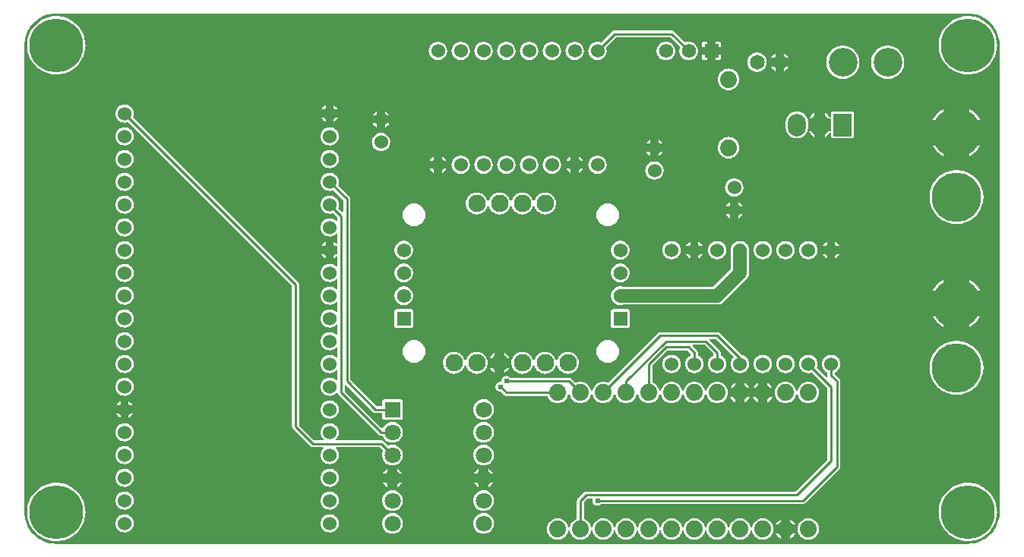
<source format=gbl>
G04 Layer: BottomLayer*
G04 EasyEDA v6.5.22, 2024-01-02 20:54:04*
G04 984ccde9b92444d3820f456cd2862b94,da3b0543d5484e77bd98afd5aefff037,10*
G04 Gerber Generator version 0.2*
G04 Scale: 100 percent, Rotated: No, Reflected: No *
G04 Dimensions in millimeters *
G04 leading zeros omitted , absolute positions ,4 integer and 5 decimal *
%FSLAX45Y45*%
%MOMM*%

%AMMACRO1*21,1,$1,$2,0,0,$3*%
%ADD10C,0.2540*%
%ADD11C,1.5000*%
%ADD12MACRO1,1.5748X1.5748X90.0000*%
%ADD13C,1.5748*%
%ADD14C,6.0000*%
%ADD15C,0.8000*%
%ADD16C,1.5240*%
%ADD17C,3.2000*%
%ADD18R,1.5748X1.5748*%
%ADD19C,1.6510*%
%ADD20C,5.5000*%
%ADD21C,1.8796*%
%ADD22C,1.8000*%
%ADD23R,1.8000X1.8000*%
%ADD24C,1.9304*%
%ADD25O,1.9999959999999999X2.4999949999999997*%
%ADD26MACRO1,2.0015X2.4994X0.0000*%
%ADD27C,0.6096*%
%ADD28C,0.0137*%

%LPD*%
G36*
X381254Y25908D02*
G01*
X355295Y26873D01*
X330098Y29616D01*
X305155Y34137D01*
X280619Y40436D01*
X256590Y48463D01*
X233171Y58166D01*
X210515Y69545D01*
X188722Y82499D01*
X167944Y96977D01*
X148234Y112877D01*
X129692Y130200D01*
X112420Y148742D01*
X96520Y168503D01*
X82092Y189331D01*
X69189Y211175D01*
X57861Y233832D01*
X48209Y257251D01*
X40233Y281330D01*
X33985Y305866D01*
X29514Y330809D01*
X26822Y356006D01*
X25908Y381609D01*
X25908Y5587390D01*
X26873Y5613704D01*
X29616Y5638901D01*
X34137Y5663793D01*
X40436Y5688380D01*
X48463Y5712409D01*
X58166Y5735828D01*
X69545Y5758484D01*
X82499Y5780278D01*
X96977Y5801055D01*
X112877Y5820765D01*
X130200Y5839307D01*
X148742Y5856579D01*
X168503Y5872429D01*
X189331Y5886907D01*
X211175Y5899810D01*
X233832Y5911138D01*
X257251Y5920790D01*
X281330Y5928766D01*
X305866Y5935014D01*
X330809Y5939485D01*
X356057Y5942177D01*
X381609Y5943092D01*
X10540339Y5943092D01*
X10566654Y5942126D01*
X10591850Y5939383D01*
X10616793Y5934862D01*
X10641380Y5928563D01*
X10665409Y5920536D01*
X10688828Y5910834D01*
X10711484Y5899454D01*
X10733227Y5886500D01*
X10754055Y5872022D01*
X10773765Y5856071D01*
X10792307Y5838799D01*
X10809579Y5820206D01*
X10825429Y5800496D01*
X10839856Y5779668D01*
X10852759Y5757824D01*
X10864088Y5735167D01*
X10873790Y5711748D01*
X10881766Y5687669D01*
X10888014Y5663133D01*
X10892485Y5638139D01*
X10895177Y5612942D01*
X10896092Y5587339D01*
X10896092Y381609D01*
X10895126Y355295D01*
X10892383Y330098D01*
X10887862Y305155D01*
X10881563Y280619D01*
X10873536Y256590D01*
X10863783Y233171D01*
X10852454Y210515D01*
X10839500Y188722D01*
X10825022Y167944D01*
X10809071Y148183D01*
X10791799Y129692D01*
X10773206Y112420D01*
X10753496Y96520D01*
X10732617Y82092D01*
X10710824Y69189D01*
X10688167Y57861D01*
X10664698Y48209D01*
X10640669Y40233D01*
X10616082Y33985D01*
X10591139Y29514D01*
X10565942Y26822D01*
X10540339Y25908D01*
G37*

%LPC*%
G36*
X7729220Y5570220D02*
G01*
X7788148Y5570220D01*
X7788148Y5602681D01*
X7787436Y5608980D01*
X7785506Y5614466D01*
X7782407Y5619343D01*
X7778343Y5623458D01*
X7773416Y5626506D01*
X7767980Y5628436D01*
X7761630Y5629148D01*
X7729220Y5629148D01*
G37*
G36*
X8755583Y70866D02*
G01*
X8770366Y70866D01*
X8784996Y72694D01*
X8799322Y76250D01*
X8813088Y81584D01*
X8826093Y88595D01*
X8838133Y97129D01*
X8849055Y107035D01*
X8858656Y118262D01*
X8866784Y130556D01*
X8873388Y143764D01*
X8878265Y157683D01*
X8881414Y172110D01*
X8882786Y186791D01*
X8882329Y201574D01*
X8880094Y216154D01*
X8876030Y230327D01*
X8870289Y243941D01*
X8862923Y256692D01*
X8854033Y268478D01*
X8843721Y279095D01*
X8832240Y288340D01*
X8819692Y296113D01*
X8806281Y302260D01*
X8792210Y306730D01*
X8777732Y309473D01*
X8763000Y310388D01*
X8748268Y309473D01*
X8733739Y306730D01*
X8719667Y302260D01*
X8706256Y296113D01*
X8693708Y288340D01*
X8682228Y279095D01*
X8671966Y268478D01*
X8663076Y256692D01*
X8655659Y243941D01*
X8649919Y230327D01*
X8645906Y216154D01*
X8643620Y201574D01*
X8643162Y186791D01*
X8644534Y172110D01*
X8647684Y157683D01*
X8652611Y143764D01*
X8659164Y130556D01*
X8667343Y118262D01*
X8676944Y107035D01*
X8687816Y97129D01*
X8699906Y88595D01*
X8712860Y81584D01*
X8726627Y76250D01*
X8740952Y72694D01*
G37*
G36*
X5961583Y70866D02*
G01*
X5976366Y70866D01*
X5990996Y72694D01*
X6005322Y76250D01*
X6019088Y81584D01*
X6032093Y88595D01*
X6044133Y97129D01*
X6055055Y107035D01*
X6064656Y118262D01*
X6072784Y130556D01*
X6079388Y143764D01*
X6084265Y157683D01*
X6086043Y165811D01*
X6087618Y169418D01*
X6090412Y172161D01*
X6094018Y173634D01*
X6097930Y173634D01*
X6101537Y172161D01*
X6104331Y169418D01*
X6105906Y165811D01*
X6107684Y157683D01*
X6112611Y143764D01*
X6119164Y130556D01*
X6127343Y118262D01*
X6136944Y107035D01*
X6147816Y97129D01*
X6159906Y88595D01*
X6172860Y81584D01*
X6186627Y76250D01*
X6200952Y72694D01*
X6215583Y70866D01*
X6230366Y70866D01*
X6244996Y72694D01*
X6259322Y76250D01*
X6273088Y81584D01*
X6286093Y88595D01*
X6298133Y97129D01*
X6309055Y107035D01*
X6318656Y118262D01*
X6326784Y130556D01*
X6333388Y143764D01*
X6338265Y157683D01*
X6340043Y165811D01*
X6341618Y169418D01*
X6344412Y172161D01*
X6348018Y173634D01*
X6351930Y173634D01*
X6355537Y172161D01*
X6358331Y169418D01*
X6359906Y165811D01*
X6361684Y157683D01*
X6366611Y143764D01*
X6373164Y130556D01*
X6381343Y118262D01*
X6390944Y107035D01*
X6401816Y97129D01*
X6413906Y88595D01*
X6426860Y81584D01*
X6440627Y76250D01*
X6454952Y72694D01*
X6469583Y70866D01*
X6484366Y70866D01*
X6498996Y72694D01*
X6513322Y76250D01*
X6527088Y81584D01*
X6540093Y88595D01*
X6552133Y97129D01*
X6563055Y107035D01*
X6572656Y118262D01*
X6580784Y130556D01*
X6587388Y143764D01*
X6592265Y157683D01*
X6594043Y165811D01*
X6595618Y169418D01*
X6598412Y172161D01*
X6602018Y173634D01*
X6605930Y173634D01*
X6609537Y172161D01*
X6612331Y169418D01*
X6613906Y165811D01*
X6615684Y157683D01*
X6620611Y143764D01*
X6627164Y130556D01*
X6635343Y118262D01*
X6644944Y107035D01*
X6655816Y97129D01*
X6667906Y88595D01*
X6680860Y81584D01*
X6694627Y76250D01*
X6708952Y72694D01*
X6723583Y70866D01*
X6738366Y70866D01*
X6752996Y72694D01*
X6767322Y76250D01*
X6781088Y81584D01*
X6794093Y88595D01*
X6806133Y97129D01*
X6817055Y107035D01*
X6826656Y118262D01*
X6834784Y130556D01*
X6841388Y143764D01*
X6846265Y157683D01*
X6848043Y165811D01*
X6849618Y169418D01*
X6852412Y172161D01*
X6856018Y173634D01*
X6859930Y173634D01*
X6863537Y172161D01*
X6866331Y169418D01*
X6867906Y165811D01*
X6869684Y157683D01*
X6874611Y143764D01*
X6881164Y130556D01*
X6889343Y118262D01*
X6898944Y107035D01*
X6909816Y97129D01*
X6921906Y88595D01*
X6934860Y81584D01*
X6948627Y76250D01*
X6962952Y72694D01*
X6977583Y70866D01*
X6992366Y70866D01*
X7006996Y72694D01*
X7021322Y76250D01*
X7035088Y81584D01*
X7048093Y88595D01*
X7060133Y97129D01*
X7071055Y107035D01*
X7080656Y118262D01*
X7088784Y130556D01*
X7095388Y143764D01*
X7100265Y157683D01*
X7102043Y165811D01*
X7103618Y169418D01*
X7106412Y172161D01*
X7110018Y173634D01*
X7113930Y173634D01*
X7117537Y172161D01*
X7120331Y169418D01*
X7121906Y165811D01*
X7123684Y157683D01*
X7128611Y143764D01*
X7135164Y130556D01*
X7143343Y118262D01*
X7152944Y107035D01*
X7163816Y97129D01*
X7175906Y88595D01*
X7188860Y81584D01*
X7202627Y76250D01*
X7216952Y72694D01*
X7231583Y70866D01*
X7246366Y70866D01*
X7260996Y72694D01*
X7275322Y76250D01*
X7289088Y81584D01*
X7302093Y88595D01*
X7314133Y97129D01*
X7325055Y107035D01*
X7334656Y118262D01*
X7342784Y130556D01*
X7349388Y143764D01*
X7354265Y157683D01*
X7356043Y165811D01*
X7357618Y169418D01*
X7360412Y172161D01*
X7364018Y173634D01*
X7367930Y173634D01*
X7371537Y172161D01*
X7374331Y169418D01*
X7375906Y165811D01*
X7377684Y157683D01*
X7382611Y143764D01*
X7389164Y130556D01*
X7397343Y118262D01*
X7406944Y107035D01*
X7417816Y97129D01*
X7429906Y88595D01*
X7442860Y81584D01*
X7456627Y76250D01*
X7470952Y72694D01*
X7485583Y70866D01*
X7500366Y70866D01*
X7514996Y72694D01*
X7529322Y76250D01*
X7543088Y81584D01*
X7556093Y88595D01*
X7568133Y97129D01*
X7579055Y107035D01*
X7588656Y118262D01*
X7596784Y130556D01*
X7603388Y143764D01*
X7608265Y157683D01*
X7610043Y165811D01*
X7611618Y169418D01*
X7614412Y172161D01*
X7618018Y173634D01*
X7621930Y173634D01*
X7625537Y172161D01*
X7628331Y169418D01*
X7629906Y165811D01*
X7631684Y157683D01*
X7636611Y143764D01*
X7643164Y130556D01*
X7651343Y118262D01*
X7660944Y107035D01*
X7671816Y97129D01*
X7683906Y88595D01*
X7696860Y81584D01*
X7710627Y76250D01*
X7724952Y72694D01*
X7739583Y70866D01*
X7754366Y70866D01*
X7768996Y72694D01*
X7783322Y76250D01*
X7797088Y81584D01*
X7810093Y88595D01*
X7822133Y97129D01*
X7833055Y107035D01*
X7842656Y118262D01*
X7850784Y130556D01*
X7857388Y143764D01*
X7862265Y157683D01*
X7864043Y165811D01*
X7865618Y169418D01*
X7868412Y172161D01*
X7872018Y173634D01*
X7875930Y173634D01*
X7879537Y172161D01*
X7882331Y169418D01*
X7883906Y165811D01*
X7885684Y157683D01*
X7890611Y143764D01*
X7897164Y130556D01*
X7905343Y118262D01*
X7914944Y107035D01*
X7925816Y97129D01*
X7937906Y88595D01*
X7950860Y81584D01*
X7964627Y76250D01*
X7978952Y72694D01*
X7993583Y70866D01*
X8008366Y70866D01*
X8022996Y72694D01*
X8037322Y76250D01*
X8051088Y81584D01*
X8064093Y88595D01*
X8076133Y97129D01*
X8087055Y107035D01*
X8096656Y118262D01*
X8104784Y130556D01*
X8111388Y143764D01*
X8116265Y157683D01*
X8118043Y165811D01*
X8119618Y169418D01*
X8122412Y172161D01*
X8126018Y173634D01*
X8129930Y173634D01*
X8133537Y172161D01*
X8136331Y169418D01*
X8137906Y165811D01*
X8139684Y157683D01*
X8144611Y143764D01*
X8151164Y130556D01*
X8159343Y118262D01*
X8168944Y107035D01*
X8179816Y97129D01*
X8191906Y88595D01*
X8204860Y81584D01*
X8218627Y76250D01*
X8232952Y72694D01*
X8247583Y70866D01*
X8262366Y70866D01*
X8276996Y72694D01*
X8291322Y76250D01*
X8305088Y81584D01*
X8318093Y88595D01*
X8330133Y97129D01*
X8341055Y107035D01*
X8350656Y118262D01*
X8358784Y130556D01*
X8365388Y143764D01*
X8370265Y157683D01*
X8373414Y172110D01*
X8374786Y186791D01*
X8374329Y201574D01*
X8372043Y216255D01*
X8368030Y230327D01*
X8362289Y243941D01*
X8354923Y256692D01*
X8346033Y268478D01*
X8335721Y279095D01*
X8324240Y288340D01*
X8311692Y296113D01*
X8298281Y302260D01*
X8284209Y306730D01*
X8269731Y309473D01*
X8255000Y310388D01*
X8240268Y309473D01*
X8225739Y306730D01*
X8211667Y302260D01*
X8198256Y296113D01*
X8185708Y288340D01*
X8174228Y279095D01*
X8163966Y268478D01*
X8155076Y256692D01*
X8147659Y243941D01*
X8141919Y230327D01*
X8137753Y215646D01*
X8135721Y211836D01*
X8132216Y209194D01*
X8128000Y208279D01*
X8123732Y209194D01*
X8120278Y211836D01*
X8118195Y215646D01*
X8114030Y230327D01*
X8108289Y243941D01*
X8100923Y256692D01*
X8092033Y268478D01*
X8081721Y279095D01*
X8070240Y288340D01*
X8057692Y296113D01*
X8044281Y302260D01*
X8030209Y306730D01*
X8015731Y309473D01*
X8001000Y310388D01*
X7986268Y309473D01*
X7971739Y306730D01*
X7957667Y302260D01*
X7944256Y296113D01*
X7931708Y288340D01*
X7920228Y279095D01*
X7909966Y268478D01*
X7901076Y256692D01*
X7893659Y243941D01*
X7887919Y230327D01*
X7883753Y215646D01*
X7881721Y211836D01*
X7878216Y209194D01*
X7874000Y208279D01*
X7869732Y209194D01*
X7866278Y211836D01*
X7864195Y215646D01*
X7860030Y230327D01*
X7854289Y243941D01*
X7846923Y256692D01*
X7838033Y268478D01*
X7827721Y279095D01*
X7816240Y288340D01*
X7803692Y296113D01*
X7790281Y302260D01*
X7776209Y306730D01*
X7761731Y309473D01*
X7747000Y310388D01*
X7732268Y309473D01*
X7717739Y306730D01*
X7703667Y302260D01*
X7690256Y296113D01*
X7677708Y288340D01*
X7666228Y279095D01*
X7655966Y268478D01*
X7647076Y256692D01*
X7639659Y243941D01*
X7633919Y230327D01*
X7629753Y215646D01*
X7627721Y211836D01*
X7624216Y209194D01*
X7620000Y208279D01*
X7615732Y209194D01*
X7612278Y211836D01*
X7610195Y215646D01*
X7606030Y230327D01*
X7600289Y243941D01*
X7592923Y256692D01*
X7584033Y268478D01*
X7573721Y279095D01*
X7562240Y288340D01*
X7549692Y296113D01*
X7536281Y302260D01*
X7522209Y306730D01*
X7507731Y309473D01*
X7493000Y310388D01*
X7478268Y309473D01*
X7463739Y306730D01*
X7449667Y302260D01*
X7436256Y296113D01*
X7423708Y288340D01*
X7412228Y279095D01*
X7401966Y268478D01*
X7393076Y256692D01*
X7385659Y243941D01*
X7379919Y230327D01*
X7375753Y215646D01*
X7373721Y211836D01*
X7370216Y209194D01*
X7366000Y208279D01*
X7361732Y209194D01*
X7358278Y211836D01*
X7356195Y215646D01*
X7352030Y230327D01*
X7346289Y243941D01*
X7338923Y256692D01*
X7330033Y268478D01*
X7319721Y279095D01*
X7308240Y288340D01*
X7295692Y296113D01*
X7282281Y302260D01*
X7268209Y306730D01*
X7253731Y309473D01*
X7239000Y310388D01*
X7224268Y309473D01*
X7209739Y306730D01*
X7195667Y302260D01*
X7182256Y296113D01*
X7169708Y288340D01*
X7158228Y279095D01*
X7147966Y268478D01*
X7139076Y256692D01*
X7131659Y243941D01*
X7125919Y230327D01*
X7121753Y215646D01*
X7119721Y211836D01*
X7116216Y209194D01*
X7112000Y208279D01*
X7107732Y209194D01*
X7104278Y211836D01*
X7102195Y215646D01*
X7098030Y230327D01*
X7092289Y243941D01*
X7084923Y256692D01*
X7076033Y268478D01*
X7065721Y279095D01*
X7054240Y288340D01*
X7041692Y296113D01*
X7028281Y302260D01*
X7014209Y306730D01*
X6999731Y309473D01*
X6985000Y310388D01*
X6970268Y309473D01*
X6955739Y306730D01*
X6941667Y302260D01*
X6928256Y296113D01*
X6915708Y288340D01*
X6904228Y279095D01*
X6893966Y268478D01*
X6885076Y256692D01*
X6877659Y243941D01*
X6871919Y230327D01*
X6867753Y215646D01*
X6865721Y211836D01*
X6862216Y209194D01*
X6858000Y208279D01*
X6853732Y209194D01*
X6850278Y211836D01*
X6848195Y215646D01*
X6844030Y230327D01*
X6838289Y243941D01*
X6830923Y256692D01*
X6822033Y268478D01*
X6811721Y279095D01*
X6800240Y288340D01*
X6787692Y296113D01*
X6774281Y302260D01*
X6760209Y306730D01*
X6745731Y309473D01*
X6731000Y310388D01*
X6716268Y309473D01*
X6701739Y306730D01*
X6687667Y302260D01*
X6674256Y296113D01*
X6661708Y288340D01*
X6650228Y279095D01*
X6639966Y268478D01*
X6631076Y256692D01*
X6623659Y243941D01*
X6617919Y230327D01*
X6613753Y215646D01*
X6611721Y211836D01*
X6608216Y209194D01*
X6604000Y208279D01*
X6599732Y209194D01*
X6596278Y211836D01*
X6594195Y215646D01*
X6590030Y230327D01*
X6584289Y243941D01*
X6576923Y256692D01*
X6568033Y268478D01*
X6557721Y279095D01*
X6546240Y288340D01*
X6533692Y296113D01*
X6520281Y302260D01*
X6506209Y306730D01*
X6491732Y309473D01*
X6477000Y310388D01*
X6462268Y309473D01*
X6447739Y306730D01*
X6433667Y302260D01*
X6420256Y296113D01*
X6407708Y288340D01*
X6396228Y279095D01*
X6385966Y268478D01*
X6377076Y256692D01*
X6369659Y243941D01*
X6363919Y230327D01*
X6359753Y215646D01*
X6357721Y211836D01*
X6354216Y209194D01*
X6350000Y208279D01*
X6345732Y209194D01*
X6342278Y211836D01*
X6340195Y215646D01*
X6336030Y230327D01*
X6330289Y243941D01*
X6322923Y256692D01*
X6314033Y268478D01*
X6303721Y279095D01*
X6292240Y288340D01*
X6279692Y296113D01*
X6267500Y301701D01*
X6264402Y303936D01*
X6262319Y307187D01*
X6261608Y310946D01*
X6261608Y487781D01*
X6262370Y491693D01*
X6264605Y494995D01*
X6299504Y529894D01*
X6302806Y532130D01*
X6306718Y532892D01*
X6348780Y532892D01*
X6352438Y532231D01*
X6355588Y530301D01*
X6357874Y527354D01*
X6358890Y523798D01*
X6358636Y520090D01*
X6357975Y517804D01*
X6357162Y508000D01*
X6357975Y498195D01*
X6360515Y488746D01*
X6364681Y479806D01*
X6370320Y471779D01*
X6377279Y464820D01*
X6385306Y459181D01*
X6394196Y455066D01*
X6403695Y452526D01*
X6413500Y451662D01*
X6423253Y452526D01*
X6432753Y455066D01*
X6441643Y459181D01*
X6449720Y464820D01*
X6451295Y466394D01*
X6454597Y468630D01*
X6458458Y469392D01*
X8698992Y469392D01*
X8707018Y470204D01*
X8714232Y472389D01*
X8720886Y475945D01*
X8727135Y481076D01*
X9107424Y861364D01*
X9112554Y867562D01*
X9116110Y874268D01*
X9118295Y881481D01*
X9119108Y889508D01*
X9119108Y1840992D01*
X9118295Y1849018D01*
X9116110Y1856232D01*
X9112554Y1862937D01*
X9107424Y1869135D01*
X9058605Y1918004D01*
X9056370Y1921306D01*
X9055608Y1925167D01*
X9055608Y1931009D01*
X9056370Y1934870D01*
X9058554Y1938172D01*
X9074759Y1947824D01*
X9085478Y1956307D01*
X9094927Y1966061D01*
X9103055Y1977085D01*
X9109608Y1989023D01*
X9114485Y2001774D01*
X9117634Y2015032D01*
X9119006Y2028596D01*
X9118549Y2042210D01*
X9116314Y2055672D01*
X9112250Y2068677D01*
X9106509Y2081072D01*
X9099194Y2092553D01*
X9090355Y2102967D01*
X9080246Y2112111D01*
X9069019Y2119833D01*
X9056827Y2125980D01*
X9043974Y2130450D01*
X9030614Y2133193D01*
X9017000Y2134057D01*
X9003385Y2133193D01*
X8990025Y2130450D01*
X8977122Y2125980D01*
X8964980Y2119833D01*
X8953703Y2112111D01*
X8943594Y2102967D01*
X8934805Y2092553D01*
X8927439Y2081072D01*
X8921699Y2068677D01*
X8917686Y2055672D01*
X8915400Y2042210D01*
X8914942Y2028596D01*
X8916314Y2015032D01*
X8919464Y2001774D01*
X8924391Y1989023D01*
X8930944Y1977085D01*
X8939022Y1966061D01*
X8948521Y1956307D01*
X8959189Y1947824D01*
X8975445Y1938121D01*
X8977630Y1934870D01*
X8978392Y1931009D01*
X8978392Y1905507D01*
X8979509Y1893011D01*
X8977934Y1888845D01*
X8974683Y1885797D01*
X8970467Y1884375D01*
X8966047Y1884934D01*
X8962288Y1887321D01*
X8861653Y1987956D01*
X8859469Y1991156D01*
X8858656Y1994966D01*
X8859367Y1998776D01*
X8860485Y2001774D01*
X8863634Y2015032D01*
X8865006Y2028596D01*
X8864549Y2042210D01*
X8862314Y2055672D01*
X8858250Y2068677D01*
X8852509Y2081072D01*
X8845194Y2092553D01*
X8836355Y2102967D01*
X8826246Y2112111D01*
X8815019Y2119833D01*
X8802827Y2125980D01*
X8789974Y2130450D01*
X8776614Y2133193D01*
X8763000Y2134057D01*
X8749385Y2133193D01*
X8736025Y2130450D01*
X8723122Y2125980D01*
X8710980Y2119833D01*
X8699703Y2112111D01*
X8689594Y2102967D01*
X8680805Y2092553D01*
X8673439Y2081072D01*
X8667699Y2068677D01*
X8663686Y2055672D01*
X8661400Y2042210D01*
X8660942Y2028596D01*
X8662314Y2015032D01*
X8665464Y2001774D01*
X8670391Y1989023D01*
X8676944Y1977085D01*
X8685022Y1966061D01*
X8694521Y1956307D01*
X8705189Y1947824D01*
X8716924Y1940864D01*
X8729522Y1935581D01*
X8742629Y1931974D01*
X8756142Y1930146D01*
X8769807Y1930146D01*
X8783320Y1931974D01*
X8797290Y1935835D01*
X8800846Y1936140D01*
X8804300Y1935225D01*
X8807196Y1933193D01*
X8975394Y1764995D01*
X8977630Y1761693D01*
X8978392Y1757781D01*
X8978392Y972718D01*
X8977630Y968806D01*
X8975394Y965504D01*
X8622995Y613105D01*
X8619693Y610870D01*
X8615781Y610108D01*
X6287008Y610108D01*
X6278981Y609295D01*
X6271768Y607110D01*
X6265062Y603554D01*
X6258864Y598424D01*
X6196076Y535635D01*
X6190945Y529437D01*
X6187389Y522732D01*
X6185204Y515518D01*
X6184392Y507492D01*
X6184392Y310946D01*
X6183680Y307187D01*
X6181598Y303936D01*
X6178499Y301701D01*
X6166256Y296113D01*
X6153708Y288340D01*
X6142228Y279095D01*
X6131966Y268478D01*
X6123076Y256692D01*
X6115659Y243941D01*
X6109919Y230327D01*
X6105753Y215646D01*
X6103721Y211836D01*
X6100216Y209194D01*
X6096000Y208279D01*
X6091732Y209194D01*
X6088278Y211836D01*
X6086195Y215646D01*
X6082030Y230327D01*
X6076289Y243941D01*
X6068923Y256692D01*
X6060033Y268478D01*
X6049721Y279095D01*
X6038240Y288340D01*
X6025692Y296113D01*
X6012281Y302260D01*
X5998210Y306730D01*
X5983732Y309473D01*
X5969000Y310388D01*
X5954268Y309473D01*
X5939739Y306730D01*
X5925667Y302260D01*
X5912256Y296113D01*
X5899708Y288340D01*
X5888228Y279095D01*
X5877966Y268478D01*
X5869076Y256692D01*
X5861659Y243941D01*
X5855919Y230327D01*
X5851906Y216154D01*
X5849620Y201574D01*
X5849162Y186791D01*
X5850534Y172110D01*
X5853684Y157683D01*
X5858611Y143764D01*
X5865164Y130556D01*
X5873343Y118262D01*
X5882944Y107035D01*
X5893816Y97129D01*
X5905906Y88595D01*
X5918860Y81584D01*
X5932627Y76250D01*
X5946952Y72694D01*
G37*
G36*
X8455660Y83362D02*
G01*
X8455660Y137160D01*
X8401913Y137160D01*
X8405164Y130556D01*
X8413343Y118262D01*
X8422944Y107035D01*
X8433816Y97129D01*
X8445906Y88595D01*
G37*
G36*
X8562340Y83362D02*
G01*
X8572093Y88595D01*
X8584133Y97129D01*
X8595055Y107035D01*
X8604656Y118262D01*
X8612784Y130556D01*
X8616086Y137160D01*
X8562340Y137160D01*
G37*
G36*
X5143500Y138125D02*
G01*
X5158028Y139039D01*
X5172303Y141732D01*
X5186172Y146253D01*
X5199329Y152450D01*
X5211622Y160223D01*
X5222798Y169519D01*
X5232806Y180136D01*
X5241340Y191922D01*
X5248351Y204673D01*
X5253685Y218186D01*
X5257342Y232257D01*
X5259171Y246735D01*
X5259171Y261264D01*
X5257342Y275691D01*
X5253685Y289814D01*
X5248351Y303326D01*
X5241340Y316077D01*
X5232806Y327863D01*
X5222798Y338480D01*
X5211622Y347776D01*
X5199329Y355549D01*
X5186172Y361746D01*
X5172303Y366268D01*
X5158028Y368960D01*
X5143500Y369874D01*
X5128971Y368960D01*
X5114696Y366268D01*
X5100828Y361746D01*
X5087670Y355549D01*
X5075377Y347776D01*
X5064150Y338480D01*
X5054193Y327863D01*
X5045659Y316077D01*
X5038648Y303326D01*
X5033264Y289814D01*
X5029657Y275691D01*
X5027828Y261264D01*
X5027828Y246735D01*
X5029657Y232257D01*
X5033264Y218186D01*
X5038648Y204673D01*
X5045659Y191922D01*
X5054193Y180136D01*
X5064150Y169519D01*
X5075377Y160223D01*
X5087670Y152450D01*
X5100828Y146253D01*
X5114696Y141732D01*
X5128971Y139039D01*
G37*
G36*
X4127500Y138125D02*
G01*
X4142028Y139039D01*
X4156303Y141732D01*
X4170172Y146253D01*
X4183329Y152450D01*
X4195622Y160223D01*
X4206798Y169519D01*
X4216806Y180136D01*
X4225340Y191922D01*
X4232351Y204673D01*
X4237685Y218186D01*
X4241342Y232257D01*
X4243171Y246735D01*
X4243171Y261264D01*
X4241342Y275691D01*
X4237685Y289814D01*
X4232351Y303326D01*
X4225340Y316077D01*
X4216806Y327863D01*
X4206798Y338480D01*
X4195622Y347776D01*
X4183329Y355549D01*
X4170172Y361746D01*
X4156303Y366268D01*
X4142028Y368960D01*
X4127500Y369874D01*
X4112971Y368960D01*
X4098696Y366268D01*
X4084828Y361746D01*
X4071670Y355549D01*
X4059377Y347776D01*
X4048150Y338480D01*
X4038193Y327863D01*
X4029659Y316077D01*
X4022648Y303326D01*
X4017264Y289814D01*
X4013657Y275691D01*
X4011828Y261264D01*
X4011828Y246735D01*
X4013657Y232257D01*
X4017264Y218186D01*
X4022648Y204673D01*
X4029659Y191922D01*
X4038193Y180136D01*
X4048150Y169519D01*
X4059377Y160223D01*
X4071670Y152450D01*
X4084828Y146253D01*
X4098696Y141732D01*
X4112971Y139039D01*
G37*
G36*
X1139596Y151942D02*
G01*
X1153210Y152400D01*
X1166672Y154686D01*
X1179677Y158750D01*
X1192072Y164490D01*
X1203553Y171805D01*
X1213967Y180594D01*
X1223111Y190703D01*
X1230833Y201980D01*
X1236980Y214121D01*
X1241450Y227025D01*
X1244193Y240385D01*
X1245057Y254000D01*
X1244193Y267614D01*
X1241450Y280974D01*
X1236980Y293827D01*
X1230833Y306019D01*
X1223111Y317246D01*
X1213967Y327355D01*
X1203553Y336194D01*
X1192072Y343509D01*
X1179677Y349250D01*
X1166672Y353314D01*
X1153210Y355549D01*
X1139596Y356006D01*
X1126032Y354634D01*
X1112774Y351485D01*
X1100023Y346608D01*
X1088085Y340055D01*
X1077061Y331927D01*
X1067308Y322478D01*
X1058824Y311759D01*
X1051864Y300024D01*
X1046581Y287477D01*
X1042974Y274320D01*
X1041146Y260807D01*
X1041146Y247192D01*
X1042974Y233679D01*
X1046581Y220522D01*
X1051864Y207975D01*
X1058824Y196240D01*
X1067308Y185521D01*
X1077061Y176022D01*
X1088085Y167944D01*
X1100023Y161391D01*
X1112774Y156514D01*
X1126032Y153314D01*
G37*
G36*
X3425596Y151942D02*
G01*
X3439210Y152400D01*
X3452672Y154686D01*
X3465677Y158750D01*
X3478072Y164490D01*
X3489553Y171805D01*
X3499967Y180594D01*
X3509111Y190703D01*
X3516833Y201980D01*
X3522979Y214121D01*
X3527450Y227025D01*
X3530193Y240385D01*
X3531057Y254000D01*
X3530193Y267614D01*
X3527450Y280974D01*
X3522979Y293827D01*
X3516833Y306019D01*
X3509111Y317246D01*
X3499967Y327355D01*
X3489553Y336194D01*
X3478072Y343509D01*
X3465677Y349250D01*
X3452672Y353314D01*
X3439210Y355549D01*
X3425596Y356006D01*
X3412032Y354634D01*
X3398774Y351485D01*
X3386023Y346608D01*
X3374085Y340055D01*
X3363061Y331927D01*
X3353308Y322478D01*
X3344824Y311759D01*
X3337864Y300024D01*
X3332581Y287477D01*
X3328974Y274320D01*
X3327146Y260807D01*
X3327146Y247192D01*
X3328974Y233679D01*
X3332581Y220522D01*
X3337864Y207975D01*
X3344824Y196240D01*
X3353308Y185521D01*
X3363061Y176022D01*
X3374085Y167944D01*
X3386023Y161391D01*
X3398774Y156514D01*
X3412032Y153314D01*
G37*
G36*
X8562340Y243840D02*
G01*
X8616340Y243840D01*
X8608923Y256692D01*
X8600033Y268478D01*
X8589721Y279095D01*
X8578240Y288340D01*
X8565692Y296113D01*
X8562340Y297637D01*
G37*
G36*
X8401659Y243840D02*
G01*
X8455660Y243840D01*
X8455660Y297637D01*
X8452256Y296113D01*
X8439708Y288340D01*
X8428228Y279095D01*
X8417966Y268478D01*
X8409076Y256692D01*
G37*
G36*
X5143500Y392125D02*
G01*
X5158028Y393039D01*
X5172303Y395732D01*
X5186172Y400253D01*
X5199329Y406450D01*
X5211622Y414223D01*
X5222798Y423519D01*
X5232806Y434136D01*
X5241340Y445922D01*
X5248351Y458673D01*
X5253685Y472185D01*
X5257342Y486257D01*
X5259171Y500735D01*
X5259171Y515264D01*
X5257342Y529691D01*
X5253685Y543814D01*
X5248351Y557326D01*
X5241340Y570077D01*
X5232806Y581863D01*
X5222798Y592480D01*
X5211622Y601776D01*
X5199329Y609549D01*
X5186172Y615746D01*
X5172303Y620268D01*
X5158028Y622960D01*
X5143500Y623874D01*
X5128971Y622960D01*
X5114696Y620268D01*
X5100828Y615746D01*
X5087670Y609549D01*
X5075377Y601776D01*
X5064150Y592480D01*
X5054193Y581863D01*
X5045659Y570077D01*
X5038648Y557326D01*
X5033264Y543814D01*
X5029657Y529691D01*
X5027828Y515264D01*
X5027828Y500735D01*
X5029657Y486257D01*
X5033264Y472185D01*
X5038648Y458673D01*
X5045659Y445922D01*
X5054193Y434136D01*
X5064150Y423519D01*
X5075377Y414223D01*
X5087670Y406450D01*
X5100828Y400253D01*
X5114696Y395732D01*
X5128971Y393039D01*
G37*
G36*
X4127500Y392125D02*
G01*
X4142028Y393039D01*
X4156303Y395732D01*
X4170172Y400253D01*
X4183329Y406450D01*
X4195622Y414223D01*
X4206798Y423519D01*
X4216806Y434136D01*
X4225340Y445922D01*
X4232351Y458673D01*
X4237685Y472185D01*
X4241342Y486257D01*
X4243171Y500735D01*
X4243171Y515264D01*
X4241342Y529691D01*
X4237685Y543814D01*
X4232351Y557326D01*
X4225340Y570077D01*
X4216806Y581863D01*
X4206798Y592480D01*
X4195622Y601776D01*
X4183329Y609549D01*
X4170172Y615746D01*
X4156303Y620268D01*
X4142028Y622960D01*
X4127500Y623874D01*
X4112971Y622960D01*
X4098696Y620268D01*
X4084828Y615746D01*
X4071670Y609549D01*
X4059377Y601776D01*
X4048150Y592480D01*
X4038193Y581863D01*
X4029659Y570077D01*
X4022648Y557326D01*
X4017264Y543814D01*
X4013657Y529691D01*
X4011828Y515264D01*
X4011828Y500735D01*
X4013657Y486257D01*
X4017264Y472185D01*
X4022648Y458673D01*
X4029659Y445922D01*
X4038193Y434136D01*
X4048150Y423519D01*
X4059377Y414223D01*
X4071670Y406450D01*
X4084828Y400253D01*
X4098696Y395732D01*
X4112971Y393039D01*
G37*
G36*
X1139596Y405942D02*
G01*
X1153210Y406400D01*
X1166672Y408686D01*
X1179677Y412750D01*
X1192072Y418490D01*
X1203553Y425805D01*
X1213967Y434593D01*
X1223111Y444703D01*
X1230833Y455980D01*
X1236980Y468122D01*
X1241450Y481025D01*
X1244193Y494385D01*
X1245057Y508000D01*
X1244193Y521614D01*
X1241450Y534974D01*
X1236980Y547827D01*
X1230833Y560019D01*
X1223111Y571246D01*
X1213967Y581355D01*
X1203553Y590194D01*
X1192072Y597509D01*
X1179677Y603250D01*
X1166672Y607314D01*
X1153210Y609549D01*
X1139596Y610006D01*
X1126032Y608634D01*
X1112774Y605485D01*
X1100023Y600608D01*
X1088085Y594055D01*
X1077061Y585927D01*
X1067308Y576478D01*
X1058824Y565759D01*
X1051864Y554024D01*
X1046581Y541477D01*
X1042974Y528320D01*
X1041146Y514807D01*
X1041146Y501192D01*
X1042974Y487680D01*
X1046581Y474522D01*
X1051864Y461975D01*
X1058824Y450240D01*
X1067308Y439521D01*
X1077061Y430022D01*
X1088085Y421944D01*
X1100023Y415391D01*
X1112774Y410514D01*
X1126032Y407314D01*
G37*
G36*
X3425596Y405942D02*
G01*
X3439210Y406400D01*
X3452672Y408686D01*
X3465677Y412750D01*
X3478072Y418490D01*
X3489553Y425805D01*
X3499967Y434593D01*
X3509111Y444703D01*
X3516833Y455980D01*
X3522979Y468122D01*
X3527450Y481025D01*
X3530193Y494385D01*
X3531057Y508000D01*
X3530193Y521614D01*
X3527450Y534974D01*
X3522979Y547827D01*
X3516833Y560019D01*
X3509111Y571246D01*
X3499967Y581355D01*
X3489553Y590194D01*
X3478072Y597509D01*
X3465677Y603250D01*
X3452672Y607314D01*
X3439210Y609549D01*
X3425596Y610006D01*
X3412032Y608634D01*
X3398774Y605485D01*
X3386023Y600608D01*
X3374085Y594055D01*
X3363061Y585927D01*
X3353308Y576478D01*
X3344824Y565759D01*
X3337864Y554024D01*
X3332581Y541477D01*
X3328974Y528320D01*
X3327146Y514807D01*
X3327146Y501192D01*
X3328974Y487680D01*
X3332581Y474522D01*
X3337864Y461975D01*
X3344824Y450240D01*
X3353308Y439521D01*
X3363061Y430022D01*
X3374085Y421944D01*
X3386023Y415391D01*
X3398774Y410514D01*
X3412032Y407314D01*
G37*
G36*
X5194858Y658317D02*
G01*
X5199329Y660450D01*
X5211622Y668223D01*
X5222798Y677519D01*
X5232806Y688136D01*
X5241340Y699922D01*
X5247233Y710641D01*
X5194858Y710641D01*
G37*
G36*
X5092141Y658317D02*
G01*
X5092141Y710641D01*
X5039715Y710641D01*
X5045659Y699922D01*
X5054193Y688136D01*
X5064150Y677519D01*
X5075377Y668223D01*
X5087670Y660450D01*
G37*
G36*
X4076141Y658317D02*
G01*
X4076141Y710641D01*
X4023715Y710641D01*
X4029659Y699922D01*
X4038193Y688136D01*
X4048150Y677519D01*
X4059377Y668223D01*
X4071670Y660450D01*
G37*
G36*
X4178858Y658317D02*
G01*
X4183329Y660450D01*
X4195622Y668223D01*
X4206798Y677519D01*
X4216806Y688136D01*
X4225340Y699922D01*
X4231233Y710641D01*
X4178858Y710641D01*
G37*
G36*
X1139596Y659942D02*
G01*
X1153210Y660400D01*
X1166672Y662686D01*
X1179677Y666750D01*
X1192072Y672490D01*
X1203553Y679805D01*
X1213967Y688594D01*
X1223111Y698703D01*
X1230833Y709980D01*
X1236980Y722122D01*
X1241450Y735025D01*
X1244193Y748385D01*
X1245057Y762000D01*
X1244193Y775614D01*
X1241450Y788974D01*
X1236980Y801827D01*
X1230833Y814019D01*
X1223111Y825246D01*
X1213967Y835355D01*
X1203553Y844194D01*
X1192072Y851509D01*
X1179677Y857250D01*
X1166672Y861314D01*
X1153210Y863549D01*
X1139596Y864006D01*
X1126032Y862634D01*
X1112774Y859485D01*
X1100023Y854608D01*
X1088085Y848055D01*
X1077061Y839927D01*
X1067308Y830478D01*
X1058824Y819759D01*
X1051864Y808024D01*
X1046581Y795477D01*
X1042974Y782320D01*
X1041146Y768807D01*
X1041146Y755192D01*
X1042974Y741680D01*
X1046581Y728522D01*
X1051864Y715975D01*
X1058824Y704240D01*
X1067308Y693521D01*
X1077061Y684022D01*
X1088085Y675944D01*
X1100023Y669391D01*
X1112774Y664514D01*
X1126032Y661314D01*
G37*
G36*
X3425596Y659942D02*
G01*
X3439210Y660400D01*
X3452672Y662686D01*
X3465677Y666750D01*
X3478072Y672490D01*
X3489553Y679805D01*
X3499967Y688594D01*
X3509111Y698703D01*
X3516833Y709980D01*
X3522979Y722122D01*
X3527450Y735025D01*
X3530193Y748385D01*
X3531057Y762000D01*
X3530193Y775614D01*
X3527450Y788974D01*
X3522979Y801827D01*
X3516833Y814019D01*
X3509111Y825246D01*
X3499967Y835355D01*
X3489553Y844194D01*
X3478072Y851509D01*
X3465677Y857250D01*
X3452672Y861314D01*
X3439210Y863549D01*
X3425596Y864006D01*
X3412032Y862634D01*
X3398774Y859485D01*
X3386023Y854608D01*
X3374085Y848055D01*
X3363061Y839927D01*
X3353308Y830478D01*
X3344824Y819759D01*
X3337864Y808024D01*
X3332581Y795477D01*
X3328974Y782320D01*
X3327146Y768807D01*
X3327146Y755192D01*
X3328974Y741680D01*
X3332581Y728522D01*
X3337864Y715975D01*
X3344824Y704240D01*
X3353308Y693521D01*
X3363061Y684022D01*
X3374085Y675944D01*
X3386023Y669391D01*
X3398774Y664514D01*
X3412032Y661314D01*
G37*
G36*
X5194858Y813358D02*
G01*
X5247233Y813358D01*
X5241340Y824077D01*
X5232806Y835863D01*
X5222798Y846480D01*
X5211622Y855776D01*
X5199329Y863549D01*
X5194858Y865682D01*
G37*
G36*
X5039715Y813358D02*
G01*
X5092141Y813358D01*
X5092141Y865682D01*
X5087670Y863549D01*
X5075377Y855776D01*
X5064150Y846480D01*
X5054193Y835863D01*
X5045659Y824077D01*
G37*
G36*
X4178858Y813358D02*
G01*
X4231233Y813358D01*
X4225340Y824077D01*
X4216806Y835863D01*
X4206798Y846480D01*
X4195622Y855776D01*
X4183329Y863549D01*
X4178858Y865682D01*
G37*
G36*
X4023715Y813358D02*
G01*
X4076141Y813358D01*
X4076141Y865682D01*
X4071670Y863549D01*
X4059377Y855776D01*
X4048150Y846480D01*
X4038193Y835863D01*
X4029659Y824077D01*
G37*
G36*
X5143500Y900125D02*
G01*
X5158028Y901039D01*
X5172303Y903732D01*
X5186172Y908253D01*
X5199329Y914450D01*
X5211622Y922223D01*
X5222798Y931519D01*
X5232806Y942136D01*
X5241340Y953922D01*
X5248351Y966673D01*
X5253685Y980186D01*
X5257342Y994257D01*
X5259171Y1008735D01*
X5259171Y1023264D01*
X5257342Y1037691D01*
X5253685Y1051814D01*
X5248351Y1065326D01*
X5241340Y1078077D01*
X5232806Y1089863D01*
X5222798Y1100480D01*
X5211622Y1109776D01*
X5199329Y1117549D01*
X5186172Y1123746D01*
X5172303Y1128268D01*
X5158028Y1130960D01*
X5143500Y1131874D01*
X5128971Y1130960D01*
X5114696Y1128268D01*
X5100828Y1123746D01*
X5087670Y1117549D01*
X5075377Y1109776D01*
X5064150Y1100480D01*
X5054193Y1089863D01*
X5045659Y1078077D01*
X5038648Y1065326D01*
X5033264Y1051814D01*
X5029657Y1037691D01*
X5027828Y1023264D01*
X5027828Y1008735D01*
X5029657Y994257D01*
X5033264Y980186D01*
X5038648Y966673D01*
X5045659Y953922D01*
X5054193Y942136D01*
X5064150Y931519D01*
X5075377Y922223D01*
X5087670Y914450D01*
X5100828Y908253D01*
X5114696Y903732D01*
X5128971Y901039D01*
G37*
G36*
X4127500Y900125D02*
G01*
X4142028Y901039D01*
X4156303Y903732D01*
X4170172Y908253D01*
X4183329Y914450D01*
X4195622Y922223D01*
X4206798Y931519D01*
X4216806Y942136D01*
X4225340Y953922D01*
X4232351Y966673D01*
X4237685Y980186D01*
X4241342Y994257D01*
X4243171Y1008735D01*
X4243171Y1023264D01*
X4241342Y1037691D01*
X4237685Y1051814D01*
X4232351Y1065326D01*
X4225340Y1078077D01*
X4216806Y1089863D01*
X4206798Y1100480D01*
X4195622Y1109776D01*
X4183329Y1117549D01*
X4170172Y1123746D01*
X4156303Y1128268D01*
X4142028Y1130960D01*
X4127500Y1131874D01*
X4112971Y1130960D01*
X4098696Y1128268D01*
X4084828Y1123746D01*
X4080154Y1122476D01*
X4076090Y1123188D01*
X4072636Y1125423D01*
X4028135Y1169924D01*
X4021937Y1175054D01*
X4015232Y1178610D01*
X4008018Y1180795D01*
X3999992Y1181608D01*
X3509264Y1181608D01*
X3505454Y1182370D01*
X3502202Y1184452D01*
X3499967Y1187653D01*
X3499104Y1191412D01*
X3499713Y1195273D01*
X3501745Y1198575D01*
X3509111Y1206703D01*
X3516833Y1217980D01*
X3522979Y1230122D01*
X3527450Y1243025D01*
X3530193Y1256385D01*
X3531057Y1270000D01*
X3530193Y1283614D01*
X3527450Y1296974D01*
X3522979Y1309827D01*
X3516833Y1322019D01*
X3509111Y1333246D01*
X3499967Y1343355D01*
X3489553Y1352194D01*
X3478072Y1359509D01*
X3465677Y1365250D01*
X3452672Y1369314D01*
X3439210Y1371549D01*
X3425596Y1372006D01*
X3412032Y1370634D01*
X3398774Y1367485D01*
X3386023Y1362608D01*
X3374085Y1356055D01*
X3363061Y1347927D01*
X3353308Y1338478D01*
X3344824Y1327759D01*
X3337864Y1316024D01*
X3332581Y1303477D01*
X3328974Y1290320D01*
X3327146Y1276807D01*
X3327146Y1263192D01*
X3328974Y1249680D01*
X3332581Y1236522D01*
X3337864Y1223975D01*
X3344824Y1212240D01*
X3353308Y1201521D01*
X3355797Y1199083D01*
X3358083Y1195781D01*
X3358896Y1191869D01*
X3358184Y1187958D01*
X3356000Y1184605D01*
X3352647Y1182370D01*
X3348736Y1181608D01*
X3258718Y1181608D01*
X3254806Y1182370D01*
X3251504Y1184605D01*
X3089554Y1346504D01*
X3087370Y1349806D01*
X3086608Y1353718D01*
X3086608Y2920492D01*
X3085795Y2928518D01*
X3083610Y2935732D01*
X3080054Y2942437D01*
X3074924Y2948635D01*
X1241602Y4782007D01*
X1239469Y4785106D01*
X1238656Y4788763D01*
X1239164Y4792522D01*
X1241450Y4799025D01*
X1244193Y4812385D01*
X1245057Y4826000D01*
X1244193Y4839614D01*
X1241450Y4852974D01*
X1236980Y4865827D01*
X1230833Y4878019D01*
X1223111Y4889246D01*
X1213967Y4899355D01*
X1203553Y4908194D01*
X1192072Y4915509D01*
X1179677Y4921250D01*
X1166672Y4925314D01*
X1153210Y4927549D01*
X1139596Y4928006D01*
X1126032Y4926634D01*
X1112774Y4923485D01*
X1100023Y4918608D01*
X1088085Y4912055D01*
X1077061Y4903927D01*
X1067308Y4894478D01*
X1058824Y4883759D01*
X1051864Y4872024D01*
X1046581Y4859477D01*
X1042974Y4846320D01*
X1041146Y4832807D01*
X1041146Y4819192D01*
X1042974Y4805680D01*
X1046581Y4792522D01*
X1051864Y4779975D01*
X1058824Y4768240D01*
X1067308Y4757521D01*
X1077061Y4748022D01*
X1088085Y4739944D01*
X1100023Y4733391D01*
X1112774Y4728514D01*
X1126032Y4725314D01*
X1139596Y4723942D01*
X1153210Y4724400D01*
X1166672Y4726686D01*
X1176883Y4729835D01*
X1180490Y4730292D01*
X1184046Y4729429D01*
X1187043Y4727346D01*
X3006394Y2907995D01*
X3008630Y2904693D01*
X3009392Y2900781D01*
X3009392Y1334008D01*
X3010154Y1325981D01*
X3012389Y1318717D01*
X3015945Y1312062D01*
X3021025Y1305864D01*
X3210864Y1116025D01*
X3217062Y1110945D01*
X3223717Y1107389D01*
X3230981Y1105204D01*
X3239008Y1104392D01*
X3348736Y1104392D01*
X3352647Y1103630D01*
X3356000Y1101394D01*
X3358184Y1098042D01*
X3358896Y1094130D01*
X3358083Y1090218D01*
X3355797Y1086916D01*
X3353308Y1084478D01*
X3344824Y1073759D01*
X3337864Y1062024D01*
X3332581Y1049477D01*
X3328974Y1036319D01*
X3327146Y1022807D01*
X3327146Y1009192D01*
X3328974Y995680D01*
X3332581Y982522D01*
X3337864Y969975D01*
X3344824Y958240D01*
X3353308Y947521D01*
X3363061Y938021D01*
X3374085Y929944D01*
X3386023Y923391D01*
X3398774Y918514D01*
X3412032Y915314D01*
X3425596Y913942D01*
X3439210Y914400D01*
X3452672Y916686D01*
X3465677Y920750D01*
X3478072Y926490D01*
X3489553Y933805D01*
X3499967Y942594D01*
X3509111Y952703D01*
X3516833Y963980D01*
X3522979Y976121D01*
X3527450Y989025D01*
X3530193Y1002385D01*
X3531057Y1016000D01*
X3530193Y1029614D01*
X3527450Y1042974D01*
X3522979Y1055827D01*
X3516833Y1068019D01*
X3509111Y1079246D01*
X3501745Y1087424D01*
X3499713Y1090726D01*
X3499104Y1094587D01*
X3499967Y1098346D01*
X3502202Y1101547D01*
X3505454Y1103630D01*
X3509264Y1104392D01*
X3980281Y1104392D01*
X3984193Y1103630D01*
X3987495Y1101394D01*
X4018178Y1070711D01*
X4020362Y1067460D01*
X4021124Y1063650D01*
X4020413Y1059789D01*
X4017264Y1051814D01*
X4013657Y1037691D01*
X4011828Y1023264D01*
X4011828Y1008735D01*
X4013657Y994257D01*
X4017264Y980186D01*
X4022648Y966673D01*
X4029659Y953922D01*
X4038193Y942136D01*
X4048150Y931519D01*
X4059377Y922223D01*
X4071670Y914450D01*
X4084828Y908253D01*
X4098696Y903732D01*
X4112971Y901039D01*
G37*
G36*
X1139596Y913942D02*
G01*
X1153210Y914400D01*
X1166672Y916686D01*
X1179677Y920750D01*
X1192072Y926490D01*
X1203553Y933805D01*
X1213967Y942594D01*
X1223111Y952703D01*
X1230833Y963980D01*
X1236980Y976121D01*
X1241450Y989025D01*
X1244193Y1002385D01*
X1245057Y1016000D01*
X1244193Y1029614D01*
X1241450Y1042974D01*
X1236980Y1055827D01*
X1230833Y1068019D01*
X1223111Y1079246D01*
X1213967Y1089355D01*
X1203553Y1098194D01*
X1192072Y1105509D01*
X1179677Y1111250D01*
X1166672Y1115314D01*
X1153210Y1117549D01*
X1139596Y1118006D01*
X1126032Y1116634D01*
X1112774Y1113485D01*
X1100023Y1108608D01*
X1088085Y1102055D01*
X1077061Y1093927D01*
X1067308Y1084478D01*
X1058824Y1073759D01*
X1051864Y1062024D01*
X1046581Y1049477D01*
X1042974Y1036319D01*
X1041146Y1022807D01*
X1041146Y1009192D01*
X1042974Y995680D01*
X1046581Y982522D01*
X1051864Y969975D01*
X1058824Y958240D01*
X1067308Y947521D01*
X1077061Y938021D01*
X1088085Y929944D01*
X1100023Y923391D01*
X1112774Y918514D01*
X1126032Y915314D01*
G37*
G36*
X5143500Y1154125D02*
G01*
X5158028Y1155039D01*
X5172303Y1157732D01*
X5186172Y1162253D01*
X5199329Y1168450D01*
X5211622Y1176223D01*
X5222798Y1185519D01*
X5232806Y1196136D01*
X5241340Y1207922D01*
X5248351Y1220673D01*
X5253685Y1234186D01*
X5257342Y1248257D01*
X5259171Y1262735D01*
X5259171Y1277264D01*
X5257342Y1291691D01*
X5253685Y1305814D01*
X5248351Y1319326D01*
X5241340Y1332077D01*
X5232806Y1343863D01*
X5222798Y1354480D01*
X5211622Y1363776D01*
X5199329Y1371549D01*
X5186172Y1377746D01*
X5172303Y1382268D01*
X5158028Y1384960D01*
X5143500Y1385874D01*
X5128971Y1384960D01*
X5114696Y1382268D01*
X5100828Y1377746D01*
X5087670Y1371549D01*
X5075377Y1363776D01*
X5064150Y1354480D01*
X5054193Y1343863D01*
X5045659Y1332077D01*
X5038648Y1319326D01*
X5033264Y1305814D01*
X5029657Y1291691D01*
X5027828Y1277264D01*
X5027828Y1262735D01*
X5029657Y1248257D01*
X5033264Y1234186D01*
X5038648Y1220673D01*
X5045659Y1207922D01*
X5054193Y1196136D01*
X5064150Y1185519D01*
X5075377Y1176223D01*
X5087670Y1168450D01*
X5100828Y1162253D01*
X5114696Y1157732D01*
X5128971Y1155039D01*
G37*
G36*
X4127500Y1154125D02*
G01*
X4142028Y1155039D01*
X4156303Y1157732D01*
X4170172Y1162253D01*
X4183329Y1168450D01*
X4195622Y1176223D01*
X4206798Y1185519D01*
X4216806Y1196136D01*
X4225340Y1207922D01*
X4232351Y1220673D01*
X4237685Y1234186D01*
X4241342Y1248257D01*
X4243171Y1262735D01*
X4243171Y1277264D01*
X4241342Y1291691D01*
X4237685Y1305814D01*
X4232351Y1319326D01*
X4225340Y1332077D01*
X4216806Y1343863D01*
X4206798Y1354480D01*
X4195622Y1363776D01*
X4183329Y1371549D01*
X4170172Y1377746D01*
X4156303Y1382268D01*
X4142028Y1384960D01*
X4127500Y1385874D01*
X4112971Y1384960D01*
X4098696Y1382268D01*
X4084828Y1377746D01*
X4071670Y1371549D01*
X4059377Y1363776D01*
X4048150Y1354480D01*
X4038193Y1343863D01*
X4029659Y1332077D01*
X4023156Y1320292D01*
X4020769Y1317396D01*
X4017518Y1315567D01*
X4013809Y1315059D01*
X4010151Y1315923D01*
X4007053Y1318006D01*
X3597554Y1727504D01*
X3595370Y1730806D01*
X3594608Y1734718D01*
X3594608Y1787245D01*
X3595370Y1791157D01*
X3597554Y1794459D01*
X3600856Y1796643D01*
X3604768Y1797405D01*
X3608628Y1796643D01*
X3611930Y1794459D01*
X3909314Y1497076D01*
X3915562Y1491945D01*
X3922217Y1488389D01*
X3929481Y1486204D01*
X3937508Y1485392D01*
X4001414Y1485392D01*
X4005326Y1484630D01*
X4008628Y1482394D01*
X4010812Y1479143D01*
X4011574Y1475232D01*
X4011574Y1434592D01*
X4012285Y1428242D01*
X4014215Y1422806D01*
X4017264Y1417878D01*
X4021378Y1413814D01*
X4026255Y1410716D01*
X4031742Y1408785D01*
X4038041Y1408074D01*
X4216908Y1408074D01*
X4223258Y1408785D01*
X4228693Y1410716D01*
X4233621Y1413814D01*
X4237685Y1417878D01*
X4240784Y1422806D01*
X4242663Y1428242D01*
X4243425Y1434592D01*
X4243425Y1613408D01*
X4242663Y1619758D01*
X4240784Y1625193D01*
X4237685Y1630121D01*
X4233621Y1634185D01*
X4228693Y1637283D01*
X4223258Y1639214D01*
X4216908Y1639925D01*
X4038041Y1639925D01*
X4031742Y1639214D01*
X4026255Y1637283D01*
X4021378Y1634185D01*
X4017264Y1630121D01*
X4014215Y1625193D01*
X4012285Y1619758D01*
X4011574Y1613408D01*
X4011574Y1572768D01*
X4010812Y1568856D01*
X4008628Y1565605D01*
X4005326Y1563370D01*
X4001414Y1562608D01*
X3957167Y1562608D01*
X3953306Y1563370D01*
X3950004Y1565605D01*
X3661054Y1854504D01*
X3658870Y1857806D01*
X3658108Y1861718D01*
X3658108Y3872992D01*
X3657295Y3881018D01*
X3655110Y3888232D01*
X3651554Y3894937D01*
X3646424Y3901135D01*
X3527602Y4020007D01*
X3525469Y4023106D01*
X3524656Y4026763D01*
X3525164Y4030522D01*
X3527450Y4037025D01*
X3530193Y4050385D01*
X3531057Y4064000D01*
X3530193Y4077614D01*
X3527450Y4090974D01*
X3522979Y4103827D01*
X3516833Y4116019D01*
X3509111Y4127246D01*
X3499967Y4137355D01*
X3489553Y4146194D01*
X3478072Y4153509D01*
X3465677Y4159250D01*
X3452672Y4163314D01*
X3439210Y4165549D01*
X3425596Y4166006D01*
X3412032Y4164634D01*
X3398774Y4161485D01*
X3386023Y4156608D01*
X3374085Y4150055D01*
X3363061Y4141927D01*
X3353308Y4132478D01*
X3344824Y4121759D01*
X3337864Y4110024D01*
X3332581Y4097477D01*
X3328974Y4084320D01*
X3327146Y4070807D01*
X3327146Y4057192D01*
X3328974Y4043679D01*
X3332581Y4030522D01*
X3337864Y4017975D01*
X3344824Y4006240D01*
X3353308Y3995521D01*
X3363061Y3986022D01*
X3374085Y3977944D01*
X3386023Y3971391D01*
X3398774Y3966514D01*
X3412032Y3963314D01*
X3425596Y3961942D01*
X3439210Y3962400D01*
X3452672Y3964686D01*
X3462883Y3967835D01*
X3466490Y3968292D01*
X3470046Y3967429D01*
X3473043Y3965346D01*
X3577894Y3860495D01*
X3580129Y3857193D01*
X3580892Y3853281D01*
X3580892Y3737254D01*
X3580129Y3733342D01*
X3577894Y3730040D01*
X3574592Y3727856D01*
X3570732Y3727094D01*
X3566820Y3727856D01*
X3563518Y3730040D01*
X3527602Y3766007D01*
X3525469Y3769106D01*
X3524656Y3772763D01*
X3525164Y3776522D01*
X3527450Y3783025D01*
X3530193Y3796385D01*
X3531057Y3810000D01*
X3530193Y3823614D01*
X3527450Y3836974D01*
X3522979Y3849827D01*
X3516833Y3862019D01*
X3509111Y3873246D01*
X3499967Y3883355D01*
X3489553Y3892194D01*
X3478072Y3899509D01*
X3465677Y3905250D01*
X3452672Y3909314D01*
X3439210Y3911549D01*
X3425596Y3912006D01*
X3412032Y3910634D01*
X3398774Y3907485D01*
X3386023Y3902608D01*
X3374085Y3896055D01*
X3363061Y3887927D01*
X3353308Y3878478D01*
X3344824Y3867759D01*
X3337864Y3856024D01*
X3332581Y3843477D01*
X3328974Y3830320D01*
X3327146Y3816807D01*
X3327146Y3803192D01*
X3328974Y3789679D01*
X3332581Y3776522D01*
X3337864Y3763975D01*
X3344824Y3752240D01*
X3353308Y3741521D01*
X3363061Y3732022D01*
X3374085Y3723944D01*
X3386023Y3717391D01*
X3398774Y3712514D01*
X3412032Y3709314D01*
X3425596Y3707942D01*
X3439210Y3708400D01*
X3452672Y3710686D01*
X3462832Y3713835D01*
X3466490Y3714292D01*
X3470046Y3713429D01*
X3473043Y3711346D01*
X3514394Y3669995D01*
X3516629Y3666693D01*
X3517392Y3662781D01*
X3517392Y3636518D01*
X3516680Y3632758D01*
X3514598Y3629507D01*
X3511499Y3627272D01*
X3507790Y3626358D01*
X3503980Y3626865D01*
X3500628Y3628745D01*
X3489553Y3638194D01*
X3478072Y3645509D01*
X3465677Y3651250D01*
X3452672Y3655314D01*
X3439210Y3657549D01*
X3425596Y3658006D01*
X3412032Y3656634D01*
X3398774Y3653485D01*
X3386023Y3648608D01*
X3374085Y3642055D01*
X3363061Y3633927D01*
X3353308Y3624478D01*
X3344824Y3613759D01*
X3337864Y3602024D01*
X3332581Y3589477D01*
X3328974Y3576320D01*
X3327146Y3562807D01*
X3327146Y3549192D01*
X3328974Y3535679D01*
X3332581Y3522522D01*
X3337864Y3509975D01*
X3344824Y3498240D01*
X3353308Y3487521D01*
X3363061Y3478022D01*
X3374085Y3469944D01*
X3386023Y3463391D01*
X3398774Y3458514D01*
X3412032Y3455314D01*
X3425596Y3453942D01*
X3439210Y3454400D01*
X3452672Y3456686D01*
X3465677Y3460750D01*
X3478072Y3466490D01*
X3489553Y3473805D01*
X3500628Y3483254D01*
X3503980Y3485134D01*
X3507790Y3485642D01*
X3511499Y3484727D01*
X3514598Y3482492D01*
X3516680Y3479241D01*
X3517392Y3475482D01*
X3517392Y3382518D01*
X3516680Y3378758D01*
X3514598Y3375507D01*
X3511499Y3373272D01*
X3507790Y3372358D01*
X3503980Y3372865D01*
X3500628Y3374745D01*
X3489553Y3384194D01*
X3478072Y3391509D01*
X3473450Y3393643D01*
X3473450Y3346450D01*
X3507232Y3346450D01*
X3511092Y3345687D01*
X3514394Y3343452D01*
X3516629Y3340150D01*
X3517392Y3336290D01*
X3517392Y3267710D01*
X3516629Y3263798D01*
X3514394Y3260496D01*
X3511092Y3258312D01*
X3507232Y3257550D01*
X3473450Y3257550D01*
X3473450Y3210356D01*
X3478072Y3212490D01*
X3489553Y3219805D01*
X3500628Y3229254D01*
X3503980Y3231134D01*
X3507790Y3231642D01*
X3511499Y3230727D01*
X3514598Y3228492D01*
X3516680Y3225241D01*
X3517392Y3221482D01*
X3517392Y3128518D01*
X3516680Y3124758D01*
X3514598Y3121507D01*
X3511499Y3119272D01*
X3507790Y3118358D01*
X3503980Y3118866D01*
X3500628Y3120745D01*
X3489553Y3130194D01*
X3478072Y3137509D01*
X3465677Y3143250D01*
X3452672Y3147314D01*
X3439210Y3149549D01*
X3425596Y3150006D01*
X3412032Y3148634D01*
X3398774Y3145485D01*
X3386023Y3140608D01*
X3374085Y3134055D01*
X3363061Y3125927D01*
X3353308Y3116478D01*
X3344824Y3105759D01*
X3337864Y3094024D01*
X3332581Y3081477D01*
X3328974Y3068320D01*
X3327146Y3054807D01*
X3327146Y3041192D01*
X3328974Y3027680D01*
X3332581Y3014522D01*
X3337864Y3001975D01*
X3344824Y2990240D01*
X3353308Y2979521D01*
X3363061Y2970022D01*
X3374085Y2961944D01*
X3386023Y2955391D01*
X3398774Y2950514D01*
X3412032Y2947314D01*
X3425596Y2945942D01*
X3439210Y2946400D01*
X3452672Y2948686D01*
X3465677Y2952750D01*
X3478072Y2958490D01*
X3489553Y2965805D01*
X3500628Y2975254D01*
X3503980Y2977134D01*
X3507790Y2977642D01*
X3511499Y2976727D01*
X3514598Y2974492D01*
X3516680Y2971241D01*
X3517392Y2967482D01*
X3517392Y2874518D01*
X3516680Y2870758D01*
X3514598Y2867507D01*
X3511499Y2865272D01*
X3507790Y2864358D01*
X3503980Y2864866D01*
X3500628Y2866745D01*
X3489553Y2876194D01*
X3478072Y2883509D01*
X3465677Y2889250D01*
X3452672Y2893314D01*
X3439210Y2895549D01*
X3425596Y2896006D01*
X3412032Y2894634D01*
X3398774Y2891485D01*
X3386023Y2886608D01*
X3374085Y2880055D01*
X3363061Y2871927D01*
X3353308Y2862478D01*
X3344824Y2851759D01*
X3337864Y2840024D01*
X3332581Y2827477D01*
X3328974Y2814320D01*
X3327146Y2800807D01*
X3327146Y2787192D01*
X3328974Y2773680D01*
X3332581Y2760522D01*
X3337864Y2747975D01*
X3344824Y2736240D01*
X3353308Y2725521D01*
X3363061Y2716022D01*
X3374085Y2707944D01*
X3386023Y2701391D01*
X3398774Y2696514D01*
X3412032Y2693314D01*
X3425596Y2691942D01*
X3439210Y2692400D01*
X3452672Y2694686D01*
X3465677Y2698750D01*
X3478072Y2704490D01*
X3489553Y2711805D01*
X3500628Y2721254D01*
X3503980Y2723134D01*
X3507790Y2723642D01*
X3511499Y2722727D01*
X3514598Y2720492D01*
X3516680Y2717241D01*
X3517392Y2713482D01*
X3517392Y2620518D01*
X3516680Y2616758D01*
X3514598Y2613507D01*
X3511499Y2611272D01*
X3507790Y2610358D01*
X3503980Y2610866D01*
X3500628Y2612745D01*
X3489553Y2622194D01*
X3478072Y2629509D01*
X3465677Y2635250D01*
X3452672Y2639314D01*
X3439210Y2641549D01*
X3425596Y2642006D01*
X3412032Y2640634D01*
X3398774Y2637485D01*
X3386023Y2632608D01*
X3374085Y2626055D01*
X3363061Y2617927D01*
X3353308Y2608478D01*
X3344824Y2597759D01*
X3337864Y2586024D01*
X3332581Y2573477D01*
X3328974Y2560320D01*
X3327146Y2546807D01*
X3327146Y2533192D01*
X3328974Y2519680D01*
X3332581Y2506522D01*
X3337864Y2493975D01*
X3344824Y2482240D01*
X3353308Y2471521D01*
X3363061Y2462022D01*
X3374085Y2453944D01*
X3386023Y2447391D01*
X3398774Y2442514D01*
X3412032Y2439314D01*
X3425596Y2437942D01*
X3439210Y2438400D01*
X3452672Y2440686D01*
X3465677Y2444750D01*
X3478072Y2450490D01*
X3489553Y2457805D01*
X3500628Y2467254D01*
X3503980Y2469134D01*
X3507790Y2469642D01*
X3511499Y2468727D01*
X3514598Y2466492D01*
X3516680Y2463241D01*
X3517392Y2459482D01*
X3517392Y2366518D01*
X3516680Y2362758D01*
X3514598Y2359507D01*
X3511499Y2357272D01*
X3507790Y2356358D01*
X3503980Y2356866D01*
X3500628Y2358745D01*
X3489553Y2368194D01*
X3478072Y2375509D01*
X3465677Y2381250D01*
X3452672Y2385314D01*
X3439210Y2387549D01*
X3425596Y2388006D01*
X3412032Y2386634D01*
X3398774Y2383485D01*
X3386023Y2378608D01*
X3374085Y2372055D01*
X3363061Y2363927D01*
X3353308Y2354478D01*
X3344824Y2343759D01*
X3337864Y2332024D01*
X3332581Y2319477D01*
X3328974Y2306320D01*
X3327146Y2292807D01*
X3327146Y2279192D01*
X3328974Y2265680D01*
X3332581Y2252522D01*
X3337864Y2239975D01*
X3344824Y2228240D01*
X3353308Y2217521D01*
X3363061Y2208022D01*
X3374085Y2199944D01*
X3386023Y2193391D01*
X3398774Y2188514D01*
X3412032Y2185314D01*
X3425596Y2183942D01*
X3439210Y2184400D01*
X3452672Y2186686D01*
X3465677Y2190750D01*
X3478072Y2196490D01*
X3489553Y2203805D01*
X3500628Y2213254D01*
X3503980Y2215134D01*
X3507790Y2215642D01*
X3511499Y2214727D01*
X3514598Y2212492D01*
X3516680Y2209241D01*
X3517392Y2205482D01*
X3517392Y2112518D01*
X3516680Y2108758D01*
X3514598Y2105507D01*
X3511499Y2103272D01*
X3507790Y2102358D01*
X3503980Y2102866D01*
X3500628Y2104745D01*
X3489553Y2114194D01*
X3478072Y2121509D01*
X3465677Y2127250D01*
X3452672Y2131314D01*
X3439210Y2133549D01*
X3425596Y2134006D01*
X3412032Y2132634D01*
X3398774Y2129485D01*
X3386023Y2124608D01*
X3374085Y2118055D01*
X3363061Y2109927D01*
X3353308Y2100478D01*
X3344824Y2089759D01*
X3337864Y2078024D01*
X3332581Y2065477D01*
X3328974Y2052320D01*
X3327146Y2038807D01*
X3327146Y2025192D01*
X3328974Y2011680D01*
X3332581Y1998522D01*
X3337864Y1985975D01*
X3344824Y1974240D01*
X3353308Y1963521D01*
X3363061Y1954022D01*
X3374085Y1945944D01*
X3386023Y1939391D01*
X3398774Y1934514D01*
X3412032Y1931314D01*
X3425596Y1929942D01*
X3439210Y1930400D01*
X3452672Y1932686D01*
X3465677Y1936750D01*
X3478072Y1942490D01*
X3489553Y1949805D01*
X3500628Y1959254D01*
X3503980Y1961134D01*
X3507790Y1961642D01*
X3511499Y1960727D01*
X3514598Y1958492D01*
X3516680Y1955241D01*
X3517392Y1951482D01*
X3517392Y1858518D01*
X3516680Y1854758D01*
X3514598Y1851507D01*
X3511499Y1849272D01*
X3507790Y1848357D01*
X3503980Y1848866D01*
X3500628Y1850745D01*
X3489553Y1860194D01*
X3478072Y1867509D01*
X3465677Y1873250D01*
X3452672Y1877314D01*
X3439210Y1879549D01*
X3425596Y1880006D01*
X3412032Y1878634D01*
X3398774Y1875485D01*
X3386023Y1870608D01*
X3374085Y1864055D01*
X3363061Y1855927D01*
X3353308Y1846478D01*
X3344824Y1835759D01*
X3337864Y1824024D01*
X3332581Y1811477D01*
X3328974Y1798320D01*
X3327146Y1784807D01*
X3327146Y1771192D01*
X3328974Y1757680D01*
X3332581Y1744522D01*
X3337864Y1731975D01*
X3344824Y1720240D01*
X3353308Y1709521D01*
X3363061Y1700022D01*
X3374085Y1691944D01*
X3386023Y1685391D01*
X3398774Y1680514D01*
X3412032Y1677314D01*
X3425596Y1675942D01*
X3439210Y1676400D01*
X3452672Y1678686D01*
X3465677Y1682750D01*
X3478072Y1688490D01*
X3489553Y1695805D01*
X3499967Y1704593D01*
X3502101Y1706981D01*
X3505555Y1709470D01*
X3509721Y1710334D01*
X3513886Y1709369D01*
X3517290Y1706829D01*
X3519373Y1703120D01*
X3520389Y1699717D01*
X3523945Y1693062D01*
X3529025Y1686864D01*
X3972864Y1243025D01*
X3979062Y1237945D01*
X3985717Y1234389D01*
X3992981Y1232154D01*
X4001008Y1231392D01*
X4011472Y1231392D01*
X4015435Y1230579D01*
X4018737Y1228344D01*
X4020921Y1224991D01*
X4022648Y1220673D01*
X4029659Y1207922D01*
X4038193Y1196136D01*
X4048150Y1185519D01*
X4059377Y1176223D01*
X4071670Y1168450D01*
X4084828Y1162253D01*
X4098696Y1157732D01*
X4112971Y1155039D01*
G37*
G36*
X1139596Y1167942D02*
G01*
X1153210Y1168400D01*
X1166672Y1170686D01*
X1179677Y1174750D01*
X1192072Y1180490D01*
X1203553Y1187805D01*
X1213967Y1196594D01*
X1223111Y1206703D01*
X1230833Y1217980D01*
X1236980Y1230122D01*
X1241450Y1243025D01*
X1244193Y1256385D01*
X1245057Y1270000D01*
X1244193Y1283614D01*
X1241450Y1296974D01*
X1236980Y1309827D01*
X1230833Y1322019D01*
X1223111Y1333246D01*
X1213967Y1343355D01*
X1203553Y1352194D01*
X1192072Y1359509D01*
X1179677Y1365250D01*
X1166672Y1369314D01*
X1153210Y1371549D01*
X1139596Y1372006D01*
X1126032Y1370634D01*
X1112774Y1367485D01*
X1100023Y1362608D01*
X1088085Y1356055D01*
X1077061Y1347927D01*
X1067308Y1338478D01*
X1058824Y1327759D01*
X1051864Y1316024D01*
X1046581Y1303477D01*
X1042974Y1290320D01*
X1041146Y1276807D01*
X1041146Y1263192D01*
X1042974Y1249680D01*
X1046581Y1236522D01*
X1051864Y1223975D01*
X1058824Y1212240D01*
X1067308Y1201521D01*
X1077061Y1192022D01*
X1088085Y1183944D01*
X1100023Y1177391D01*
X1112774Y1172514D01*
X1126032Y1169314D01*
G37*
G36*
X5143500Y1408125D02*
G01*
X5158028Y1409039D01*
X5172303Y1411732D01*
X5186172Y1416253D01*
X5199329Y1422450D01*
X5211622Y1430223D01*
X5222798Y1439519D01*
X5232806Y1450136D01*
X5241340Y1461922D01*
X5248351Y1474673D01*
X5253685Y1488186D01*
X5257342Y1502257D01*
X5259171Y1516735D01*
X5259171Y1531264D01*
X5257342Y1545691D01*
X5253685Y1559814D01*
X5248351Y1573326D01*
X5241340Y1586077D01*
X5232806Y1597863D01*
X5222798Y1608480D01*
X5211622Y1617776D01*
X5199329Y1625549D01*
X5186172Y1631746D01*
X5172303Y1636268D01*
X5158028Y1638960D01*
X5143500Y1639874D01*
X5128971Y1638960D01*
X5114696Y1636268D01*
X5100828Y1631746D01*
X5087670Y1625549D01*
X5075377Y1617776D01*
X5064150Y1608480D01*
X5054193Y1597863D01*
X5045659Y1586077D01*
X5038648Y1573326D01*
X5033264Y1559814D01*
X5029657Y1545691D01*
X5027828Y1531264D01*
X5027828Y1516735D01*
X5029657Y1502257D01*
X5033264Y1488186D01*
X5038648Y1474673D01*
X5045659Y1461922D01*
X5054193Y1450136D01*
X5064150Y1439519D01*
X5075377Y1430223D01*
X5087670Y1422450D01*
X5100828Y1416253D01*
X5114696Y1411732D01*
X5128971Y1409039D01*
G37*
G36*
X3425596Y1421942D02*
G01*
X3439210Y1422400D01*
X3452672Y1424686D01*
X3465677Y1428750D01*
X3478072Y1434490D01*
X3489553Y1441805D01*
X3499967Y1450594D01*
X3509111Y1460703D01*
X3516833Y1471980D01*
X3522979Y1484122D01*
X3527450Y1497025D01*
X3530193Y1510385D01*
X3531057Y1524000D01*
X3530193Y1537614D01*
X3527450Y1550974D01*
X3522979Y1563827D01*
X3516833Y1576019D01*
X3509111Y1587246D01*
X3499967Y1597355D01*
X3489553Y1606194D01*
X3478072Y1613509D01*
X3465677Y1619250D01*
X3452672Y1623314D01*
X3439210Y1625549D01*
X3425596Y1626006D01*
X3412032Y1624634D01*
X3398774Y1621485D01*
X3386023Y1616608D01*
X3374085Y1610055D01*
X3363061Y1601927D01*
X3353308Y1592478D01*
X3344824Y1581759D01*
X3337864Y1570024D01*
X3332581Y1557477D01*
X3328974Y1544320D01*
X3327146Y1530807D01*
X3327146Y1517192D01*
X3328974Y1503680D01*
X3332581Y1490522D01*
X3337864Y1477975D01*
X3344824Y1466240D01*
X3353308Y1455521D01*
X3363061Y1446022D01*
X3374085Y1437944D01*
X3386023Y1431391D01*
X3398774Y1426514D01*
X3412032Y1423314D01*
G37*
G36*
X1098550Y1432204D02*
G01*
X1098550Y1479550D01*
X1051204Y1479550D01*
X1051864Y1477975D01*
X1058824Y1466240D01*
X1067308Y1455521D01*
X1077061Y1446022D01*
X1088085Y1437944D01*
G37*
G36*
X1187450Y1432356D02*
G01*
X1192072Y1434490D01*
X1203553Y1441805D01*
X1213967Y1450594D01*
X1223111Y1460703D01*
X1230833Y1471980D01*
X1234643Y1479550D01*
X1187450Y1479550D01*
G37*
G36*
X1187450Y1568450D02*
G01*
X1234643Y1568450D01*
X1230833Y1576019D01*
X1223111Y1587246D01*
X1213967Y1597355D01*
X1203553Y1606194D01*
X1192072Y1613509D01*
X1187450Y1615643D01*
G37*
G36*
X1051204Y1568450D02*
G01*
X1098550Y1568450D01*
X1098550Y1615795D01*
X1088085Y1610055D01*
X1077061Y1601927D01*
X1067308Y1592478D01*
X1058824Y1581759D01*
X1051864Y1570024D01*
G37*
G36*
X8509000Y1594612D02*
G01*
X8523732Y1595526D01*
X8538210Y1598269D01*
X8552281Y1602740D01*
X8565692Y1608886D01*
X8578240Y1616659D01*
X8589721Y1625904D01*
X8600033Y1636522D01*
X8608923Y1648307D01*
X8616289Y1661058D01*
X8622030Y1674672D01*
X8626195Y1689303D01*
X8628278Y1693164D01*
X8631732Y1695754D01*
X8636000Y1696720D01*
X8640216Y1695754D01*
X8643721Y1693164D01*
X8645753Y1689303D01*
X8649919Y1674672D01*
X8655659Y1661058D01*
X8663076Y1648307D01*
X8671966Y1636522D01*
X8682228Y1625904D01*
X8693708Y1616659D01*
X8706256Y1608886D01*
X8719667Y1602740D01*
X8733739Y1598269D01*
X8748268Y1595526D01*
X8763000Y1594612D01*
X8777732Y1595526D01*
X8792210Y1598269D01*
X8806281Y1602740D01*
X8819692Y1608886D01*
X8832240Y1616659D01*
X8843721Y1625904D01*
X8854033Y1636522D01*
X8862923Y1648307D01*
X8870289Y1661058D01*
X8876030Y1674672D01*
X8880094Y1688846D01*
X8882329Y1703425D01*
X8882786Y1718208D01*
X8881414Y1732889D01*
X8878265Y1747316D01*
X8873388Y1761236D01*
X8866784Y1774443D01*
X8858656Y1786737D01*
X8849055Y1797964D01*
X8838133Y1807870D01*
X8826093Y1816404D01*
X8813088Y1823415D01*
X8799322Y1828749D01*
X8784996Y1832305D01*
X8770366Y1834134D01*
X8755583Y1834134D01*
X8740952Y1832305D01*
X8726627Y1828749D01*
X8712860Y1823415D01*
X8699906Y1816404D01*
X8687816Y1807870D01*
X8676944Y1797964D01*
X8667343Y1786737D01*
X8659164Y1774443D01*
X8652611Y1761236D01*
X8647684Y1747316D01*
X8645906Y1739138D01*
X8644331Y1735582D01*
X8641537Y1732838D01*
X8637930Y1731365D01*
X8634018Y1731365D01*
X8630412Y1732838D01*
X8627618Y1735582D01*
X8626043Y1739138D01*
X8624265Y1747316D01*
X8619388Y1761236D01*
X8612784Y1774443D01*
X8604656Y1786737D01*
X8595055Y1797964D01*
X8584133Y1807870D01*
X8572093Y1816404D01*
X8559088Y1823415D01*
X8545322Y1828749D01*
X8530996Y1832305D01*
X8516366Y1834134D01*
X8501583Y1834134D01*
X8486952Y1832305D01*
X8472627Y1828749D01*
X8458860Y1823415D01*
X8445906Y1816404D01*
X8433816Y1807870D01*
X8422944Y1797964D01*
X8413343Y1786737D01*
X8405164Y1774443D01*
X8398611Y1761236D01*
X8393684Y1747316D01*
X8390534Y1732889D01*
X8389162Y1718208D01*
X8389620Y1703425D01*
X8391906Y1688744D01*
X8395919Y1674672D01*
X8401659Y1661058D01*
X8409076Y1648307D01*
X8417966Y1636522D01*
X8428228Y1625904D01*
X8439708Y1616659D01*
X8452256Y1608886D01*
X8465667Y1602740D01*
X8479739Y1598269D01*
X8494268Y1595526D01*
G37*
G36*
X5969000Y1594612D02*
G01*
X5983732Y1595526D01*
X5998210Y1598269D01*
X6012281Y1602740D01*
X6025692Y1608886D01*
X6038240Y1616659D01*
X6049721Y1625904D01*
X6060033Y1636522D01*
X6068923Y1648307D01*
X6076289Y1661058D01*
X6082030Y1674672D01*
X6086195Y1689303D01*
X6088278Y1693164D01*
X6091732Y1695754D01*
X6096000Y1696720D01*
X6100216Y1695754D01*
X6103721Y1693164D01*
X6105753Y1689303D01*
X6109919Y1674672D01*
X6115659Y1661058D01*
X6123076Y1648307D01*
X6131966Y1636522D01*
X6142228Y1625904D01*
X6153708Y1616659D01*
X6166256Y1608886D01*
X6179667Y1602740D01*
X6193739Y1598269D01*
X6208268Y1595526D01*
X6223000Y1594612D01*
X6237732Y1595526D01*
X6252210Y1598269D01*
X6266281Y1602740D01*
X6279692Y1608886D01*
X6292240Y1616659D01*
X6303721Y1625904D01*
X6314033Y1636522D01*
X6322923Y1648307D01*
X6330289Y1661058D01*
X6336030Y1674672D01*
X6340195Y1689303D01*
X6342278Y1693164D01*
X6345732Y1695754D01*
X6350000Y1696720D01*
X6354216Y1695754D01*
X6357721Y1693164D01*
X6359753Y1689303D01*
X6363919Y1674672D01*
X6369659Y1661058D01*
X6377076Y1648307D01*
X6385966Y1636522D01*
X6396228Y1625904D01*
X6407708Y1616659D01*
X6420256Y1608886D01*
X6433667Y1602740D01*
X6447739Y1598269D01*
X6462268Y1595526D01*
X6477000Y1594612D01*
X6491732Y1595526D01*
X6506209Y1598269D01*
X6520281Y1602740D01*
X6533692Y1608886D01*
X6546240Y1616659D01*
X6557721Y1625904D01*
X6568033Y1636522D01*
X6576923Y1648307D01*
X6584289Y1661058D01*
X6590030Y1674672D01*
X6594195Y1689303D01*
X6596278Y1693164D01*
X6599732Y1695754D01*
X6604000Y1696720D01*
X6608216Y1695754D01*
X6611721Y1693164D01*
X6613753Y1689303D01*
X6617919Y1674672D01*
X6623659Y1661058D01*
X6631076Y1648307D01*
X6639966Y1636522D01*
X6650228Y1625904D01*
X6661708Y1616659D01*
X6674256Y1608886D01*
X6687667Y1602740D01*
X6701739Y1598269D01*
X6716268Y1595526D01*
X6731000Y1594612D01*
X6745731Y1595526D01*
X6760209Y1598269D01*
X6774281Y1602740D01*
X6787692Y1608886D01*
X6800240Y1616659D01*
X6811721Y1625904D01*
X6822033Y1636522D01*
X6830923Y1648307D01*
X6838289Y1661058D01*
X6844030Y1674672D01*
X6848195Y1689303D01*
X6850278Y1693164D01*
X6853732Y1695754D01*
X6858000Y1696720D01*
X6862216Y1695754D01*
X6865721Y1693164D01*
X6867753Y1689303D01*
X6871919Y1674672D01*
X6877659Y1661058D01*
X6885076Y1648307D01*
X6893966Y1636522D01*
X6904228Y1625904D01*
X6915708Y1616659D01*
X6928256Y1608886D01*
X6941667Y1602740D01*
X6955739Y1598269D01*
X6970268Y1595526D01*
X6985000Y1594612D01*
X6999731Y1595526D01*
X7014209Y1598269D01*
X7028281Y1602740D01*
X7041692Y1608886D01*
X7054240Y1616659D01*
X7065721Y1625904D01*
X7076033Y1636522D01*
X7084923Y1648307D01*
X7092289Y1661058D01*
X7098030Y1674672D01*
X7102195Y1689303D01*
X7104278Y1693164D01*
X7107732Y1695754D01*
X7112000Y1696720D01*
X7116216Y1695754D01*
X7119721Y1693164D01*
X7121753Y1689303D01*
X7125919Y1674672D01*
X7131659Y1661058D01*
X7139076Y1648307D01*
X7147966Y1636522D01*
X7158228Y1625904D01*
X7169708Y1616659D01*
X7182256Y1608886D01*
X7195667Y1602740D01*
X7209739Y1598269D01*
X7224268Y1595526D01*
X7239000Y1594612D01*
X7253731Y1595526D01*
X7268209Y1598269D01*
X7282281Y1602740D01*
X7295692Y1608886D01*
X7308240Y1616659D01*
X7319721Y1625904D01*
X7330033Y1636522D01*
X7338923Y1648307D01*
X7346289Y1661058D01*
X7352030Y1674672D01*
X7356195Y1689303D01*
X7358278Y1693164D01*
X7361732Y1695754D01*
X7366000Y1696720D01*
X7370216Y1695754D01*
X7373721Y1693164D01*
X7375753Y1689303D01*
X7379919Y1674672D01*
X7385659Y1661058D01*
X7393076Y1648307D01*
X7401966Y1636522D01*
X7412228Y1625904D01*
X7423708Y1616659D01*
X7436256Y1608886D01*
X7449667Y1602740D01*
X7463739Y1598269D01*
X7478268Y1595526D01*
X7493000Y1594612D01*
X7507731Y1595526D01*
X7522209Y1598269D01*
X7536281Y1602740D01*
X7549692Y1608886D01*
X7562240Y1616659D01*
X7573721Y1625904D01*
X7584033Y1636522D01*
X7592923Y1648307D01*
X7600289Y1661058D01*
X7606030Y1674672D01*
X7610195Y1689303D01*
X7612278Y1693164D01*
X7615732Y1695754D01*
X7620000Y1696720D01*
X7624216Y1695754D01*
X7627721Y1693164D01*
X7629753Y1689303D01*
X7633919Y1674672D01*
X7639659Y1661058D01*
X7647076Y1648307D01*
X7655966Y1636522D01*
X7666228Y1625904D01*
X7677708Y1616659D01*
X7690256Y1608886D01*
X7703667Y1602740D01*
X7717739Y1598269D01*
X7732268Y1595526D01*
X7747000Y1594612D01*
X7761731Y1595526D01*
X7776209Y1598269D01*
X7790281Y1602740D01*
X7803692Y1608886D01*
X7816240Y1616659D01*
X7827721Y1625904D01*
X7838033Y1636522D01*
X7846923Y1648307D01*
X7854289Y1661058D01*
X7860030Y1674672D01*
X7864094Y1688846D01*
X7866329Y1703425D01*
X7866786Y1718208D01*
X7865414Y1732889D01*
X7862265Y1747316D01*
X7857388Y1761236D01*
X7850784Y1774443D01*
X7842656Y1786737D01*
X7833055Y1797964D01*
X7822133Y1807870D01*
X7810093Y1816404D01*
X7797088Y1823415D01*
X7783322Y1828749D01*
X7768996Y1832305D01*
X7754366Y1834134D01*
X7739583Y1834134D01*
X7724952Y1832305D01*
X7710627Y1828749D01*
X7696860Y1823415D01*
X7683906Y1816404D01*
X7671816Y1807870D01*
X7660944Y1797964D01*
X7651343Y1786737D01*
X7643164Y1774443D01*
X7636611Y1761236D01*
X7631684Y1747316D01*
X7629906Y1739138D01*
X7628331Y1735582D01*
X7625537Y1732838D01*
X7621930Y1731365D01*
X7618018Y1731365D01*
X7614412Y1732838D01*
X7611618Y1735582D01*
X7610043Y1739138D01*
X7608265Y1747316D01*
X7603388Y1761236D01*
X7596784Y1774443D01*
X7588656Y1786737D01*
X7579055Y1797964D01*
X7568133Y1807870D01*
X7556093Y1816404D01*
X7543088Y1823415D01*
X7529322Y1828749D01*
X7514996Y1832305D01*
X7500366Y1834134D01*
X7485583Y1834134D01*
X7470952Y1832305D01*
X7456627Y1828749D01*
X7442860Y1823415D01*
X7429906Y1816404D01*
X7417816Y1807870D01*
X7406944Y1797964D01*
X7397343Y1786737D01*
X7389164Y1774443D01*
X7382611Y1761236D01*
X7377684Y1747316D01*
X7375906Y1739138D01*
X7374331Y1735582D01*
X7371537Y1732838D01*
X7367930Y1731365D01*
X7364018Y1731365D01*
X7360412Y1732838D01*
X7357618Y1735582D01*
X7356043Y1739138D01*
X7354265Y1747316D01*
X7349388Y1761236D01*
X7342784Y1774443D01*
X7334656Y1786737D01*
X7325055Y1797964D01*
X7314133Y1807870D01*
X7302093Y1816404D01*
X7289088Y1823415D01*
X7275322Y1828749D01*
X7260996Y1832305D01*
X7246366Y1834134D01*
X7231583Y1834134D01*
X7216952Y1832305D01*
X7202627Y1828749D01*
X7188860Y1823415D01*
X7175906Y1816404D01*
X7163816Y1807870D01*
X7152944Y1797964D01*
X7143343Y1786737D01*
X7135164Y1774443D01*
X7128611Y1761236D01*
X7123684Y1747316D01*
X7121906Y1739138D01*
X7120331Y1735582D01*
X7117537Y1732838D01*
X7113930Y1731365D01*
X7110018Y1731365D01*
X7106412Y1732838D01*
X7103618Y1735582D01*
X7102043Y1739138D01*
X7100265Y1747316D01*
X7095388Y1761236D01*
X7088784Y1774443D01*
X7080656Y1786737D01*
X7071055Y1797964D01*
X7060133Y1807870D01*
X7048093Y1816404D01*
X7035088Y1823415D01*
X7030110Y1825345D01*
X7026706Y1827530D01*
X7024420Y1830832D01*
X7023608Y1834794D01*
X7023608Y2011781D01*
X7024370Y2015693D01*
X7026605Y2018995D01*
X7188504Y2180894D01*
X7191806Y2183130D01*
X7195667Y2183892D01*
X7409281Y2183892D01*
X7413193Y2183130D01*
X7416495Y2180894D01*
X7451394Y2145944D01*
X7453630Y2142693D01*
X7454392Y2138781D01*
X7454392Y2132888D01*
X7453731Y2129231D01*
X7451750Y2126030D01*
X7448803Y2123795D01*
X7440980Y2119833D01*
X7429703Y2112111D01*
X7419594Y2102967D01*
X7410805Y2092553D01*
X7403439Y2081072D01*
X7397699Y2068677D01*
X7393686Y2055672D01*
X7391400Y2042210D01*
X7390942Y2028596D01*
X7392314Y2015032D01*
X7395464Y2001774D01*
X7400391Y1989023D01*
X7406944Y1977085D01*
X7415022Y1966061D01*
X7424521Y1956307D01*
X7435189Y1947824D01*
X7446924Y1940864D01*
X7459522Y1935581D01*
X7472629Y1931974D01*
X7486142Y1930146D01*
X7499807Y1930146D01*
X7513320Y1931974D01*
X7526477Y1935581D01*
X7539024Y1940864D01*
X7550759Y1947824D01*
X7561478Y1956307D01*
X7570927Y1966061D01*
X7579055Y1977085D01*
X7585608Y1989023D01*
X7590485Y2001774D01*
X7593634Y2015032D01*
X7595006Y2028596D01*
X7594549Y2042210D01*
X7592314Y2055672D01*
X7588250Y2068677D01*
X7582509Y2081072D01*
X7575194Y2092553D01*
X7566355Y2102967D01*
X7556246Y2112111D01*
X7545019Y2119833D01*
X7537196Y2123795D01*
X7534249Y2126030D01*
X7532268Y2129180D01*
X7531608Y2132838D01*
X7531608Y2158492D01*
X7530795Y2166518D01*
X7528610Y2173732D01*
X7525054Y2180386D01*
X7519924Y2186635D01*
X7476540Y2230069D01*
X7474356Y2233320D01*
X7473543Y2237232D01*
X7474356Y2241143D01*
X7476540Y2244394D01*
X7479842Y2246630D01*
X7483703Y2247392D01*
X7599781Y2247392D01*
X7603693Y2246630D01*
X7606995Y2244394D01*
X7705394Y2145995D01*
X7707630Y2142693D01*
X7708392Y2138781D01*
X7708392Y2132888D01*
X7707731Y2129231D01*
X7705750Y2126030D01*
X7702803Y2123795D01*
X7694980Y2119833D01*
X7683703Y2112111D01*
X7673594Y2102967D01*
X7664805Y2092553D01*
X7657439Y2081072D01*
X7651699Y2068677D01*
X7647686Y2055672D01*
X7645400Y2042210D01*
X7644942Y2028596D01*
X7646314Y2015032D01*
X7649464Y2001774D01*
X7654391Y1989023D01*
X7660944Y1977085D01*
X7669022Y1966061D01*
X7678521Y1956307D01*
X7689189Y1947824D01*
X7700924Y1940864D01*
X7713522Y1935581D01*
X7726629Y1931974D01*
X7740142Y1930146D01*
X7753807Y1930146D01*
X7767320Y1931974D01*
X7780477Y1935581D01*
X7793024Y1940864D01*
X7804759Y1947824D01*
X7815478Y1956307D01*
X7824927Y1966061D01*
X7833055Y1977085D01*
X7839608Y1989023D01*
X7844485Y2001774D01*
X7847634Y2015032D01*
X7849006Y2028596D01*
X7848549Y2042210D01*
X7846314Y2055672D01*
X7842250Y2068677D01*
X7836509Y2081072D01*
X7829194Y2092553D01*
X7820355Y2102967D01*
X7810246Y2112111D01*
X7799019Y2119833D01*
X7791196Y2123795D01*
X7788249Y2126030D01*
X7786268Y2129180D01*
X7785608Y2132838D01*
X7785608Y2158492D01*
X7784795Y2166518D01*
X7782610Y2173732D01*
X7779054Y2180437D01*
X7773924Y2186635D01*
X7667040Y2293518D01*
X7664856Y2296820D01*
X7664094Y2300732D01*
X7664856Y2304592D01*
X7667040Y2307894D01*
X7670342Y2310130D01*
X7674254Y2310892D01*
X7726781Y2310892D01*
X7730693Y2310130D01*
X7733995Y2307894D01*
X7926171Y2115718D01*
X7928305Y2112619D01*
X7929168Y2108962D01*
X7928609Y2105202D01*
X7926730Y2101951D01*
X7918805Y2092553D01*
X7911439Y2081072D01*
X7905699Y2068677D01*
X7901686Y2055672D01*
X7899400Y2042210D01*
X7898942Y2028596D01*
X7900314Y2015032D01*
X7903464Y2001774D01*
X7908391Y1989023D01*
X7914944Y1977085D01*
X7923022Y1966061D01*
X7932521Y1956307D01*
X7943189Y1947824D01*
X7954924Y1940864D01*
X7967522Y1935581D01*
X7980629Y1931974D01*
X7994142Y1930146D01*
X8007807Y1930146D01*
X8021320Y1931974D01*
X8034477Y1935581D01*
X8047024Y1940864D01*
X8058759Y1947824D01*
X8069478Y1956307D01*
X8078927Y1966061D01*
X8087055Y1977085D01*
X8093608Y1989023D01*
X8098485Y2001774D01*
X8101634Y2015032D01*
X8103006Y2028596D01*
X8102549Y2042210D01*
X8100314Y2055672D01*
X8096250Y2068677D01*
X8090509Y2081072D01*
X8083194Y2092553D01*
X8074355Y2102967D01*
X8064246Y2112111D01*
X8053019Y2119833D01*
X8040827Y2125980D01*
X8027974Y2130450D01*
X8021777Y2131720D01*
X8018983Y2132736D01*
X8016595Y2134463D01*
X7774635Y2376424D01*
X7768386Y2381554D01*
X7761731Y2385110D01*
X7754518Y2387295D01*
X7746492Y2388108D01*
X7112508Y2388108D01*
X7104481Y2387295D01*
X7097217Y2385110D01*
X7090562Y2381554D01*
X7084364Y2376424D01*
X6534810Y1826920D01*
X6531559Y1824736D01*
X6527749Y1823923D01*
X6523939Y1824634D01*
X6513322Y1828749D01*
X6498996Y1832305D01*
X6484366Y1834134D01*
X6469583Y1834134D01*
X6454952Y1832305D01*
X6440627Y1828749D01*
X6426860Y1823415D01*
X6413906Y1816404D01*
X6401816Y1807870D01*
X6390944Y1797964D01*
X6381343Y1786737D01*
X6373164Y1774443D01*
X6366611Y1761236D01*
X6361684Y1747316D01*
X6359906Y1739138D01*
X6358331Y1735582D01*
X6355537Y1732838D01*
X6351930Y1731365D01*
X6348018Y1731365D01*
X6344412Y1732838D01*
X6341618Y1735582D01*
X6340043Y1739138D01*
X6338265Y1747316D01*
X6333388Y1761236D01*
X6326784Y1774443D01*
X6318656Y1786737D01*
X6309055Y1797964D01*
X6298133Y1807870D01*
X6286093Y1816404D01*
X6273088Y1823415D01*
X6259322Y1828749D01*
X6244996Y1832305D01*
X6230366Y1834134D01*
X6215583Y1834134D01*
X6200952Y1832305D01*
X6186627Y1828749D01*
X6176060Y1824634D01*
X6172200Y1823923D01*
X6168440Y1824736D01*
X6165189Y1826920D01*
X6123635Y1868424D01*
X6117437Y1873554D01*
X6110732Y1877110D01*
X6103518Y1879295D01*
X6095492Y1880107D01*
X5442508Y1880107D01*
X5438597Y1880870D01*
X5435295Y1883105D01*
X5433720Y1884680D01*
X5425694Y1890318D01*
X5416753Y1894433D01*
X5407304Y1896973D01*
X5397500Y1897837D01*
X5387695Y1896973D01*
X5378246Y1894433D01*
X5369306Y1890318D01*
X5361279Y1884680D01*
X5354320Y1877720D01*
X5348681Y1869693D01*
X5344566Y1860753D01*
X5342026Y1851304D01*
X5341315Y1843430D01*
X5340400Y1840026D01*
X5338368Y1837131D01*
X5335473Y1835099D01*
X5332069Y1834184D01*
X5324195Y1833473D01*
X5314746Y1830933D01*
X5305806Y1826818D01*
X5297779Y1821180D01*
X5290820Y1814220D01*
X5285181Y1806193D01*
X5281066Y1797253D01*
X5278526Y1787804D01*
X5277662Y1778000D01*
X5278526Y1768195D01*
X5281066Y1758746D01*
X5285181Y1749806D01*
X5290820Y1741779D01*
X5297779Y1734820D01*
X5305806Y1729181D01*
X5314746Y1725066D01*
X5324195Y1722526D01*
X5332222Y1721815D01*
X5335625Y1720900D01*
X5338521Y1718868D01*
X5369814Y1687575D01*
X5376062Y1682445D01*
X5382717Y1678889D01*
X5389981Y1676704D01*
X5398008Y1675892D01*
X5848654Y1675892D01*
X5852515Y1675130D01*
X5855817Y1672945D01*
X5858052Y1669694D01*
X5861659Y1661058D01*
X5869076Y1648307D01*
X5877966Y1636522D01*
X5888228Y1625904D01*
X5899708Y1616659D01*
X5912256Y1608886D01*
X5925667Y1602740D01*
X5939739Y1598269D01*
X5954268Y1595526D01*
G37*
G36*
X8308340Y1607362D02*
G01*
X8311692Y1608886D01*
X8324240Y1616659D01*
X8335721Y1625904D01*
X8346033Y1636522D01*
X8354923Y1648307D01*
X8362340Y1661160D01*
X8308340Y1661160D01*
G37*
G36*
X8054340Y1607362D02*
G01*
X8057692Y1608886D01*
X8070240Y1616659D01*
X8081721Y1625904D01*
X8092033Y1636522D01*
X8100923Y1648307D01*
X8108340Y1661160D01*
X8054340Y1661160D01*
G37*
G36*
X8201659Y1607362D02*
G01*
X8201659Y1661160D01*
X8147659Y1661160D01*
X8155076Y1648307D01*
X8163966Y1636522D01*
X8174228Y1625904D01*
X8185708Y1616659D01*
X8198256Y1608886D01*
G37*
G36*
X7947659Y1607362D02*
G01*
X7947659Y1661160D01*
X7893659Y1661160D01*
X7901076Y1648307D01*
X7909966Y1636522D01*
X7920228Y1625904D01*
X7931708Y1616659D01*
X7944256Y1608886D01*
G37*
G36*
X1139596Y1675942D02*
G01*
X1153210Y1676400D01*
X1166672Y1678686D01*
X1179677Y1682750D01*
X1192072Y1688490D01*
X1203553Y1695805D01*
X1213967Y1704593D01*
X1223111Y1714703D01*
X1230833Y1725980D01*
X1236980Y1738122D01*
X1241450Y1751025D01*
X1244193Y1764385D01*
X1245057Y1778000D01*
X1244193Y1791614D01*
X1241450Y1804974D01*
X1236980Y1817827D01*
X1230833Y1830019D01*
X1223111Y1841246D01*
X1213967Y1851355D01*
X1203553Y1860194D01*
X1192072Y1867509D01*
X1179677Y1873250D01*
X1166672Y1877314D01*
X1153210Y1879549D01*
X1139596Y1880006D01*
X1126032Y1878634D01*
X1112774Y1875485D01*
X1100023Y1870608D01*
X1088085Y1864055D01*
X1077061Y1855927D01*
X1067308Y1846478D01*
X1058824Y1835759D01*
X1051864Y1824024D01*
X1046581Y1811477D01*
X1042974Y1798320D01*
X1041146Y1784807D01*
X1041146Y1771192D01*
X1042974Y1757680D01*
X1046581Y1744522D01*
X1051864Y1731975D01*
X1058824Y1720240D01*
X1067308Y1709521D01*
X1077061Y1700022D01*
X1088085Y1691944D01*
X1100023Y1685391D01*
X1112774Y1680514D01*
X1126032Y1677314D01*
G37*
G36*
X10414000Y1688592D02*
G01*
X10438180Y1689557D01*
X10462260Y1692503D01*
X10485983Y1697329D01*
X10509250Y1704086D01*
X10531906Y1712671D01*
X10553801Y1723034D01*
X10574782Y1735175D01*
X10594746Y1748942D01*
X10613491Y1764284D01*
X10630966Y1781048D01*
X10647070Y1799183D01*
X10661599Y1818538D01*
X10674553Y1839061D01*
X10685830Y1860499D01*
X10695330Y1882800D01*
X10703001Y1905762D01*
X10708792Y1929282D01*
X10712704Y1953209D01*
X10714634Y1977389D01*
X10714634Y2001621D01*
X10712704Y2025751D01*
X10708792Y2049678D01*
X10703001Y2073198D01*
X10695330Y2096211D01*
X10685830Y2118461D01*
X10674553Y2139950D01*
X10661599Y2160422D01*
X10647070Y2179777D01*
X10630966Y2197912D01*
X10613491Y2214727D01*
X10594746Y2230018D01*
X10574782Y2243785D01*
X10553801Y2255926D01*
X10531906Y2266289D01*
X10509250Y2274925D01*
X10485983Y2281631D01*
X10462260Y2286508D01*
X10438180Y2289403D01*
X10414000Y2290368D01*
X10389768Y2289403D01*
X10365689Y2286508D01*
X10341965Y2281631D01*
X10318699Y2274925D01*
X10296042Y2266289D01*
X10274147Y2255926D01*
X10253167Y2243785D01*
X10233202Y2230018D01*
X10214457Y2214727D01*
X10196982Y2197912D01*
X10180878Y2179777D01*
X10166350Y2160422D01*
X10153396Y2139950D01*
X10142118Y2118461D01*
X10132618Y2096211D01*
X10124948Y2073198D01*
X10119156Y2049678D01*
X10115296Y2025751D01*
X10113314Y2001621D01*
X10113314Y1977389D01*
X10115296Y1953209D01*
X10119156Y1929282D01*
X10124948Y1905762D01*
X10132618Y1882800D01*
X10142118Y1860499D01*
X10153396Y1839061D01*
X10166350Y1818538D01*
X10180878Y1799183D01*
X10196982Y1781048D01*
X10214457Y1764284D01*
X10233202Y1748942D01*
X10253167Y1735175D01*
X10274147Y1723034D01*
X10296042Y1712671D01*
X10318699Y1704086D01*
X10341965Y1697329D01*
X10365689Y1692503D01*
X10389768Y1689557D01*
G37*
G36*
X8308340Y1767839D02*
G01*
X8362086Y1767839D01*
X8358784Y1774443D01*
X8350656Y1786737D01*
X8341055Y1797964D01*
X8330133Y1807870D01*
X8318093Y1816404D01*
X8308340Y1821637D01*
G37*
G36*
X8054340Y1767839D02*
G01*
X8108086Y1767839D01*
X8104784Y1774443D01*
X8096656Y1786737D01*
X8087055Y1797964D01*
X8076133Y1807870D01*
X8064093Y1816404D01*
X8054340Y1821637D01*
G37*
G36*
X8147913Y1767839D02*
G01*
X8201659Y1767839D01*
X8201659Y1821637D01*
X8191906Y1816404D01*
X8179816Y1807870D01*
X8168944Y1797964D01*
X8159343Y1786737D01*
X8151164Y1774443D01*
G37*
G36*
X7893913Y1767839D02*
G01*
X7947659Y1767839D01*
X7947659Y1821637D01*
X7937906Y1816404D01*
X7925816Y1807870D01*
X7914944Y1797964D01*
X7905343Y1786737D01*
X7897164Y1774443D01*
G37*
G36*
X4805730Y1922525D02*
G01*
X4820818Y1922525D01*
X4835804Y1924354D01*
X4850384Y1928063D01*
X4864455Y1933498D01*
X4877714Y1940610D01*
X4890008Y1949348D01*
X4901184Y1959457D01*
X4910988Y1970938D01*
X4919319Y1983486D01*
X4926025Y1996998D01*
X4930698Y2010308D01*
X4932832Y2013813D01*
X4936236Y2016252D01*
X4940300Y2017064D01*
X4944364Y2016252D01*
X4947716Y2013813D01*
X4949850Y2010308D01*
X4954574Y1996998D01*
X4961280Y1983486D01*
X4969611Y1970938D01*
X4979416Y1959457D01*
X4990541Y1949348D01*
X5002834Y1940610D01*
X5016144Y1933498D01*
X5030165Y1928063D01*
X5044795Y1924354D01*
X5059730Y1922525D01*
X5074818Y1922525D01*
X5089804Y1924354D01*
X5104384Y1928063D01*
X5118455Y1933498D01*
X5131714Y1940610D01*
X5144008Y1949348D01*
X5155184Y1959457D01*
X5164988Y1970938D01*
X5173319Y1983486D01*
X5180025Y1996998D01*
X5185003Y2011172D01*
X5188254Y2025904D01*
X5189626Y2040940D01*
X5189169Y2055977D01*
X5186883Y2070862D01*
X5182717Y2085390D01*
X5176875Y2099259D01*
X5169306Y2112314D01*
X5160264Y2124354D01*
X5149748Y2135174D01*
X5138013Y2144623D01*
X5125212Y2152548D01*
X5111496Y2158847D01*
X5097170Y2163419D01*
X5082336Y2166162D01*
X5067300Y2167128D01*
X5052263Y2166162D01*
X5037429Y2163419D01*
X5023053Y2158847D01*
X5009388Y2152548D01*
X4996586Y2144623D01*
X4984800Y2135174D01*
X4974336Y2124354D01*
X4965242Y2112314D01*
X4957724Y2099259D01*
X4951831Y2085390D01*
X4950053Y2079142D01*
X4948021Y2075281D01*
X4944516Y2072690D01*
X4940300Y2071725D01*
X4936032Y2072690D01*
X4932578Y2075281D01*
X4930495Y2079142D01*
X4928717Y2085390D01*
X4922875Y2099259D01*
X4915306Y2112314D01*
X4906264Y2124354D01*
X4895748Y2135174D01*
X4884013Y2144623D01*
X4871212Y2152548D01*
X4857496Y2158847D01*
X4843170Y2163419D01*
X4828336Y2166162D01*
X4813300Y2167128D01*
X4798263Y2166162D01*
X4783429Y2163419D01*
X4769053Y2158847D01*
X4755388Y2152548D01*
X4742586Y2144623D01*
X4730800Y2135174D01*
X4720336Y2124354D01*
X4711242Y2112314D01*
X4703724Y2099259D01*
X4697831Y2085390D01*
X4693716Y2070862D01*
X4691380Y2055977D01*
X4690922Y2040940D01*
X4692345Y2025904D01*
X4695545Y2011172D01*
X4700574Y1996998D01*
X4707280Y1983486D01*
X4715611Y1970938D01*
X4725416Y1959457D01*
X4736541Y1949348D01*
X4748834Y1940610D01*
X4762144Y1933498D01*
X4776165Y1928063D01*
X4790795Y1924354D01*
G37*
G36*
X5567730Y1922525D02*
G01*
X5582818Y1922525D01*
X5597804Y1924354D01*
X5612384Y1928063D01*
X5626455Y1933498D01*
X5639714Y1940610D01*
X5652008Y1949348D01*
X5663184Y1959457D01*
X5672988Y1970938D01*
X5681319Y1983486D01*
X5688025Y1996998D01*
X5692698Y2010308D01*
X5694832Y2013813D01*
X5698236Y2016252D01*
X5702300Y2017064D01*
X5706364Y2016252D01*
X5709716Y2013813D01*
X5711850Y2010308D01*
X5716574Y1996998D01*
X5723280Y1983486D01*
X5731611Y1970938D01*
X5741416Y1959457D01*
X5752541Y1949348D01*
X5764834Y1940610D01*
X5778144Y1933498D01*
X5792165Y1928063D01*
X5806795Y1924354D01*
X5821730Y1922525D01*
X5836818Y1922525D01*
X5851804Y1924354D01*
X5866384Y1928063D01*
X5880455Y1933498D01*
X5893714Y1940610D01*
X5906008Y1949348D01*
X5917184Y1959457D01*
X5926988Y1970938D01*
X5935319Y1983486D01*
X5942025Y1996998D01*
X5946698Y2010308D01*
X5948832Y2013813D01*
X5952236Y2016252D01*
X5956300Y2017064D01*
X5960364Y2016252D01*
X5963716Y2013813D01*
X5965850Y2010308D01*
X5970574Y1996998D01*
X5977280Y1983486D01*
X5985611Y1970938D01*
X5995416Y1959457D01*
X6006541Y1949348D01*
X6018834Y1940610D01*
X6032144Y1933498D01*
X6046165Y1928063D01*
X6060795Y1924354D01*
X6075730Y1922525D01*
X6090818Y1922525D01*
X6105804Y1924354D01*
X6120384Y1928063D01*
X6134455Y1933498D01*
X6147714Y1940610D01*
X6160008Y1949348D01*
X6171184Y1959457D01*
X6180988Y1970938D01*
X6189319Y1983486D01*
X6196025Y1996998D01*
X6201003Y2011172D01*
X6204254Y2025904D01*
X6205626Y2040940D01*
X6205169Y2055977D01*
X6202883Y2070862D01*
X6198717Y2085390D01*
X6192875Y2099259D01*
X6185306Y2112314D01*
X6176264Y2124354D01*
X6165748Y2135174D01*
X6154013Y2144623D01*
X6141212Y2152548D01*
X6127496Y2158847D01*
X6113170Y2163419D01*
X6098336Y2166162D01*
X6083300Y2167128D01*
X6068263Y2166162D01*
X6053429Y2163419D01*
X6039053Y2158847D01*
X6025388Y2152548D01*
X6012586Y2144623D01*
X6000800Y2135174D01*
X5990336Y2124354D01*
X5981242Y2112314D01*
X5973724Y2099259D01*
X5967831Y2085390D01*
X5966053Y2079142D01*
X5964021Y2075281D01*
X5960516Y2072690D01*
X5956300Y2071725D01*
X5952032Y2072690D01*
X5948578Y2075281D01*
X5946495Y2079142D01*
X5944717Y2085390D01*
X5938875Y2099259D01*
X5931306Y2112314D01*
X5922264Y2124354D01*
X5911748Y2135174D01*
X5900013Y2144623D01*
X5887212Y2152548D01*
X5873496Y2158847D01*
X5859170Y2163419D01*
X5844336Y2166162D01*
X5829300Y2167128D01*
X5814263Y2166162D01*
X5799429Y2163419D01*
X5785053Y2158847D01*
X5771388Y2152548D01*
X5758586Y2144623D01*
X5746800Y2135174D01*
X5736336Y2124354D01*
X5727242Y2112314D01*
X5719724Y2099259D01*
X5713831Y2085390D01*
X5712053Y2079142D01*
X5710021Y2075281D01*
X5706516Y2072690D01*
X5702300Y2071725D01*
X5698032Y2072690D01*
X5694578Y2075281D01*
X5692495Y2079142D01*
X5690717Y2085390D01*
X5684875Y2099259D01*
X5677306Y2112314D01*
X5668264Y2124354D01*
X5657748Y2135174D01*
X5646013Y2144623D01*
X5633212Y2152548D01*
X5619496Y2158847D01*
X5605170Y2163419D01*
X5590336Y2166162D01*
X5575300Y2167128D01*
X5560263Y2166162D01*
X5545429Y2163419D01*
X5531053Y2158847D01*
X5517388Y2152548D01*
X5504586Y2144623D01*
X5492800Y2135174D01*
X5482336Y2124354D01*
X5473242Y2112314D01*
X5465724Y2099259D01*
X5459831Y2085390D01*
X5455716Y2070862D01*
X5453380Y2055977D01*
X5452922Y2040940D01*
X5454345Y2025904D01*
X5457545Y2011172D01*
X5462574Y1996998D01*
X5469280Y1983486D01*
X5477611Y1970938D01*
X5487416Y1959457D01*
X5498541Y1949348D01*
X5510834Y1940610D01*
X5524144Y1933498D01*
X5538165Y1928063D01*
X5552795Y1924354D01*
G37*
G36*
X1139596Y1929942D02*
G01*
X1153210Y1930400D01*
X1166672Y1932686D01*
X1179677Y1936750D01*
X1192072Y1942490D01*
X1203553Y1949805D01*
X1213967Y1958593D01*
X1223111Y1968703D01*
X1230833Y1979980D01*
X1236980Y1992122D01*
X1241450Y2005025D01*
X1244193Y2018385D01*
X1245057Y2032000D01*
X1244193Y2045614D01*
X1241450Y2058974D01*
X1236980Y2071827D01*
X1230833Y2084019D01*
X1223111Y2095246D01*
X1213967Y2105355D01*
X1203553Y2114194D01*
X1192072Y2121509D01*
X1179677Y2127250D01*
X1166672Y2131314D01*
X1153210Y2133549D01*
X1139596Y2134006D01*
X1126032Y2132634D01*
X1112774Y2129485D01*
X1100023Y2124608D01*
X1088085Y2118055D01*
X1077061Y2109927D01*
X1067308Y2100478D01*
X1058824Y2089759D01*
X1051864Y2078024D01*
X1046581Y2065477D01*
X1042974Y2052320D01*
X1041146Y2038807D01*
X1041146Y2025192D01*
X1042974Y2011680D01*
X1046581Y1998522D01*
X1051864Y1985975D01*
X1058824Y1974240D01*
X1067308Y1963521D01*
X1077061Y1954022D01*
X1088085Y1945944D01*
X1100023Y1939391D01*
X1112774Y1934514D01*
X1126032Y1931314D01*
G37*
G36*
X8248142Y1930146D02*
G01*
X8261807Y1930146D01*
X8275320Y1931974D01*
X8288477Y1935581D01*
X8301024Y1940864D01*
X8312759Y1947824D01*
X8323478Y1956307D01*
X8332927Y1966061D01*
X8341055Y1977085D01*
X8347608Y1989023D01*
X8352485Y2001774D01*
X8355634Y2015032D01*
X8357006Y2028596D01*
X8356549Y2042210D01*
X8354314Y2055672D01*
X8350250Y2068677D01*
X8344509Y2081072D01*
X8337194Y2092553D01*
X8328355Y2102967D01*
X8318246Y2112111D01*
X8307019Y2119833D01*
X8294827Y2125980D01*
X8281974Y2130450D01*
X8268614Y2133193D01*
X8255000Y2134057D01*
X8241385Y2133193D01*
X8228025Y2130450D01*
X8215122Y2125980D01*
X8202980Y2119833D01*
X8191703Y2112111D01*
X8181594Y2102967D01*
X8172805Y2092553D01*
X8165439Y2081072D01*
X8159699Y2068677D01*
X8155686Y2055672D01*
X8153400Y2042210D01*
X8152942Y2028596D01*
X8154314Y2015032D01*
X8157464Y2001774D01*
X8162391Y1989023D01*
X8168944Y1977085D01*
X8177022Y1966061D01*
X8186521Y1956307D01*
X8197189Y1947824D01*
X8208924Y1940864D01*
X8221522Y1935581D01*
X8234629Y1931974D01*
G37*
G36*
X8502142Y1930146D02*
G01*
X8515807Y1930146D01*
X8529320Y1931974D01*
X8542477Y1935581D01*
X8555024Y1940864D01*
X8566759Y1947824D01*
X8577478Y1956307D01*
X8586927Y1966061D01*
X8595055Y1977085D01*
X8601608Y1989023D01*
X8606485Y2001774D01*
X8609634Y2015032D01*
X8611006Y2028596D01*
X8610549Y2042210D01*
X8608314Y2055672D01*
X8604250Y2068677D01*
X8598509Y2081072D01*
X8591194Y2092553D01*
X8582355Y2102967D01*
X8572246Y2112111D01*
X8561019Y2119833D01*
X8548827Y2125980D01*
X8535974Y2130450D01*
X8522614Y2133193D01*
X8509000Y2134057D01*
X8495385Y2133193D01*
X8482025Y2130450D01*
X8469122Y2125980D01*
X8456980Y2119833D01*
X8445703Y2112111D01*
X8435594Y2102967D01*
X8426805Y2092553D01*
X8419439Y2081072D01*
X8413699Y2068677D01*
X8409686Y2055672D01*
X8407400Y2042210D01*
X8406942Y2028596D01*
X8408314Y2015032D01*
X8411464Y2001774D01*
X8416391Y1989023D01*
X8422944Y1977085D01*
X8431022Y1966061D01*
X8440521Y1956307D01*
X8451189Y1947824D01*
X8462924Y1940864D01*
X8475522Y1935581D01*
X8488629Y1931974D01*
G37*
G36*
X7232142Y1930146D02*
G01*
X7245807Y1930146D01*
X7259320Y1931974D01*
X7272477Y1935581D01*
X7285024Y1940864D01*
X7296759Y1947824D01*
X7307478Y1956307D01*
X7316927Y1966061D01*
X7325055Y1977085D01*
X7331608Y1989023D01*
X7336485Y2001774D01*
X7339634Y2015032D01*
X7341006Y2028596D01*
X7340549Y2042210D01*
X7338314Y2055672D01*
X7334250Y2068677D01*
X7328509Y2081072D01*
X7321194Y2092553D01*
X7312355Y2102967D01*
X7302246Y2112111D01*
X7291019Y2119833D01*
X7278827Y2125980D01*
X7265974Y2130450D01*
X7252614Y2133193D01*
X7239000Y2134057D01*
X7225385Y2133193D01*
X7212025Y2130450D01*
X7199122Y2125980D01*
X7186980Y2119833D01*
X7175703Y2112111D01*
X7165594Y2102967D01*
X7156805Y2092553D01*
X7149439Y2081072D01*
X7143699Y2068677D01*
X7139686Y2055672D01*
X7137400Y2042210D01*
X7136942Y2028596D01*
X7138314Y2015032D01*
X7141464Y2001774D01*
X7146391Y1989023D01*
X7152944Y1977085D01*
X7161022Y1966061D01*
X7170521Y1956307D01*
X7181189Y1947824D01*
X7192924Y1940864D01*
X7205522Y1935581D01*
X7218629Y1931974D01*
G37*
G36*
X5375910Y1935327D02*
G01*
X5385714Y1940610D01*
X5398008Y1949348D01*
X5409184Y1959457D01*
X5418988Y1970938D01*
X5427319Y1983486D01*
X5430570Y1990089D01*
X5375910Y1990089D01*
G37*
G36*
X5266690Y1935327D02*
G01*
X5266690Y1990089D01*
X5211978Y1990089D01*
X5215280Y1983486D01*
X5223611Y1970938D01*
X5233416Y1959457D01*
X5244541Y1949348D01*
X5256834Y1940610D01*
G37*
G36*
X6527800Y2044192D02*
G01*
X6543192Y2045157D01*
X6558330Y2047900D01*
X6573012Y2052472D01*
X6587032Y2058822D01*
X6600240Y2066798D01*
X6612331Y2076297D01*
X6623202Y2087168D01*
X6632702Y2099259D01*
X6640677Y2112467D01*
X6647027Y2126488D01*
X6651599Y2141169D01*
X6654342Y2156307D01*
X6655308Y2171700D01*
X6654342Y2187092D01*
X6651599Y2202230D01*
X6647027Y2216912D01*
X6640677Y2230932D01*
X6632702Y2244140D01*
X6623202Y2256231D01*
X6612331Y2267102D01*
X6600240Y2276602D01*
X6587032Y2284577D01*
X6573012Y2290927D01*
X6558330Y2295499D01*
X6543192Y2298242D01*
X6527800Y2299208D01*
X6512407Y2298242D01*
X6497269Y2295499D01*
X6482588Y2290927D01*
X6468567Y2284577D01*
X6455359Y2276602D01*
X6443268Y2267102D01*
X6432397Y2256231D01*
X6422898Y2244140D01*
X6414922Y2230932D01*
X6408572Y2216912D01*
X6404000Y2202230D01*
X6401257Y2187092D01*
X6400292Y2171700D01*
X6401257Y2156307D01*
X6404000Y2141169D01*
X6408572Y2126488D01*
X6414922Y2112467D01*
X6422898Y2099259D01*
X6432397Y2087168D01*
X6443268Y2076297D01*
X6455359Y2066798D01*
X6468567Y2058822D01*
X6482588Y2052472D01*
X6497269Y2047900D01*
X6512407Y2045157D01*
G37*
G36*
X4368800Y2044192D02*
G01*
X4384192Y2045157D01*
X4399330Y2047900D01*
X4414012Y2052472D01*
X4428032Y2058822D01*
X4441240Y2066798D01*
X4453331Y2076297D01*
X4464202Y2087168D01*
X4473702Y2099259D01*
X4481677Y2112467D01*
X4488027Y2126488D01*
X4492599Y2141169D01*
X4495342Y2156307D01*
X4496308Y2171700D01*
X4495342Y2187092D01*
X4492599Y2202230D01*
X4488027Y2216912D01*
X4481677Y2230932D01*
X4473702Y2244140D01*
X4464202Y2256231D01*
X4453331Y2267102D01*
X4441240Y2276602D01*
X4428032Y2284577D01*
X4414012Y2290927D01*
X4399330Y2295499D01*
X4384192Y2298242D01*
X4368800Y2299208D01*
X4353407Y2298242D01*
X4338269Y2295499D01*
X4323588Y2290927D01*
X4309567Y2284577D01*
X4296359Y2276602D01*
X4284268Y2267102D01*
X4273397Y2256231D01*
X4263898Y2244140D01*
X4255922Y2230932D01*
X4249572Y2216912D01*
X4245000Y2202230D01*
X4242257Y2187092D01*
X4241292Y2171700D01*
X4242257Y2156307D01*
X4245000Y2141169D01*
X4249572Y2126488D01*
X4255922Y2112467D01*
X4263898Y2099259D01*
X4273397Y2087168D01*
X4284268Y2076297D01*
X4296359Y2066798D01*
X4309567Y2058822D01*
X4323588Y2052472D01*
X4338269Y2047900D01*
X4353407Y2045157D01*
G37*
G36*
X5211724Y2099310D02*
G01*
X5266690Y2099310D01*
X5266690Y2154072D01*
X5263388Y2152548D01*
X5250586Y2144623D01*
X5238800Y2135174D01*
X5228336Y2124354D01*
X5219242Y2112314D01*
G37*
G36*
X5375910Y2099310D02*
G01*
X5430824Y2099310D01*
X5423306Y2112314D01*
X5414264Y2124354D01*
X5403748Y2135174D01*
X5392013Y2144623D01*
X5379212Y2152548D01*
X5375910Y2154072D01*
G37*
G36*
X1139596Y2183942D02*
G01*
X1153210Y2184400D01*
X1166672Y2186686D01*
X1179677Y2190750D01*
X1192072Y2196490D01*
X1203553Y2203805D01*
X1213967Y2212594D01*
X1223111Y2222703D01*
X1230833Y2233980D01*
X1236980Y2246122D01*
X1241450Y2259025D01*
X1244193Y2272385D01*
X1245057Y2286000D01*
X1244193Y2299614D01*
X1241450Y2312974D01*
X1236980Y2325827D01*
X1230833Y2338019D01*
X1223111Y2349246D01*
X1213967Y2359355D01*
X1203553Y2368194D01*
X1192072Y2375509D01*
X1179677Y2381250D01*
X1166672Y2385314D01*
X1153210Y2387549D01*
X1139596Y2388006D01*
X1126032Y2386634D01*
X1112774Y2383485D01*
X1100023Y2378608D01*
X1088085Y2372055D01*
X1077061Y2363927D01*
X1067308Y2354478D01*
X1058824Y2343759D01*
X1051864Y2332024D01*
X1046581Y2319477D01*
X1042974Y2306320D01*
X1041146Y2292807D01*
X1041146Y2279192D01*
X1042974Y2265680D01*
X1046581Y2252522D01*
X1051864Y2239975D01*
X1058824Y2228240D01*
X1067308Y2217521D01*
X1077061Y2208022D01*
X1088085Y2199944D01*
X1100023Y2193391D01*
X1112774Y2188514D01*
X1126032Y2185314D01*
G37*
G36*
X4176318Y2435352D02*
G01*
X4332681Y2435352D01*
X4338980Y2436063D01*
X4344466Y2437993D01*
X4349343Y2441041D01*
X4353458Y2445156D01*
X4356506Y2450033D01*
X4358436Y2455519D01*
X4359148Y2461818D01*
X4359148Y2618181D01*
X4358436Y2624480D01*
X4356506Y2629966D01*
X4353458Y2634843D01*
X4349343Y2638958D01*
X4344466Y2642006D01*
X4338980Y2643936D01*
X4332681Y2644648D01*
X4176318Y2644648D01*
X4170019Y2643936D01*
X4164533Y2642006D01*
X4159656Y2638958D01*
X4155541Y2634843D01*
X4152442Y2629966D01*
X4150563Y2624480D01*
X4149851Y2618181D01*
X4149851Y2461818D01*
X4150563Y2455519D01*
X4152442Y2450033D01*
X4155541Y2445156D01*
X4159656Y2441041D01*
X4164533Y2437993D01*
X4170019Y2436063D01*
G37*
G36*
X6589318Y2435352D02*
G01*
X6745681Y2435352D01*
X6751980Y2436063D01*
X6757416Y2437993D01*
X6762343Y2441041D01*
X6766407Y2445156D01*
X6769506Y2450033D01*
X6771436Y2455519D01*
X6772148Y2461818D01*
X6772148Y2618181D01*
X6771436Y2624480D01*
X6769506Y2629966D01*
X6766407Y2634843D01*
X6762343Y2638958D01*
X6757416Y2642006D01*
X6751980Y2643936D01*
X6745681Y2644648D01*
X6589318Y2644648D01*
X6583019Y2643936D01*
X6577533Y2642006D01*
X6572656Y2638958D01*
X6568541Y2634843D01*
X6565442Y2629966D01*
X6563563Y2624480D01*
X6562852Y2618181D01*
X6562852Y2461818D01*
X6563563Y2455519D01*
X6565442Y2450033D01*
X6568541Y2445156D01*
X6572656Y2441041D01*
X6577533Y2437993D01*
X6583019Y2436063D01*
G37*
G36*
X1139596Y2437942D02*
G01*
X1153210Y2438400D01*
X1166672Y2440686D01*
X1179677Y2444750D01*
X1192072Y2450490D01*
X1203553Y2457805D01*
X1213967Y2466594D01*
X1223111Y2476703D01*
X1230833Y2487980D01*
X1236980Y2500122D01*
X1241450Y2513025D01*
X1244193Y2526385D01*
X1245057Y2540000D01*
X1244193Y2553614D01*
X1241450Y2566974D01*
X1236980Y2579827D01*
X1230833Y2592019D01*
X1223111Y2603246D01*
X1213967Y2613355D01*
X1203553Y2622194D01*
X1192072Y2629509D01*
X1179677Y2635250D01*
X1166672Y2639314D01*
X1153210Y2641549D01*
X1139596Y2642006D01*
X1126032Y2640634D01*
X1112774Y2637485D01*
X1100023Y2632608D01*
X1088085Y2626055D01*
X1077061Y2617927D01*
X1067308Y2608478D01*
X1058824Y2597759D01*
X1051864Y2586024D01*
X1046581Y2573477D01*
X1042974Y2560320D01*
X1041146Y2546807D01*
X1041146Y2533192D01*
X1042974Y2519680D01*
X1046581Y2506522D01*
X1051864Y2493975D01*
X1058824Y2482240D01*
X1067308Y2471521D01*
X1077061Y2462022D01*
X1088085Y2453944D01*
X1100023Y2447391D01*
X1112774Y2442514D01*
X1126032Y2439314D01*
G37*
G36*
X10270134Y2445359D02*
G01*
X10270134Y2565654D01*
X10149941Y2565654D01*
X10153396Y2559050D01*
X10166350Y2538577D01*
X10180878Y2519172D01*
X10196982Y2501036D01*
X10214457Y2484272D01*
X10233202Y2468930D01*
X10253167Y2455164D01*
G37*
G36*
X10557814Y2445359D02*
G01*
X10574782Y2455164D01*
X10594746Y2468930D01*
X10613491Y2484272D01*
X10630966Y2501036D01*
X10647070Y2519172D01*
X10661599Y2538577D01*
X10674553Y2559050D01*
X10678007Y2565654D01*
X10557814Y2565654D01*
G37*
G36*
X387299Y55168D02*
G01*
X412546Y56641D01*
X437591Y60045D01*
X462280Y65379D01*
X486511Y72644D01*
X510082Y81737D01*
X532892Y92659D01*
X554786Y105308D01*
X575614Y119583D01*
X595274Y135432D01*
X613664Y152806D01*
X630631Y171500D01*
X646125Y191516D01*
X660044Y212598D01*
X672236Y234746D01*
X682701Y257759D01*
X691337Y281482D01*
X698093Y305866D01*
X702970Y330657D01*
X705916Y355752D01*
X706882Y381000D01*
X705916Y406247D01*
X702970Y431342D01*
X698093Y456133D01*
X691337Y480517D01*
X682701Y504240D01*
X672236Y527253D01*
X660044Y549402D01*
X646125Y570484D01*
X630631Y590499D01*
X613664Y609193D01*
X595274Y626567D01*
X575614Y642416D01*
X554786Y656691D01*
X532892Y669340D01*
X510082Y680262D01*
X486511Y689356D01*
X462280Y696620D01*
X437591Y701954D01*
X412546Y705358D01*
X387299Y706831D01*
X362051Y706323D01*
X336905Y703884D01*
X312013Y699516D01*
X287528Y693216D01*
X263601Y685038D01*
X240436Y675030D01*
X218033Y663244D01*
X196646Y649782D01*
X176377Y634644D01*
X157378Y618032D01*
X139649Y599998D01*
X123393Y580644D01*
X108712Y560070D01*
X95656Y538429D01*
X84328Y515874D01*
X74777Y492455D01*
X67056Y468376D01*
X61214Y443788D01*
X57302Y418846D01*
X55321Y393649D01*
X55321Y368350D01*
X57302Y343154D01*
X61214Y318211D01*
X67056Y293624D01*
X74777Y269544D01*
X84328Y246125D01*
X95656Y223570D01*
X108712Y201930D01*
X123393Y181356D01*
X139649Y162001D01*
X157378Y143967D01*
X176377Y127355D01*
X196646Y112217D01*
X218033Y98755D01*
X240436Y86969D01*
X263601Y76962D01*
X287528Y68783D01*
X312013Y62484D01*
X336905Y58115D01*
X362051Y55676D01*
G37*
G36*
X4254500Y2689352D02*
G01*
X4268165Y2690266D01*
X4281576Y2692958D01*
X4294530Y2697327D01*
X4306824Y2703372D01*
X4318203Y2710992D01*
X4328464Y2720035D01*
X4337507Y2730296D01*
X4345076Y2741676D01*
X4351172Y2753969D01*
X4355541Y2766923D01*
X4358233Y2780334D01*
X4359097Y2794000D01*
X4358233Y2807665D01*
X4355541Y2821076D01*
X4351172Y2834030D01*
X4345076Y2846324D01*
X4337507Y2857703D01*
X4328464Y2867964D01*
X4318203Y2877007D01*
X4306824Y2884627D01*
X4294530Y2890672D01*
X4281576Y2895041D01*
X4268165Y2897733D01*
X4254500Y2898597D01*
X4240834Y2897733D01*
X4227423Y2895041D01*
X4214469Y2890672D01*
X4202176Y2884627D01*
X4190796Y2877007D01*
X4180535Y2867964D01*
X4171492Y2857703D01*
X4163872Y2846324D01*
X4157827Y2834030D01*
X4153408Y2821076D01*
X4150766Y2807665D01*
X4149851Y2794000D01*
X4150766Y2780334D01*
X4153408Y2766923D01*
X4157827Y2753969D01*
X4163872Y2741676D01*
X4171492Y2730296D01*
X4180535Y2720035D01*
X4190796Y2710992D01*
X4202176Y2703372D01*
X4214469Y2697327D01*
X4227423Y2692958D01*
X4240834Y2690266D01*
G37*
G36*
X6667500Y2689352D02*
G01*
X6681165Y2690266D01*
X6694373Y2692908D01*
X6696354Y2693111D01*
X7746644Y2693111D01*
X7760157Y2693974D01*
X7773111Y2696565D01*
X7785608Y2700782D01*
X7797444Y2706624D01*
X7808417Y2713939D01*
X7818577Y2722880D01*
X8072120Y2976422D01*
X8081060Y2986582D01*
X8088375Y2997555D01*
X8094218Y3009392D01*
X8098434Y3021888D01*
X8101025Y3034842D01*
X8101888Y3048355D01*
X8101888Y3287064D01*
X8103006Y3298596D01*
X8102549Y3312210D01*
X8100314Y3325672D01*
X8096250Y3338677D01*
X8090509Y3351072D01*
X8083194Y3362553D01*
X8074355Y3372967D01*
X8064246Y3382111D01*
X8053019Y3389833D01*
X8040827Y3395979D01*
X8027974Y3400450D01*
X8014614Y3403193D01*
X8001000Y3404057D01*
X7987385Y3403193D01*
X7974025Y3400450D01*
X7961122Y3395979D01*
X7948980Y3389833D01*
X7937703Y3382111D01*
X7927594Y3372967D01*
X7918805Y3362553D01*
X7911439Y3351072D01*
X7905699Y3338677D01*
X7901686Y3325672D01*
X7899400Y3312210D01*
X7898942Y3298596D01*
X7900111Y3286760D01*
X7900111Y3094024D01*
X7899298Y3090113D01*
X7897114Y3086811D01*
X7708188Y2897886D01*
X7704886Y2895701D01*
X7700975Y2894888D01*
X6696303Y2894888D01*
X6694322Y2895092D01*
X6681165Y2897733D01*
X6667500Y2898597D01*
X6653834Y2897733D01*
X6640423Y2895041D01*
X6627469Y2890672D01*
X6615175Y2884627D01*
X6603796Y2877007D01*
X6593484Y2867964D01*
X6584492Y2857703D01*
X6576872Y2846324D01*
X6570827Y2834030D01*
X6566408Y2821076D01*
X6563766Y2807665D01*
X6562852Y2794000D01*
X6563766Y2780334D01*
X6566408Y2766923D01*
X6570827Y2753969D01*
X6576872Y2741676D01*
X6584492Y2730296D01*
X6593484Y2720035D01*
X6603796Y2710992D01*
X6615175Y2703372D01*
X6627469Y2697327D01*
X6640423Y2692958D01*
X6653834Y2690266D01*
G37*
G36*
X1139596Y2691942D02*
G01*
X1153210Y2692400D01*
X1166672Y2694686D01*
X1179677Y2698750D01*
X1192072Y2704490D01*
X1203553Y2711805D01*
X1213967Y2720594D01*
X1223111Y2730703D01*
X1230833Y2741980D01*
X1236980Y2754122D01*
X1241450Y2767025D01*
X1244193Y2780385D01*
X1245057Y2794000D01*
X1244193Y2807614D01*
X1241450Y2820974D01*
X1236980Y2833827D01*
X1230833Y2846019D01*
X1223111Y2857246D01*
X1213967Y2867355D01*
X1203553Y2876194D01*
X1192072Y2883509D01*
X1179677Y2889250D01*
X1166672Y2893314D01*
X1153210Y2895549D01*
X1139596Y2896006D01*
X1126032Y2894634D01*
X1112774Y2891485D01*
X1100023Y2886608D01*
X1088085Y2880055D01*
X1077061Y2871927D01*
X1067308Y2862478D01*
X1058824Y2851759D01*
X1051864Y2840024D01*
X1046581Y2827477D01*
X1042974Y2814320D01*
X1041146Y2800807D01*
X1041146Y2787192D01*
X1042974Y2773680D01*
X1046581Y2760522D01*
X1051864Y2747975D01*
X1058824Y2736240D01*
X1067308Y2725521D01*
X1077061Y2716022D01*
X1088085Y2707944D01*
X1100023Y2701391D01*
X1112774Y2696514D01*
X1126032Y2693314D01*
G37*
G36*
X10149941Y2853334D02*
G01*
X10270134Y2853334D01*
X10270134Y2973628D01*
X10253167Y2963824D01*
X10233202Y2950057D01*
X10214457Y2934716D01*
X10196982Y2917952D01*
X10180878Y2899816D01*
X10166350Y2880410D01*
X10153396Y2859938D01*
G37*
G36*
X10557814Y2853334D02*
G01*
X10678007Y2853334D01*
X10674553Y2859938D01*
X10661599Y2880410D01*
X10647070Y2899816D01*
X10630966Y2917952D01*
X10613491Y2934716D01*
X10594746Y2950057D01*
X10574782Y2963824D01*
X10557814Y2973628D01*
G37*
G36*
X6667500Y2943352D02*
G01*
X6681165Y2944266D01*
X6694576Y2946958D01*
X6707530Y2951327D01*
X6719824Y2957372D01*
X6731203Y2964992D01*
X6741464Y2974035D01*
X6750507Y2984296D01*
X6758076Y2995676D01*
X6764172Y3007969D01*
X6768541Y3020923D01*
X6771233Y3034334D01*
X6772097Y3048000D01*
X6771233Y3061665D01*
X6768541Y3075076D01*
X6764172Y3088030D01*
X6758076Y3100324D01*
X6750507Y3111703D01*
X6741464Y3121964D01*
X6731203Y3131007D01*
X6719824Y3138627D01*
X6707530Y3144672D01*
X6694576Y3149041D01*
X6681165Y3151733D01*
X6667500Y3152597D01*
X6653834Y3151733D01*
X6640423Y3149041D01*
X6627469Y3144672D01*
X6615175Y3138627D01*
X6603796Y3131007D01*
X6593484Y3121964D01*
X6584492Y3111703D01*
X6576872Y3100324D01*
X6570827Y3088030D01*
X6566408Y3075076D01*
X6563766Y3061665D01*
X6562852Y3048000D01*
X6563766Y3034334D01*
X6566408Y3020923D01*
X6570827Y3007969D01*
X6576872Y2995676D01*
X6584492Y2984296D01*
X6593484Y2974035D01*
X6603796Y2964992D01*
X6615175Y2957372D01*
X6627469Y2951327D01*
X6640423Y2946958D01*
X6653834Y2944266D01*
G37*
G36*
X4254500Y2943352D02*
G01*
X4268165Y2944266D01*
X4281576Y2946958D01*
X4294530Y2951327D01*
X4306824Y2957372D01*
X4318203Y2964992D01*
X4328464Y2974035D01*
X4337507Y2984296D01*
X4345076Y2995676D01*
X4351172Y3007969D01*
X4355541Y3020923D01*
X4358233Y3034334D01*
X4359097Y3048000D01*
X4358233Y3061665D01*
X4355541Y3075076D01*
X4351172Y3088030D01*
X4345076Y3100324D01*
X4337507Y3111703D01*
X4328464Y3121964D01*
X4318203Y3131007D01*
X4306824Y3138627D01*
X4294530Y3144672D01*
X4281576Y3149041D01*
X4268165Y3151733D01*
X4254500Y3152597D01*
X4240834Y3151733D01*
X4227423Y3149041D01*
X4214469Y3144672D01*
X4202176Y3138627D01*
X4190796Y3131007D01*
X4180535Y3121964D01*
X4171492Y3111703D01*
X4163872Y3100324D01*
X4157827Y3088030D01*
X4153408Y3075076D01*
X4150766Y3061665D01*
X4149851Y3048000D01*
X4150766Y3034334D01*
X4153408Y3020923D01*
X4157827Y3007969D01*
X4163872Y2995676D01*
X4171492Y2984296D01*
X4180535Y2974035D01*
X4190796Y2964992D01*
X4202176Y2957372D01*
X4214469Y2951327D01*
X4227423Y2946958D01*
X4240834Y2944266D01*
G37*
G36*
X1139596Y2945942D02*
G01*
X1153210Y2946400D01*
X1166672Y2948686D01*
X1179677Y2952750D01*
X1192072Y2958490D01*
X1203553Y2965805D01*
X1213967Y2974594D01*
X1223111Y2984703D01*
X1230833Y2995980D01*
X1236980Y3008122D01*
X1241450Y3021025D01*
X1244193Y3034385D01*
X1245057Y3048000D01*
X1244193Y3061614D01*
X1241450Y3074974D01*
X1236980Y3087827D01*
X1230833Y3100019D01*
X1223111Y3111246D01*
X1213967Y3121355D01*
X1203553Y3130194D01*
X1192072Y3137509D01*
X1179677Y3143250D01*
X1166672Y3147314D01*
X1153210Y3149549D01*
X1139596Y3150006D01*
X1126032Y3148634D01*
X1112774Y3145485D01*
X1100023Y3140608D01*
X1088085Y3134055D01*
X1077061Y3125927D01*
X1067308Y3116478D01*
X1058824Y3105759D01*
X1051864Y3094024D01*
X1046581Y3081477D01*
X1042974Y3068320D01*
X1041146Y3054807D01*
X1041146Y3041192D01*
X1042974Y3027680D01*
X1046581Y3014522D01*
X1051864Y3001975D01*
X1058824Y2990240D01*
X1067308Y2979521D01*
X1077061Y2970022D01*
X1088085Y2961944D01*
X1100023Y2955391D01*
X1112774Y2950514D01*
X1126032Y2947314D01*
G37*
G36*
X4254500Y3197352D02*
G01*
X4268165Y3198266D01*
X4281576Y3200958D01*
X4294530Y3205327D01*
X4306824Y3211372D01*
X4318203Y3218992D01*
X4328464Y3228035D01*
X4337507Y3238296D01*
X4345076Y3249676D01*
X4351172Y3261969D01*
X4355541Y3274923D01*
X4358233Y3288334D01*
X4359097Y3302000D01*
X4358233Y3315665D01*
X4355541Y3329076D01*
X4351172Y3342030D01*
X4345076Y3354324D01*
X4337507Y3365703D01*
X4328464Y3375964D01*
X4318203Y3385007D01*
X4306824Y3392627D01*
X4294530Y3398672D01*
X4281576Y3403041D01*
X4268165Y3405733D01*
X4254500Y3406597D01*
X4240834Y3405733D01*
X4227423Y3403041D01*
X4214469Y3398672D01*
X4202176Y3392627D01*
X4190796Y3385007D01*
X4180535Y3375964D01*
X4171492Y3365703D01*
X4163872Y3354324D01*
X4157827Y3342030D01*
X4153408Y3329076D01*
X4150766Y3315665D01*
X4149851Y3302000D01*
X4150766Y3288334D01*
X4153408Y3274923D01*
X4157827Y3261969D01*
X4163872Y3249676D01*
X4171492Y3238296D01*
X4180535Y3228035D01*
X4190796Y3218992D01*
X4202176Y3211372D01*
X4214469Y3205327D01*
X4227423Y3200958D01*
X4240834Y3198266D01*
G37*
G36*
X6667500Y3197352D02*
G01*
X6681165Y3198266D01*
X6694576Y3200958D01*
X6707530Y3205327D01*
X6719824Y3211372D01*
X6731203Y3218992D01*
X6741464Y3228035D01*
X6750507Y3238296D01*
X6758076Y3249676D01*
X6764172Y3261969D01*
X6768541Y3274923D01*
X6771233Y3288334D01*
X6772097Y3302000D01*
X6771233Y3315665D01*
X6768541Y3329076D01*
X6764172Y3342030D01*
X6758076Y3354324D01*
X6750507Y3365703D01*
X6741464Y3375964D01*
X6731203Y3385007D01*
X6719824Y3392627D01*
X6707530Y3398672D01*
X6694576Y3403041D01*
X6681165Y3405733D01*
X6667500Y3406597D01*
X6653834Y3405733D01*
X6640423Y3403041D01*
X6627469Y3398672D01*
X6615175Y3392627D01*
X6603796Y3385007D01*
X6593484Y3375964D01*
X6584492Y3365703D01*
X6576872Y3354324D01*
X6570827Y3342030D01*
X6566408Y3329076D01*
X6563766Y3315665D01*
X6562852Y3302000D01*
X6563766Y3288334D01*
X6566408Y3274923D01*
X6570827Y3261969D01*
X6576872Y3249676D01*
X6584492Y3238296D01*
X6593484Y3228035D01*
X6603796Y3218992D01*
X6615175Y3211372D01*
X6627469Y3205327D01*
X6640423Y3200958D01*
X6653834Y3198266D01*
G37*
G36*
X1139596Y3199942D02*
G01*
X1153210Y3200400D01*
X1166672Y3202686D01*
X1179677Y3206750D01*
X1192072Y3212490D01*
X1203553Y3219805D01*
X1213967Y3228594D01*
X1223111Y3238703D01*
X1230833Y3249980D01*
X1236980Y3262122D01*
X1241450Y3275025D01*
X1244193Y3288385D01*
X1245057Y3302000D01*
X1244193Y3315614D01*
X1241450Y3328974D01*
X1236980Y3341827D01*
X1230833Y3354019D01*
X1223111Y3365246D01*
X1213967Y3375355D01*
X1203553Y3384194D01*
X1192072Y3391509D01*
X1179677Y3397250D01*
X1166672Y3401314D01*
X1153210Y3403549D01*
X1139596Y3404006D01*
X1126032Y3402634D01*
X1112774Y3399485D01*
X1100023Y3394608D01*
X1088085Y3388055D01*
X1077061Y3379927D01*
X1067308Y3370478D01*
X1058824Y3359759D01*
X1051864Y3348024D01*
X1046581Y3335477D01*
X1042974Y3322320D01*
X1041146Y3308807D01*
X1041146Y3295192D01*
X1042974Y3281679D01*
X1046581Y3268522D01*
X1051864Y3255975D01*
X1058824Y3244240D01*
X1067308Y3233521D01*
X1077061Y3224022D01*
X1088085Y3215944D01*
X1100023Y3209391D01*
X1112774Y3204514D01*
X1126032Y3201314D01*
G37*
G36*
X8502142Y3200146D02*
G01*
X8515807Y3200146D01*
X8529320Y3201974D01*
X8542477Y3205581D01*
X8555024Y3210864D01*
X8566759Y3217824D01*
X8577478Y3226308D01*
X8586927Y3236061D01*
X8595055Y3247085D01*
X8601608Y3259023D01*
X8606485Y3271774D01*
X8609634Y3285032D01*
X8611006Y3298596D01*
X8610549Y3312210D01*
X8608314Y3325672D01*
X8604250Y3338677D01*
X8598509Y3351072D01*
X8591194Y3362553D01*
X8582355Y3372967D01*
X8572246Y3382111D01*
X8561019Y3389833D01*
X8548827Y3395979D01*
X8535974Y3400450D01*
X8522614Y3403193D01*
X8509000Y3404057D01*
X8495385Y3403193D01*
X8482025Y3400450D01*
X8469122Y3395979D01*
X8456980Y3389833D01*
X8445703Y3382111D01*
X8435594Y3372967D01*
X8426805Y3362553D01*
X8419439Y3351072D01*
X8413699Y3338677D01*
X8409686Y3325672D01*
X8407400Y3312210D01*
X8406942Y3298596D01*
X8408314Y3285032D01*
X8411464Y3271774D01*
X8416391Y3259023D01*
X8422944Y3247085D01*
X8431022Y3236061D01*
X8440521Y3226308D01*
X8451189Y3217824D01*
X8462924Y3210864D01*
X8475522Y3205581D01*
X8488629Y3201974D01*
G37*
G36*
X7232142Y3200146D02*
G01*
X7245807Y3200146D01*
X7259320Y3201974D01*
X7272477Y3205581D01*
X7285024Y3210864D01*
X7296759Y3217824D01*
X7307478Y3226308D01*
X7316927Y3236061D01*
X7325055Y3247085D01*
X7331608Y3259023D01*
X7336485Y3271774D01*
X7339634Y3285032D01*
X7341006Y3298596D01*
X7340549Y3312210D01*
X7338314Y3325672D01*
X7334250Y3338677D01*
X7328509Y3351072D01*
X7321194Y3362553D01*
X7312355Y3372967D01*
X7302246Y3382111D01*
X7291019Y3389833D01*
X7278827Y3395979D01*
X7265974Y3400450D01*
X7252614Y3403193D01*
X7239000Y3404057D01*
X7225385Y3403193D01*
X7212025Y3400450D01*
X7199122Y3395979D01*
X7186980Y3389833D01*
X7175703Y3382111D01*
X7165594Y3372967D01*
X7156805Y3362553D01*
X7149439Y3351072D01*
X7143699Y3338677D01*
X7139686Y3325672D01*
X7137400Y3312210D01*
X7136942Y3298596D01*
X7138314Y3285032D01*
X7141464Y3271774D01*
X7146391Y3259023D01*
X7152944Y3247085D01*
X7161022Y3236061D01*
X7170521Y3226308D01*
X7181189Y3217824D01*
X7192924Y3210864D01*
X7205522Y3205581D01*
X7218629Y3201974D01*
G37*
G36*
X7740142Y3200146D02*
G01*
X7753807Y3200146D01*
X7767320Y3201974D01*
X7780477Y3205581D01*
X7793024Y3210864D01*
X7804759Y3217824D01*
X7815478Y3226308D01*
X7824927Y3236061D01*
X7833055Y3247085D01*
X7839608Y3259023D01*
X7844485Y3271774D01*
X7847634Y3285032D01*
X7849006Y3298596D01*
X7848549Y3312210D01*
X7846314Y3325672D01*
X7842250Y3338677D01*
X7836509Y3351072D01*
X7829194Y3362553D01*
X7820355Y3372967D01*
X7810246Y3382111D01*
X7799019Y3389833D01*
X7786827Y3395979D01*
X7773974Y3400450D01*
X7760614Y3403193D01*
X7747000Y3404057D01*
X7733385Y3403193D01*
X7720025Y3400450D01*
X7707122Y3395979D01*
X7694980Y3389833D01*
X7683703Y3382111D01*
X7673594Y3372967D01*
X7664805Y3362553D01*
X7657439Y3351072D01*
X7651699Y3338677D01*
X7647686Y3325672D01*
X7645400Y3312210D01*
X7644942Y3298596D01*
X7646314Y3285032D01*
X7649464Y3271774D01*
X7654391Y3259023D01*
X7660944Y3247085D01*
X7669022Y3236061D01*
X7678521Y3226308D01*
X7689189Y3217824D01*
X7700924Y3210864D01*
X7713522Y3205581D01*
X7726629Y3201974D01*
G37*
G36*
X8756142Y3200146D02*
G01*
X8769807Y3200146D01*
X8783320Y3201974D01*
X8796477Y3205581D01*
X8809024Y3210864D01*
X8820759Y3217824D01*
X8831478Y3226308D01*
X8840927Y3236061D01*
X8849055Y3247085D01*
X8855608Y3259023D01*
X8860485Y3271774D01*
X8863634Y3285032D01*
X8865006Y3298596D01*
X8864549Y3312210D01*
X8862314Y3325672D01*
X8858250Y3338677D01*
X8852509Y3351072D01*
X8845194Y3362553D01*
X8836355Y3372967D01*
X8826246Y3382111D01*
X8815019Y3389833D01*
X8802827Y3395979D01*
X8789974Y3400450D01*
X8776614Y3403193D01*
X8763000Y3404057D01*
X8749385Y3403193D01*
X8736025Y3400450D01*
X8723122Y3395979D01*
X8710980Y3389833D01*
X8699703Y3382111D01*
X8689594Y3372967D01*
X8680805Y3362553D01*
X8673439Y3351072D01*
X8667699Y3338677D01*
X8663686Y3325672D01*
X8661400Y3312210D01*
X8660942Y3298596D01*
X8662314Y3285032D01*
X8665464Y3271774D01*
X8670391Y3259023D01*
X8676944Y3247085D01*
X8685022Y3236061D01*
X8694521Y3226308D01*
X8705189Y3217824D01*
X8716924Y3210864D01*
X8729522Y3205581D01*
X8742629Y3201974D01*
G37*
G36*
X8248142Y3200146D02*
G01*
X8261807Y3200146D01*
X8275320Y3201974D01*
X8288477Y3205581D01*
X8301024Y3210864D01*
X8312759Y3217824D01*
X8323478Y3226308D01*
X8332927Y3236061D01*
X8341055Y3247085D01*
X8347608Y3259023D01*
X8352485Y3271774D01*
X8355634Y3285032D01*
X8357006Y3298596D01*
X8356549Y3312210D01*
X8354314Y3325672D01*
X8350250Y3338677D01*
X8344509Y3351072D01*
X8337194Y3362553D01*
X8328355Y3372967D01*
X8318246Y3382111D01*
X8307019Y3389833D01*
X8294827Y3395979D01*
X8281974Y3400450D01*
X8268614Y3403193D01*
X8255000Y3404057D01*
X8241385Y3403193D01*
X8228025Y3400450D01*
X8215122Y3395979D01*
X8202980Y3389833D01*
X8191703Y3382111D01*
X8181594Y3372967D01*
X8172805Y3362553D01*
X8165439Y3351072D01*
X8159699Y3338677D01*
X8155686Y3325672D01*
X8153400Y3312210D01*
X8152942Y3298596D01*
X8154314Y3285032D01*
X8157464Y3271774D01*
X8162391Y3259023D01*
X8168944Y3247085D01*
X8177022Y3236061D01*
X8186521Y3226308D01*
X8197189Y3217824D01*
X8208924Y3210864D01*
X8221522Y3205581D01*
X8234629Y3201974D01*
G37*
G36*
X10547299Y55168D02*
G01*
X10572546Y56641D01*
X10597591Y60045D01*
X10622280Y65379D01*
X10646511Y72644D01*
X10670082Y81737D01*
X10692892Y92659D01*
X10714786Y105308D01*
X10735614Y119583D01*
X10755274Y135432D01*
X10773664Y152806D01*
X10790631Y171500D01*
X10806125Y191516D01*
X10820044Y212598D01*
X10832236Y234746D01*
X10842701Y257759D01*
X10851337Y281482D01*
X10858093Y305866D01*
X10862970Y330657D01*
X10865916Y355752D01*
X10866882Y381000D01*
X10865916Y406247D01*
X10862970Y431342D01*
X10858093Y456133D01*
X10851337Y480517D01*
X10842701Y504240D01*
X10832236Y527253D01*
X10820044Y549402D01*
X10806125Y570484D01*
X10790631Y590499D01*
X10773664Y609193D01*
X10755274Y626567D01*
X10735614Y642416D01*
X10714786Y656691D01*
X10692892Y669340D01*
X10670082Y680262D01*
X10646511Y689356D01*
X10622280Y696620D01*
X10597591Y701954D01*
X10572546Y705358D01*
X10547299Y706831D01*
X10522051Y706323D01*
X10496905Y703884D01*
X10472013Y699516D01*
X10447528Y693216D01*
X10423601Y685038D01*
X10400436Y675030D01*
X10378033Y663244D01*
X10356646Y649782D01*
X10336377Y634644D01*
X10317378Y618032D01*
X10299649Y599998D01*
X10283393Y580644D01*
X10268712Y560070D01*
X10255656Y538429D01*
X10244328Y515874D01*
X10234777Y492455D01*
X10227056Y468376D01*
X10221214Y443788D01*
X10217302Y418846D01*
X10215321Y393649D01*
X10215321Y368350D01*
X10217302Y343154D01*
X10221214Y318211D01*
X10227056Y293624D01*
X10234777Y269544D01*
X10244328Y246125D01*
X10255656Y223570D01*
X10268712Y201930D01*
X10283393Y181356D01*
X10299649Y162001D01*
X10317378Y143967D01*
X10336377Y127355D01*
X10356646Y112217D01*
X10378033Y98755D01*
X10400436Y86969D01*
X10423601Y76962D01*
X10447528Y68783D01*
X10472013Y62484D01*
X10496905Y58115D01*
X10522051Y55676D01*
G37*
G36*
X7448550Y3210204D02*
G01*
X7448550Y3257550D01*
X7401204Y3257550D01*
X7406944Y3247085D01*
X7415022Y3236061D01*
X7424521Y3226308D01*
X7435189Y3217824D01*
X7446924Y3210864D01*
G37*
G36*
X3384550Y3210204D02*
G01*
X3384550Y3257550D01*
X3337204Y3257550D01*
X3337864Y3255975D01*
X3344824Y3244240D01*
X3353308Y3233521D01*
X3363061Y3224022D01*
X3374085Y3215944D01*
G37*
G36*
X7537450Y3210204D02*
G01*
X7539024Y3210864D01*
X7550759Y3217824D01*
X7561478Y3226308D01*
X7570927Y3236061D01*
X7579055Y3247085D01*
X7584795Y3257550D01*
X7537450Y3257550D01*
G37*
G36*
X9061450Y3210204D02*
G01*
X9063024Y3210864D01*
X9074759Y3217824D01*
X9085478Y3226308D01*
X9094927Y3236061D01*
X9103055Y3247085D01*
X9108795Y3257550D01*
X9061450Y3257550D01*
G37*
G36*
X7401306Y3346450D02*
G01*
X7448550Y3346450D01*
X7448550Y3393643D01*
X7440980Y3389833D01*
X7429703Y3382111D01*
X7419594Y3372967D01*
X7410805Y3362553D01*
X7403439Y3351072D01*
G37*
G36*
X8925306Y3346450D02*
G01*
X8972550Y3346450D01*
X8972550Y3393643D01*
X8964980Y3389833D01*
X8953703Y3382111D01*
X8943594Y3372967D01*
X8934805Y3362553D01*
X8927439Y3351072D01*
G37*
G36*
X7537450Y3346450D02*
G01*
X7584643Y3346450D01*
X7582509Y3351072D01*
X7575194Y3362553D01*
X7566355Y3372967D01*
X7556246Y3382111D01*
X7545019Y3389833D01*
X7537450Y3393643D01*
G37*
G36*
X9061450Y3346450D02*
G01*
X9108643Y3346450D01*
X9106509Y3351072D01*
X9099194Y3362553D01*
X9090355Y3372967D01*
X9080246Y3382111D01*
X9069019Y3389833D01*
X9061450Y3393643D01*
G37*
G36*
X3337204Y3346450D02*
G01*
X3384550Y3346450D01*
X3384550Y3393795D01*
X3374085Y3388055D01*
X3363061Y3379927D01*
X3353308Y3370478D01*
X3344824Y3359759D01*
X3337864Y3348024D01*
G37*
G36*
X1139596Y3453942D02*
G01*
X1153210Y3454400D01*
X1166672Y3456686D01*
X1179677Y3460750D01*
X1192072Y3466490D01*
X1203553Y3473805D01*
X1213967Y3482594D01*
X1223111Y3492703D01*
X1230833Y3503980D01*
X1236980Y3516122D01*
X1241450Y3529025D01*
X1244193Y3542385D01*
X1245057Y3556000D01*
X1244193Y3569614D01*
X1241450Y3582974D01*
X1236980Y3595827D01*
X1230833Y3608019D01*
X1223111Y3619246D01*
X1213967Y3629355D01*
X1203553Y3638194D01*
X1192072Y3645509D01*
X1179677Y3651250D01*
X1166672Y3655314D01*
X1153210Y3657549D01*
X1139596Y3658006D01*
X1126032Y3656634D01*
X1112774Y3653485D01*
X1100023Y3648608D01*
X1088085Y3642055D01*
X1077061Y3633927D01*
X1067308Y3624478D01*
X1058824Y3613759D01*
X1051864Y3602024D01*
X1046581Y3589477D01*
X1042974Y3576320D01*
X1041146Y3562807D01*
X1041146Y3549192D01*
X1042974Y3535679D01*
X1046581Y3522522D01*
X1051864Y3509975D01*
X1058824Y3498240D01*
X1067308Y3487521D01*
X1077061Y3478022D01*
X1088085Y3469944D01*
X1100023Y3463391D01*
X1112774Y3458514D01*
X1126032Y3455314D01*
G37*
G36*
X4368800Y3568192D02*
G01*
X4384192Y3569157D01*
X4399330Y3571900D01*
X4414012Y3576472D01*
X4428032Y3582822D01*
X4441240Y3590798D01*
X4453331Y3600297D01*
X4464202Y3611168D01*
X4473702Y3623259D01*
X4481677Y3636467D01*
X4488027Y3650487D01*
X4492599Y3665169D01*
X4495342Y3680307D01*
X4496308Y3695700D01*
X4495342Y3711092D01*
X4492599Y3726230D01*
X4488027Y3740912D01*
X4481677Y3754932D01*
X4473702Y3768140D01*
X4464202Y3780231D01*
X4453331Y3791102D01*
X4441240Y3800601D01*
X4428032Y3808577D01*
X4414012Y3814927D01*
X4399330Y3819499D01*
X4384192Y3822242D01*
X4368800Y3823208D01*
X4353407Y3822242D01*
X4338269Y3819499D01*
X4323588Y3814927D01*
X4309567Y3808577D01*
X4296359Y3800601D01*
X4284268Y3791102D01*
X4273397Y3780231D01*
X4263898Y3768140D01*
X4255922Y3754932D01*
X4249572Y3740912D01*
X4245000Y3726230D01*
X4242257Y3711092D01*
X4241292Y3695700D01*
X4242257Y3680307D01*
X4245000Y3665169D01*
X4249572Y3650487D01*
X4255922Y3636467D01*
X4263898Y3623259D01*
X4273397Y3611168D01*
X4284268Y3600297D01*
X4296359Y3590798D01*
X4309567Y3582822D01*
X4323588Y3576472D01*
X4338269Y3571900D01*
X4353407Y3569157D01*
G37*
G36*
X6527800Y3568192D02*
G01*
X6543192Y3569157D01*
X6558330Y3571900D01*
X6573012Y3576472D01*
X6587032Y3582822D01*
X6600240Y3590798D01*
X6612331Y3600297D01*
X6623202Y3611168D01*
X6632702Y3623259D01*
X6640677Y3636467D01*
X6647027Y3650487D01*
X6651599Y3665169D01*
X6654342Y3680307D01*
X6655308Y3695700D01*
X6654342Y3711092D01*
X6651599Y3726230D01*
X6647027Y3740912D01*
X6640677Y3754932D01*
X6632702Y3768140D01*
X6623202Y3780231D01*
X6612331Y3791102D01*
X6600240Y3800601D01*
X6587032Y3808577D01*
X6573012Y3814927D01*
X6558330Y3819499D01*
X6543192Y3822242D01*
X6527800Y3823208D01*
X6512407Y3822242D01*
X6497269Y3819499D01*
X6482588Y3814927D01*
X6468567Y3808577D01*
X6455359Y3800601D01*
X6443268Y3791102D01*
X6432397Y3780231D01*
X6422898Y3768140D01*
X6414922Y3754932D01*
X6408572Y3740912D01*
X6404000Y3726230D01*
X6401257Y3711092D01*
X6400292Y3695700D01*
X6401257Y3680307D01*
X6404000Y3665169D01*
X6408572Y3650487D01*
X6414922Y3636467D01*
X6422898Y3623259D01*
X6432397Y3611168D01*
X6443268Y3600297D01*
X6455359Y3590798D01*
X6468567Y3582822D01*
X6482588Y3576472D01*
X6497269Y3571900D01*
X6512407Y3569157D01*
G37*
G36*
X10414000Y3593592D02*
G01*
X10438180Y3594557D01*
X10462260Y3597503D01*
X10485983Y3602329D01*
X10509250Y3609086D01*
X10531906Y3617671D01*
X10553801Y3628034D01*
X10574782Y3640175D01*
X10594746Y3653942D01*
X10613491Y3669284D01*
X10630966Y3686048D01*
X10647070Y3704183D01*
X10661599Y3723538D01*
X10674553Y3744010D01*
X10685830Y3765499D01*
X10695330Y3787800D01*
X10703001Y3810762D01*
X10708792Y3834282D01*
X10712704Y3858209D01*
X10714634Y3882390D01*
X10714634Y3906621D01*
X10712704Y3930751D01*
X10708792Y3954678D01*
X10703001Y3978198D01*
X10695330Y4001160D01*
X10685830Y4023461D01*
X10674553Y4044950D01*
X10661599Y4065422D01*
X10647070Y4084777D01*
X10630966Y4102912D01*
X10613491Y4119727D01*
X10594746Y4135018D01*
X10574782Y4148785D01*
X10553801Y4160926D01*
X10531906Y4171289D01*
X10509250Y4179874D01*
X10485983Y4186631D01*
X10462260Y4191508D01*
X10438180Y4194403D01*
X10414000Y4195368D01*
X10389768Y4194403D01*
X10365689Y4191508D01*
X10341965Y4186631D01*
X10318699Y4179874D01*
X10296042Y4171289D01*
X10274147Y4160926D01*
X10253167Y4148785D01*
X10233202Y4135018D01*
X10214457Y4119727D01*
X10196982Y4102912D01*
X10180878Y4084777D01*
X10166350Y4065422D01*
X10153396Y4044950D01*
X10142118Y4023461D01*
X10132618Y4001160D01*
X10124948Y3978198D01*
X10119156Y3954678D01*
X10115296Y3930751D01*
X10113314Y3906621D01*
X10113314Y3882390D01*
X10115296Y3858209D01*
X10119156Y3834282D01*
X10124948Y3810762D01*
X10132618Y3787800D01*
X10142118Y3765499D01*
X10153396Y3744010D01*
X10166350Y3723538D01*
X10180878Y3704183D01*
X10196982Y3686048D01*
X10214457Y3669284D01*
X10233202Y3653942D01*
X10253167Y3640175D01*
X10274147Y3628034D01*
X10296042Y3617671D01*
X10318699Y3609086D01*
X10341965Y3602329D01*
X10365689Y3597503D01*
X10389768Y3594557D01*
G37*
G36*
X7981950Y3654806D02*
G01*
X7989519Y3658666D01*
X8000746Y3666388D01*
X8010855Y3675532D01*
X8019694Y3685946D01*
X8027009Y3697427D01*
X8029143Y3702050D01*
X7981950Y3702050D01*
G37*
G36*
X7893050Y3654806D02*
G01*
X7893050Y3702050D01*
X7845806Y3702050D01*
X7847939Y3697427D01*
X7855305Y3685946D01*
X7864094Y3675532D01*
X7874203Y3666388D01*
X7885480Y3658666D01*
G37*
G36*
X5059730Y3700526D02*
G01*
X5074818Y3700526D01*
X5089804Y3702354D01*
X5104384Y3706063D01*
X5118455Y3711498D01*
X5131714Y3718610D01*
X5144008Y3727348D01*
X5155184Y3737457D01*
X5164988Y3748938D01*
X5173319Y3761486D01*
X5180025Y3774998D01*
X5184698Y3788308D01*
X5186832Y3791813D01*
X5190236Y3794251D01*
X5194300Y3795064D01*
X5198364Y3794251D01*
X5201716Y3791813D01*
X5203850Y3788308D01*
X5208574Y3774998D01*
X5215280Y3761486D01*
X5223611Y3748938D01*
X5233416Y3737457D01*
X5244541Y3727348D01*
X5256834Y3718610D01*
X5270144Y3711498D01*
X5284165Y3706063D01*
X5298795Y3702354D01*
X5313730Y3700526D01*
X5328818Y3700526D01*
X5343804Y3702354D01*
X5358384Y3706063D01*
X5372455Y3711498D01*
X5385714Y3718610D01*
X5398008Y3727348D01*
X5409184Y3737457D01*
X5418988Y3748938D01*
X5427319Y3761486D01*
X5434025Y3774998D01*
X5438698Y3788308D01*
X5440832Y3791813D01*
X5444236Y3794251D01*
X5448300Y3795064D01*
X5452364Y3794251D01*
X5455716Y3791813D01*
X5457850Y3788308D01*
X5462574Y3774998D01*
X5469280Y3761486D01*
X5477611Y3748938D01*
X5487416Y3737457D01*
X5498541Y3727348D01*
X5510834Y3718610D01*
X5524144Y3711498D01*
X5538165Y3706063D01*
X5552795Y3702354D01*
X5567730Y3700526D01*
X5582818Y3700526D01*
X5597804Y3702354D01*
X5612384Y3706063D01*
X5626455Y3711498D01*
X5639714Y3718610D01*
X5652008Y3727348D01*
X5663184Y3737457D01*
X5672988Y3748938D01*
X5681319Y3761486D01*
X5688025Y3774998D01*
X5692698Y3788308D01*
X5694832Y3791813D01*
X5698236Y3794251D01*
X5702300Y3795064D01*
X5706364Y3794251D01*
X5709716Y3791813D01*
X5711850Y3788308D01*
X5716574Y3774998D01*
X5723280Y3761486D01*
X5731611Y3748938D01*
X5741416Y3737457D01*
X5752541Y3727348D01*
X5764834Y3718610D01*
X5778144Y3711498D01*
X5792165Y3706063D01*
X5806795Y3702354D01*
X5821730Y3700526D01*
X5836818Y3700526D01*
X5851804Y3702354D01*
X5866384Y3706063D01*
X5880455Y3711498D01*
X5893714Y3718610D01*
X5906008Y3727348D01*
X5917184Y3737457D01*
X5926988Y3748938D01*
X5935319Y3761486D01*
X5942025Y3774998D01*
X5947003Y3789172D01*
X5950254Y3803904D01*
X5951626Y3818940D01*
X5951169Y3833977D01*
X5948883Y3848862D01*
X5944717Y3863390D01*
X5938875Y3877259D01*
X5931306Y3890314D01*
X5922264Y3902354D01*
X5911748Y3913174D01*
X5900013Y3922623D01*
X5887212Y3930548D01*
X5873496Y3936847D01*
X5859170Y3941419D01*
X5844336Y3944162D01*
X5829300Y3945128D01*
X5814263Y3944162D01*
X5799429Y3941419D01*
X5785053Y3936847D01*
X5771388Y3930548D01*
X5758586Y3922623D01*
X5746800Y3913174D01*
X5736336Y3902354D01*
X5727242Y3890314D01*
X5719724Y3877259D01*
X5713831Y3863390D01*
X5712053Y3857142D01*
X5710021Y3853281D01*
X5706516Y3850690D01*
X5702300Y3849725D01*
X5698032Y3850690D01*
X5694578Y3853281D01*
X5692495Y3857142D01*
X5690717Y3863390D01*
X5684875Y3877259D01*
X5677306Y3890314D01*
X5668264Y3902354D01*
X5657748Y3913174D01*
X5646013Y3922623D01*
X5633212Y3930548D01*
X5619496Y3936847D01*
X5605170Y3941419D01*
X5590336Y3944162D01*
X5575300Y3945128D01*
X5560263Y3944162D01*
X5545429Y3941419D01*
X5531053Y3936847D01*
X5517388Y3930548D01*
X5504586Y3922623D01*
X5492800Y3913174D01*
X5482336Y3902354D01*
X5473242Y3890314D01*
X5465724Y3877259D01*
X5459831Y3863390D01*
X5458053Y3857142D01*
X5456021Y3853281D01*
X5452516Y3850690D01*
X5448300Y3849725D01*
X5444032Y3850690D01*
X5440578Y3853281D01*
X5438495Y3857142D01*
X5436717Y3863390D01*
X5430875Y3877259D01*
X5423306Y3890314D01*
X5414264Y3902354D01*
X5403748Y3913174D01*
X5392013Y3922623D01*
X5379212Y3930548D01*
X5365496Y3936847D01*
X5351170Y3941419D01*
X5336336Y3944162D01*
X5321300Y3945128D01*
X5306263Y3944162D01*
X5291429Y3941419D01*
X5277053Y3936847D01*
X5263388Y3930548D01*
X5250586Y3922623D01*
X5238800Y3913174D01*
X5228336Y3902354D01*
X5219242Y3890314D01*
X5211724Y3877259D01*
X5205831Y3863390D01*
X5204053Y3857142D01*
X5202021Y3853281D01*
X5198516Y3850690D01*
X5194300Y3849725D01*
X5190032Y3850690D01*
X5186578Y3853281D01*
X5184495Y3857142D01*
X5182717Y3863390D01*
X5176875Y3877259D01*
X5169306Y3890314D01*
X5160264Y3902354D01*
X5149748Y3913174D01*
X5138013Y3922623D01*
X5125212Y3930548D01*
X5111496Y3936847D01*
X5097170Y3941419D01*
X5082336Y3944162D01*
X5067300Y3945128D01*
X5052263Y3944162D01*
X5037429Y3941419D01*
X5023053Y3936847D01*
X5009388Y3930548D01*
X4996586Y3922623D01*
X4984800Y3913174D01*
X4974336Y3902354D01*
X4965242Y3890314D01*
X4957724Y3877259D01*
X4951831Y3863390D01*
X4947716Y3848862D01*
X4945380Y3833977D01*
X4944922Y3818940D01*
X4946345Y3803904D01*
X4949545Y3789172D01*
X4954574Y3774998D01*
X4961280Y3761486D01*
X4969611Y3748938D01*
X4979416Y3737457D01*
X4990541Y3727348D01*
X5002834Y3718610D01*
X5016144Y3711498D01*
X5030165Y3706063D01*
X5044795Y3702354D01*
G37*
G36*
X1139596Y3707942D02*
G01*
X1153210Y3708400D01*
X1166672Y3710686D01*
X1179677Y3714750D01*
X1192072Y3720490D01*
X1203553Y3727805D01*
X1213967Y3736594D01*
X1223111Y3746703D01*
X1230833Y3757980D01*
X1236980Y3770122D01*
X1241450Y3783025D01*
X1244193Y3796385D01*
X1245057Y3810000D01*
X1244193Y3823614D01*
X1241450Y3836974D01*
X1236980Y3849827D01*
X1230833Y3862019D01*
X1223111Y3873246D01*
X1213967Y3883355D01*
X1203553Y3892194D01*
X1192072Y3899509D01*
X1179677Y3905250D01*
X1166672Y3909314D01*
X1153210Y3911549D01*
X1139596Y3912006D01*
X1126032Y3910634D01*
X1112774Y3907485D01*
X1100023Y3902608D01*
X1088085Y3896055D01*
X1077061Y3887927D01*
X1067308Y3878478D01*
X1058824Y3867759D01*
X1051864Y3856024D01*
X1046581Y3843477D01*
X1042974Y3830320D01*
X1041146Y3816807D01*
X1041146Y3803192D01*
X1042974Y3789679D01*
X1046581Y3776522D01*
X1051864Y3763975D01*
X1058824Y3752240D01*
X1067308Y3741521D01*
X1077061Y3732022D01*
X1088085Y3723944D01*
X1100023Y3717391D01*
X1112774Y3712514D01*
X1126032Y3709314D01*
G37*
G36*
X7981950Y3790950D02*
G01*
X8029295Y3790950D01*
X8023555Y3801414D01*
X8015427Y3812387D01*
X8005978Y3822192D01*
X7995259Y3830675D01*
X7983524Y3837584D01*
X7981950Y3838295D01*
G37*
G36*
X7845704Y3790950D02*
G01*
X7893050Y3790950D01*
X7893050Y3838295D01*
X7891424Y3837584D01*
X7879689Y3830675D01*
X7869021Y3822192D01*
X7859522Y3812387D01*
X7851444Y3801414D01*
G37*
G36*
X7937500Y3898392D02*
G01*
X7951114Y3899306D01*
X7964474Y3902049D01*
X7977327Y3906520D01*
X7989519Y3912666D01*
X8000746Y3920388D01*
X8010855Y3929532D01*
X8019694Y3939946D01*
X8027009Y3951427D01*
X8032750Y3963822D01*
X8036814Y3976827D01*
X8039049Y3990289D01*
X8039506Y4003903D01*
X8038134Y4017467D01*
X8034985Y4030726D01*
X8030108Y4043476D01*
X8023555Y4055414D01*
X8015427Y4066387D01*
X8005978Y4076192D01*
X7995259Y4084675D01*
X7983524Y4091584D01*
X7970977Y4096918D01*
X7957820Y4100525D01*
X7944307Y4102354D01*
X7930642Y4102354D01*
X7917129Y4100525D01*
X7904022Y4096918D01*
X7891424Y4091584D01*
X7879689Y4084675D01*
X7869021Y4076192D01*
X7859522Y4066387D01*
X7851444Y4055414D01*
X7844891Y4043476D01*
X7839964Y4030726D01*
X7836814Y4017467D01*
X7835442Y4003903D01*
X7835900Y3990289D01*
X7838186Y3976827D01*
X7842199Y3963822D01*
X7847939Y3951427D01*
X7855305Y3939946D01*
X7864094Y3929532D01*
X7874203Y3920388D01*
X7885480Y3912666D01*
X7897622Y3906520D01*
X7910525Y3902049D01*
X7923885Y3899306D01*
G37*
G36*
X1139596Y3961942D02*
G01*
X1153210Y3962400D01*
X1166672Y3964686D01*
X1179677Y3968750D01*
X1192072Y3974490D01*
X1203553Y3981805D01*
X1213967Y3990594D01*
X1223111Y4000703D01*
X1230833Y4011980D01*
X1236980Y4024122D01*
X1241450Y4037025D01*
X1244193Y4050385D01*
X1245057Y4064000D01*
X1244193Y4077614D01*
X1241450Y4090974D01*
X1236980Y4103827D01*
X1230833Y4116019D01*
X1223111Y4127246D01*
X1213967Y4137355D01*
X1203553Y4146194D01*
X1192072Y4153509D01*
X1179677Y4159250D01*
X1166672Y4163314D01*
X1153210Y4165549D01*
X1139596Y4166006D01*
X1126032Y4164634D01*
X1112774Y4161485D01*
X1100023Y4156608D01*
X1088085Y4150055D01*
X1077061Y4141927D01*
X1067308Y4132478D01*
X1058824Y4121759D01*
X1051864Y4110024D01*
X1046581Y4097477D01*
X1042974Y4084320D01*
X1041146Y4070807D01*
X1041146Y4057192D01*
X1042974Y4043679D01*
X1046581Y4030522D01*
X1051864Y4017975D01*
X1058824Y4006240D01*
X1067308Y3995521D01*
X1077061Y3986022D01*
X1088085Y3977944D01*
X1100023Y3971391D01*
X1112774Y3966514D01*
X1126032Y3963314D01*
G37*
G36*
X7041642Y4089146D02*
G01*
X7055307Y4089146D01*
X7068820Y4090974D01*
X7081977Y4094530D01*
X7094524Y4099864D01*
X7106259Y4106824D01*
X7116978Y4115257D01*
X7126427Y4125061D01*
X7134555Y4136085D01*
X7141108Y4148023D01*
X7145985Y4160723D01*
X7149134Y4174032D01*
X7150506Y4187596D01*
X7150049Y4201210D01*
X7147814Y4214672D01*
X7143750Y4227677D01*
X7138009Y4240072D01*
X7130694Y4251553D01*
X7121855Y4261967D01*
X7111746Y4271111D01*
X7100519Y4278833D01*
X7088327Y4284980D01*
X7075474Y4289450D01*
X7062114Y4292142D01*
X7048500Y4293057D01*
X7034885Y4292142D01*
X7021525Y4289450D01*
X7008622Y4284980D01*
X6996480Y4278833D01*
X6985203Y4271111D01*
X6975094Y4261967D01*
X6966305Y4251553D01*
X6958939Y4240072D01*
X6953199Y4227677D01*
X6949186Y4214672D01*
X6946900Y4201210D01*
X6946442Y4187596D01*
X6947814Y4174032D01*
X6950964Y4160723D01*
X6955891Y4148023D01*
X6962444Y4136085D01*
X6970522Y4125061D01*
X6980021Y4115257D01*
X6990689Y4106824D01*
X7002424Y4099864D01*
X7015022Y4094530D01*
X7028129Y4090974D01*
G37*
G36*
X5397500Y4152392D02*
G01*
X5411114Y4153306D01*
X5424474Y4156049D01*
X5437378Y4160520D01*
X5449519Y4166666D01*
X5460746Y4174388D01*
X5470906Y4183532D01*
X5479694Y4193946D01*
X5487009Y4205427D01*
X5492750Y4217822D01*
X5496814Y4230827D01*
X5499049Y4244289D01*
X5499506Y4257903D01*
X5498185Y4271467D01*
X5494985Y4284726D01*
X5490108Y4297476D01*
X5483555Y4309414D01*
X5475478Y4320387D01*
X5465978Y4330192D01*
X5455259Y4338675D01*
X5443524Y4345635D01*
X5430977Y4350918D01*
X5417820Y4354525D01*
X5404307Y4356354D01*
X5390692Y4356354D01*
X5377180Y4354525D01*
X5364022Y4350918D01*
X5351475Y4345635D01*
X5339740Y4338675D01*
X5329021Y4330192D01*
X5319522Y4320387D01*
X5311444Y4309414D01*
X5304891Y4297476D01*
X5300014Y4284726D01*
X5296814Y4271467D01*
X5295493Y4257903D01*
X5295950Y4244289D01*
X5298186Y4230827D01*
X5302250Y4217822D01*
X5307990Y4205427D01*
X5315305Y4193946D01*
X5324094Y4183532D01*
X5334254Y4174388D01*
X5345480Y4166666D01*
X5357622Y4160520D01*
X5370525Y4156049D01*
X5383885Y4153306D01*
G37*
G36*
X5143500Y4152392D02*
G01*
X5157114Y4153306D01*
X5170474Y4156049D01*
X5183378Y4160520D01*
X5195519Y4166666D01*
X5206746Y4174388D01*
X5216906Y4183532D01*
X5225694Y4193946D01*
X5233009Y4205427D01*
X5238750Y4217822D01*
X5242814Y4230827D01*
X5245049Y4244289D01*
X5245506Y4257903D01*
X5244185Y4271467D01*
X5240985Y4284726D01*
X5236108Y4297476D01*
X5229555Y4309414D01*
X5221478Y4320387D01*
X5211978Y4330192D01*
X5201259Y4338675D01*
X5189524Y4345635D01*
X5176977Y4350918D01*
X5163820Y4354525D01*
X5150307Y4356354D01*
X5136692Y4356354D01*
X5123180Y4354525D01*
X5110022Y4350918D01*
X5097475Y4345635D01*
X5085740Y4338675D01*
X5075021Y4330192D01*
X5065522Y4320387D01*
X5057444Y4309414D01*
X5050891Y4297476D01*
X5046014Y4284726D01*
X5042814Y4271467D01*
X5041493Y4257903D01*
X5041950Y4244289D01*
X5044186Y4230827D01*
X5048250Y4217822D01*
X5053990Y4205427D01*
X5061305Y4193946D01*
X5070094Y4183532D01*
X5080254Y4174388D01*
X5091480Y4166666D01*
X5103622Y4160520D01*
X5116525Y4156049D01*
X5129885Y4153306D01*
G37*
G36*
X5905500Y4152392D02*
G01*
X5919114Y4153306D01*
X5932474Y4156049D01*
X5945378Y4160520D01*
X5957519Y4166666D01*
X5968746Y4174388D01*
X5978906Y4183532D01*
X5987694Y4193946D01*
X5995009Y4205427D01*
X6000750Y4217822D01*
X6004814Y4230827D01*
X6007049Y4244289D01*
X6007506Y4257903D01*
X6006185Y4271467D01*
X6002985Y4284726D01*
X5998108Y4297476D01*
X5991555Y4309414D01*
X5983478Y4320387D01*
X5973978Y4330192D01*
X5963259Y4338675D01*
X5951524Y4345635D01*
X5938977Y4350918D01*
X5925820Y4354525D01*
X5912307Y4356354D01*
X5898692Y4356354D01*
X5885180Y4354525D01*
X5872022Y4350918D01*
X5859475Y4345635D01*
X5847740Y4338675D01*
X5837021Y4330192D01*
X5827522Y4320387D01*
X5819444Y4309414D01*
X5812891Y4297476D01*
X5808014Y4284726D01*
X5804814Y4271467D01*
X5803493Y4257903D01*
X5803950Y4244289D01*
X5806186Y4230827D01*
X5810250Y4217822D01*
X5815990Y4205427D01*
X5823305Y4193946D01*
X5832094Y4183532D01*
X5842254Y4174388D01*
X5853480Y4166666D01*
X5865622Y4160520D01*
X5878525Y4156049D01*
X5891885Y4153306D01*
G37*
G36*
X5651500Y4152392D02*
G01*
X5665114Y4153306D01*
X5678474Y4156049D01*
X5691378Y4160520D01*
X5703519Y4166666D01*
X5714746Y4174388D01*
X5724906Y4183532D01*
X5733694Y4193946D01*
X5741009Y4205427D01*
X5746750Y4217822D01*
X5750814Y4230827D01*
X5753049Y4244289D01*
X5753506Y4257903D01*
X5752185Y4271467D01*
X5748985Y4284726D01*
X5744108Y4297476D01*
X5737555Y4309414D01*
X5729478Y4320387D01*
X5719978Y4330192D01*
X5709259Y4338675D01*
X5697524Y4345635D01*
X5684977Y4350918D01*
X5671820Y4354525D01*
X5658307Y4356354D01*
X5644692Y4356354D01*
X5631180Y4354525D01*
X5618022Y4350918D01*
X5605475Y4345635D01*
X5593740Y4338675D01*
X5583021Y4330192D01*
X5573522Y4320387D01*
X5565444Y4309414D01*
X5558891Y4297476D01*
X5554014Y4284726D01*
X5550814Y4271467D01*
X5549493Y4257903D01*
X5549950Y4244289D01*
X5552186Y4230827D01*
X5556250Y4217822D01*
X5561990Y4205427D01*
X5569305Y4193946D01*
X5578094Y4183532D01*
X5588254Y4174388D01*
X5599480Y4166666D01*
X5611622Y4160520D01*
X5624525Y4156049D01*
X5637885Y4153306D01*
G37*
G36*
X4889500Y4152392D02*
G01*
X4903114Y4153306D01*
X4916474Y4156049D01*
X4929378Y4160520D01*
X4941519Y4166666D01*
X4952746Y4174388D01*
X4962906Y4183532D01*
X4971694Y4193946D01*
X4979009Y4205427D01*
X4984750Y4217822D01*
X4988814Y4230827D01*
X4991049Y4244289D01*
X4991506Y4257903D01*
X4990185Y4271467D01*
X4986985Y4284726D01*
X4982108Y4297476D01*
X4975555Y4309414D01*
X4967478Y4320387D01*
X4957978Y4330192D01*
X4947259Y4338675D01*
X4935524Y4345635D01*
X4922977Y4350918D01*
X4909820Y4354525D01*
X4896307Y4356354D01*
X4882692Y4356354D01*
X4869180Y4354525D01*
X4856022Y4350918D01*
X4843475Y4345635D01*
X4831740Y4338675D01*
X4821021Y4330192D01*
X4811522Y4320387D01*
X4803444Y4309414D01*
X4796891Y4297476D01*
X4792014Y4284726D01*
X4788814Y4271467D01*
X4787493Y4257903D01*
X4787950Y4244289D01*
X4790186Y4230827D01*
X4794250Y4217822D01*
X4799990Y4205427D01*
X4807305Y4193946D01*
X4816094Y4183532D01*
X4826254Y4174388D01*
X4837480Y4166666D01*
X4849622Y4160520D01*
X4862525Y4156049D01*
X4875885Y4153306D01*
G37*
G36*
X6413500Y4152392D02*
G01*
X6427114Y4153306D01*
X6440474Y4156049D01*
X6453378Y4160520D01*
X6465519Y4166666D01*
X6476746Y4174388D01*
X6486906Y4183532D01*
X6495694Y4193946D01*
X6503009Y4205427D01*
X6508750Y4217822D01*
X6512814Y4230827D01*
X6515049Y4244289D01*
X6515506Y4257903D01*
X6514185Y4271467D01*
X6510985Y4284726D01*
X6506108Y4297476D01*
X6499555Y4309414D01*
X6491478Y4320387D01*
X6481978Y4330192D01*
X6471259Y4338675D01*
X6459524Y4345635D01*
X6446977Y4350918D01*
X6433820Y4354525D01*
X6420307Y4356354D01*
X6406692Y4356354D01*
X6393180Y4354525D01*
X6380022Y4350918D01*
X6367475Y4345635D01*
X6355740Y4338675D01*
X6345021Y4330192D01*
X6335522Y4320387D01*
X6327444Y4309414D01*
X6320891Y4297476D01*
X6316014Y4284726D01*
X6312814Y4271467D01*
X6311493Y4257903D01*
X6311950Y4244289D01*
X6314186Y4230827D01*
X6318250Y4217822D01*
X6323990Y4205427D01*
X6331305Y4193946D01*
X6340094Y4183532D01*
X6350254Y4174388D01*
X6361480Y4166666D01*
X6373622Y4160520D01*
X6386525Y4156049D01*
X6399885Y4153306D01*
G37*
G36*
X6115050Y4162856D02*
G01*
X6115050Y4210050D01*
X6067856Y4210050D01*
X6069990Y4205427D01*
X6077305Y4193946D01*
X6086094Y4183532D01*
X6096254Y4174388D01*
X6107480Y4166666D01*
G37*
G36*
X4679950Y4162856D02*
G01*
X4687519Y4166666D01*
X4698746Y4174388D01*
X4708906Y4183532D01*
X4717694Y4193946D01*
X4725009Y4205427D01*
X4727143Y4210050D01*
X4679950Y4210050D01*
G37*
G36*
X6203950Y4162856D02*
G01*
X6211519Y4166666D01*
X6222746Y4174388D01*
X6232906Y4183532D01*
X6241694Y4193946D01*
X6249009Y4205427D01*
X6251143Y4210050D01*
X6203950Y4210050D01*
G37*
G36*
X4591050Y4162856D02*
G01*
X4591050Y4210050D01*
X4543856Y4210050D01*
X4545990Y4205427D01*
X4553305Y4193946D01*
X4562094Y4183532D01*
X4572254Y4174388D01*
X4583480Y4166666D01*
G37*
G36*
X1139596Y4215942D02*
G01*
X1153210Y4216400D01*
X1166672Y4218686D01*
X1179677Y4222750D01*
X1192072Y4228490D01*
X1203553Y4235805D01*
X1213967Y4244594D01*
X1223111Y4254703D01*
X1230833Y4265980D01*
X1236980Y4278122D01*
X1241450Y4291025D01*
X1244193Y4304385D01*
X1245057Y4318000D01*
X1244193Y4331614D01*
X1241450Y4344974D01*
X1236980Y4357827D01*
X1230833Y4370019D01*
X1223111Y4381246D01*
X1213967Y4391355D01*
X1203553Y4400194D01*
X1192072Y4407509D01*
X1179677Y4413250D01*
X1166672Y4417314D01*
X1153210Y4419549D01*
X1139596Y4420006D01*
X1126032Y4418634D01*
X1112774Y4415485D01*
X1100023Y4410608D01*
X1088085Y4404055D01*
X1077061Y4395927D01*
X1067308Y4386478D01*
X1058824Y4375759D01*
X1051864Y4364024D01*
X1046581Y4351477D01*
X1042974Y4338320D01*
X1041146Y4324807D01*
X1041146Y4311192D01*
X1042974Y4297680D01*
X1046581Y4284522D01*
X1051864Y4271975D01*
X1058824Y4260240D01*
X1067308Y4249521D01*
X1077061Y4240022D01*
X1088085Y4231944D01*
X1100023Y4225391D01*
X1112774Y4220514D01*
X1126032Y4217314D01*
G37*
G36*
X3425596Y4215942D02*
G01*
X3439210Y4216400D01*
X3452672Y4218686D01*
X3465677Y4222750D01*
X3478072Y4228490D01*
X3489553Y4235805D01*
X3499967Y4244594D01*
X3509111Y4254703D01*
X3516833Y4265980D01*
X3522979Y4278122D01*
X3527450Y4291025D01*
X3530193Y4304385D01*
X3531057Y4318000D01*
X3530193Y4331614D01*
X3527450Y4344974D01*
X3522979Y4357827D01*
X3516833Y4370019D01*
X3509111Y4381246D01*
X3499967Y4391355D01*
X3489553Y4400194D01*
X3478072Y4407509D01*
X3465677Y4413250D01*
X3452672Y4417314D01*
X3439210Y4419549D01*
X3425596Y4420006D01*
X3412032Y4418634D01*
X3398774Y4415485D01*
X3386023Y4410608D01*
X3374085Y4404055D01*
X3363061Y4395927D01*
X3353308Y4386478D01*
X3344824Y4375759D01*
X3337864Y4364024D01*
X3332581Y4351477D01*
X3328974Y4338320D01*
X3327146Y4324807D01*
X3327146Y4311192D01*
X3328974Y4297680D01*
X3332581Y4284522D01*
X3337864Y4271975D01*
X3344824Y4260240D01*
X3353308Y4249521D01*
X3363061Y4240022D01*
X3374085Y4231944D01*
X3386023Y4225391D01*
X3398774Y4220514D01*
X3412032Y4217314D01*
G37*
G36*
X4543704Y4298950D02*
G01*
X4591050Y4298950D01*
X4591050Y4346295D01*
X4589475Y4345635D01*
X4577740Y4338675D01*
X4567021Y4330192D01*
X4557522Y4320387D01*
X4549444Y4309414D01*
G37*
G36*
X6067704Y4298950D02*
G01*
X6115050Y4298950D01*
X6115050Y4346295D01*
X6113475Y4345635D01*
X6101740Y4338675D01*
X6091021Y4330192D01*
X6081522Y4320387D01*
X6073444Y4309414D01*
G37*
G36*
X6203950Y4298950D02*
G01*
X6251295Y4298950D01*
X6245555Y4309414D01*
X6237478Y4320387D01*
X6227978Y4330192D01*
X6217259Y4338675D01*
X6205524Y4345635D01*
X6203950Y4346295D01*
G37*
G36*
X4679950Y4298950D02*
G01*
X4727295Y4298950D01*
X4721555Y4309414D01*
X4713478Y4320387D01*
X4703978Y4330192D01*
X4693259Y4338675D01*
X4681524Y4345635D01*
X4679950Y4346295D01*
G37*
G36*
X7866583Y4325366D02*
G01*
X7881366Y4325366D01*
X7895996Y4327144D01*
X7910322Y4330750D01*
X7924088Y4336084D01*
X7937093Y4343095D01*
X7949133Y4351578D01*
X7960055Y4361535D01*
X7969656Y4372762D01*
X7977784Y4385056D01*
X7984388Y4398264D01*
X7989265Y4412183D01*
X7992414Y4426610D01*
X7993786Y4441291D01*
X7993329Y4456074D01*
X7991094Y4470654D01*
X7987030Y4484827D01*
X7981289Y4498441D01*
X7973923Y4511192D01*
X7965033Y4522978D01*
X7954721Y4533595D01*
X7943240Y4542840D01*
X7930692Y4550613D01*
X7917281Y4556760D01*
X7903209Y4561230D01*
X7888731Y4563973D01*
X7874000Y4564837D01*
X7859268Y4563973D01*
X7844739Y4561230D01*
X7830667Y4556760D01*
X7817256Y4550613D01*
X7804708Y4542840D01*
X7793228Y4533595D01*
X7782966Y4522978D01*
X7774076Y4511192D01*
X7766659Y4498441D01*
X7760919Y4484827D01*
X7756906Y4470654D01*
X7754620Y4456074D01*
X7754162Y4441291D01*
X7755534Y4426610D01*
X7758684Y4412183D01*
X7763611Y4398264D01*
X7770164Y4385056D01*
X7778343Y4372762D01*
X7787944Y4361535D01*
X7798816Y4351578D01*
X7810906Y4343095D01*
X7823860Y4336084D01*
X7837627Y4330750D01*
X7851952Y4327144D01*
G37*
G36*
X10557814Y4350359D02*
G01*
X10574782Y4360164D01*
X10594746Y4373930D01*
X10613491Y4389272D01*
X10630966Y4406036D01*
X10647070Y4424172D01*
X10661599Y4443577D01*
X10674553Y4464050D01*
X10678007Y4470654D01*
X10557814Y4470654D01*
G37*
G36*
X10270134Y4350359D02*
G01*
X10270134Y4470654D01*
X10149941Y4470654D01*
X10153396Y4464050D01*
X10166350Y4443577D01*
X10180878Y4424172D01*
X10196982Y4406036D01*
X10214457Y4389272D01*
X10233202Y4373930D01*
X10253167Y4360164D01*
G37*
G36*
X7004050Y4353204D02*
G01*
X7004050Y4400550D01*
X6956704Y4400550D01*
X6962444Y4390085D01*
X6970522Y4379061D01*
X6980021Y4369257D01*
X6990689Y4360824D01*
X7002424Y4353864D01*
G37*
G36*
X7092950Y4353204D02*
G01*
X7094524Y4353864D01*
X7106259Y4360824D01*
X7116978Y4369257D01*
X7126427Y4379061D01*
X7134555Y4390085D01*
X7140295Y4400550D01*
X7092950Y4400550D01*
G37*
G36*
X3993692Y4406646D02*
G01*
X4007307Y4406646D01*
X4020820Y4408474D01*
X4033977Y4412030D01*
X4046524Y4417364D01*
X4058259Y4424324D01*
X4068978Y4432757D01*
X4078427Y4442561D01*
X4086555Y4453534D01*
X4093108Y4465523D01*
X4097985Y4478223D01*
X4101134Y4491532D01*
X4102506Y4505096D01*
X4102049Y4518710D01*
X4099814Y4532172D01*
X4095750Y4545177D01*
X4090009Y4557572D01*
X4082694Y4569053D01*
X4073855Y4579467D01*
X4063746Y4588611D01*
X4052519Y4596333D01*
X4040327Y4602480D01*
X4027474Y4606950D01*
X4014114Y4609642D01*
X4000500Y4610557D01*
X3986885Y4609642D01*
X3973525Y4606950D01*
X3960622Y4602480D01*
X3948480Y4596333D01*
X3937203Y4588611D01*
X3927094Y4579467D01*
X3918305Y4569053D01*
X3910990Y4557572D01*
X3905250Y4545177D01*
X3901186Y4532172D01*
X3898900Y4518710D01*
X3898442Y4505096D01*
X3899814Y4491532D01*
X3903014Y4478223D01*
X3907891Y4465523D01*
X3914444Y4453534D01*
X3922522Y4442561D01*
X3932021Y4432757D01*
X3942740Y4424324D01*
X3954475Y4417364D01*
X3967022Y4412030D01*
X3980179Y4408474D01*
G37*
G36*
X1139596Y4469942D02*
G01*
X1153210Y4470400D01*
X1166672Y4472686D01*
X1179677Y4476750D01*
X1192072Y4482490D01*
X1203553Y4489805D01*
X1213967Y4498594D01*
X1223111Y4508703D01*
X1230833Y4519980D01*
X1236980Y4532122D01*
X1241450Y4545025D01*
X1244193Y4558385D01*
X1245057Y4572000D01*
X1244193Y4585614D01*
X1241450Y4598974D01*
X1236980Y4611827D01*
X1230833Y4624019D01*
X1223111Y4635246D01*
X1213967Y4645355D01*
X1203553Y4654194D01*
X1192072Y4661509D01*
X1179677Y4667250D01*
X1166672Y4671314D01*
X1153210Y4673549D01*
X1139596Y4674006D01*
X1126032Y4672634D01*
X1112774Y4669485D01*
X1100023Y4664608D01*
X1088085Y4658055D01*
X1077061Y4649927D01*
X1067308Y4640478D01*
X1058824Y4629759D01*
X1051864Y4618024D01*
X1046581Y4605477D01*
X1042974Y4592320D01*
X1041146Y4578807D01*
X1041146Y4565192D01*
X1042974Y4551680D01*
X1046581Y4538522D01*
X1051864Y4525975D01*
X1058824Y4514240D01*
X1067308Y4503521D01*
X1077061Y4494022D01*
X1088085Y4485944D01*
X1100023Y4479391D01*
X1112774Y4474514D01*
X1126032Y4471314D01*
G37*
G36*
X3425596Y4469942D02*
G01*
X3439210Y4470400D01*
X3452672Y4472686D01*
X3465677Y4476750D01*
X3478072Y4482490D01*
X3489553Y4489805D01*
X3499967Y4498594D01*
X3509111Y4508703D01*
X3516833Y4519980D01*
X3522979Y4532122D01*
X3527450Y4545025D01*
X3530193Y4558385D01*
X3531057Y4572000D01*
X3530193Y4585614D01*
X3527450Y4598974D01*
X3522979Y4611827D01*
X3516833Y4624019D01*
X3509111Y4635246D01*
X3499967Y4645355D01*
X3489553Y4654194D01*
X3478072Y4661509D01*
X3465677Y4667250D01*
X3452672Y4671314D01*
X3439210Y4673549D01*
X3425596Y4674006D01*
X3412032Y4672634D01*
X3398774Y4669485D01*
X3386023Y4664608D01*
X3374085Y4658055D01*
X3363061Y4649927D01*
X3353308Y4640478D01*
X3344824Y4629759D01*
X3337864Y4618024D01*
X3332581Y4605477D01*
X3328974Y4592320D01*
X3327146Y4578807D01*
X3327146Y4565192D01*
X3328974Y4551680D01*
X3332581Y4538522D01*
X3337864Y4525975D01*
X3344824Y4514240D01*
X3353308Y4503521D01*
X3363061Y4494022D01*
X3374085Y4485944D01*
X3386023Y4479391D01*
X3398774Y4474514D01*
X3412032Y4471314D01*
G37*
G36*
X6956806Y4489450D02*
G01*
X7004050Y4489450D01*
X7004050Y4536643D01*
X6996480Y4532833D01*
X6985203Y4525111D01*
X6975094Y4515967D01*
X6966305Y4505553D01*
X6958939Y4494072D01*
G37*
G36*
X7092950Y4489450D02*
G01*
X7140143Y4489450D01*
X7138009Y4494072D01*
X7130694Y4505553D01*
X7121855Y4515967D01*
X7111746Y4525111D01*
X7100519Y4532833D01*
X7092950Y4536643D01*
G37*
G36*
X9044533Y4548073D02*
G01*
X9243415Y4548073D01*
X9249714Y4548784D01*
X9255201Y4550714D01*
X9260078Y4553762D01*
X9264192Y4557877D01*
X9267291Y4562754D01*
X9269171Y4568240D01*
X9269882Y4574540D01*
X9269882Y4823409D01*
X9269171Y4829759D01*
X9267291Y4835194D01*
X9264192Y4840122D01*
X9260078Y4844186D01*
X9255201Y4847285D01*
X9249714Y4849164D01*
X9243415Y4849876D01*
X9044533Y4849876D01*
X9038234Y4849164D01*
X9032748Y4847285D01*
X9027871Y4844186D01*
X9023756Y4840122D01*
X9020708Y4835194D01*
X9018778Y4829759D01*
X9018066Y4823409D01*
X9018066Y4791456D01*
X9017152Y4787188D01*
X9014510Y4783683D01*
X9010650Y4781651D01*
X9006281Y4781397D01*
X9002217Y4783023D01*
X8999220Y4786172D01*
X8993581Y4795520D01*
X8984234Y4807458D01*
X8973464Y4818227D01*
X8961475Y4827574D01*
X8948470Y4835448D01*
X8946337Y4836414D01*
X8946337Y4767834D01*
X9007906Y4767834D01*
X9011818Y4767072D01*
X9015120Y4764887D01*
X9017304Y4761585D01*
X9018066Y4757674D01*
X9018066Y4640275D01*
X9017304Y4636414D01*
X9015120Y4633112D01*
X9011818Y4630928D01*
X9007906Y4630115D01*
X8946337Y4630115D01*
X8946337Y4561535D01*
X8948470Y4562500D01*
X8961475Y4570374D01*
X8973464Y4579772D01*
X8984234Y4590491D01*
X8993581Y4602480D01*
X8999220Y4611776D01*
X9002217Y4614976D01*
X9006281Y4616551D01*
X9010650Y4616348D01*
X9014510Y4614265D01*
X9017152Y4610811D01*
X9018066Y4606544D01*
X9018066Y4574540D01*
X9018778Y4568240D01*
X9020708Y4562754D01*
X9023756Y4557877D01*
X9027871Y4553762D01*
X9032748Y4550714D01*
X9038234Y4548784D01*
G37*
G36*
X8636000Y4548124D02*
G01*
X8651138Y4549038D01*
X8666124Y4551781D01*
X8680602Y4556302D01*
X8694470Y4562500D01*
X8707475Y4570374D01*
X8719464Y4579772D01*
X8730234Y4590491D01*
X8739581Y4602480D01*
X8747455Y4615484D01*
X8753703Y4629404D01*
X8755938Y4632553D01*
X8759444Y4634738D01*
X8758580Y4635906D01*
X8757615Y4639564D01*
X8758224Y4643882D01*
X8760968Y4658817D01*
X8761882Y4674311D01*
X8761882Y4723688D01*
X8760968Y4739182D01*
X8758021Y4754676D01*
X8757615Y4758436D01*
X8758580Y4762093D01*
X8759190Y4763312D01*
X8755938Y4765395D01*
X8753703Y4768596D01*
X8747455Y4782515D01*
X8739581Y4795520D01*
X8730234Y4807458D01*
X8719464Y4818227D01*
X8707475Y4827574D01*
X8694470Y4835448D01*
X8680602Y4841697D01*
X8666124Y4846218D01*
X8651138Y4848961D01*
X8636000Y4849876D01*
X8620810Y4848961D01*
X8605875Y4846218D01*
X8591346Y4841697D01*
X8577478Y4835448D01*
X8564473Y4827574D01*
X8552484Y4818227D01*
X8541766Y4807458D01*
X8532368Y4795520D01*
X8524494Y4782515D01*
X8518296Y4768646D01*
X8513775Y4754118D01*
X8511032Y4739182D01*
X8510066Y4723688D01*
X8510066Y4674311D01*
X8511032Y4658817D01*
X8513775Y4643882D01*
X8518296Y4629353D01*
X8524494Y4615484D01*
X8532368Y4602480D01*
X8541766Y4590491D01*
X8552484Y4579772D01*
X8564473Y4570374D01*
X8577478Y4562500D01*
X8591346Y4556302D01*
X8605875Y4551781D01*
X8620810Y4549038D01*
G37*
G36*
X8833612Y4561535D02*
G01*
X8833612Y4630115D01*
X8771737Y4630115D01*
X8772245Y4629404D01*
X8778494Y4615484D01*
X8786368Y4602480D01*
X8795766Y4590491D01*
X8806484Y4579772D01*
X8818473Y4570374D01*
X8831478Y4562500D01*
G37*
G36*
X4044950Y4670704D02*
G01*
X4046524Y4671364D01*
X4058259Y4678324D01*
X4068978Y4686757D01*
X4078427Y4696561D01*
X4086555Y4707534D01*
X4092295Y4718050D01*
X4044950Y4718050D01*
G37*
G36*
X3956050Y4670704D02*
G01*
X3956050Y4718050D01*
X3908704Y4718050D01*
X3914444Y4707534D01*
X3922522Y4696561D01*
X3932021Y4686757D01*
X3942740Y4678324D01*
X3954475Y4671364D01*
G37*
G36*
X3384550Y4734204D02*
G01*
X3384550Y4781550D01*
X3337204Y4781550D01*
X3337864Y4779975D01*
X3344824Y4768240D01*
X3353308Y4757521D01*
X3363061Y4748022D01*
X3374085Y4739944D01*
G37*
G36*
X3473450Y4734356D02*
G01*
X3478072Y4736490D01*
X3489553Y4743805D01*
X3499967Y4752594D01*
X3509111Y4762703D01*
X3516833Y4773980D01*
X3520643Y4781550D01*
X3473450Y4781550D01*
G37*
G36*
X10557814Y4758334D02*
G01*
X10678007Y4758334D01*
X10674553Y4764938D01*
X10661599Y4785410D01*
X10647070Y4804765D01*
X10630966Y4822952D01*
X10613491Y4839716D01*
X10594746Y4855057D01*
X10574782Y4868824D01*
X10557814Y4878578D01*
G37*
G36*
X10149941Y4758334D02*
G01*
X10270134Y4758334D01*
X10270134Y4878578D01*
X10253167Y4868824D01*
X10233202Y4855057D01*
X10214457Y4839716D01*
X10196982Y4822952D01*
X10180878Y4804765D01*
X10166350Y4785410D01*
X10153396Y4764938D01*
G37*
G36*
X8771737Y4767834D02*
G01*
X8833612Y4767834D01*
X8833612Y4836414D01*
X8831478Y4835448D01*
X8818473Y4827574D01*
X8806484Y4818227D01*
X8795766Y4807458D01*
X8786368Y4795520D01*
X8778494Y4782515D01*
X8772245Y4768596D01*
G37*
G36*
X3908806Y4806950D02*
G01*
X3956050Y4806950D01*
X3956050Y4854143D01*
X3948480Y4850333D01*
X3937203Y4842611D01*
X3927094Y4833467D01*
X3918305Y4823053D01*
X3910990Y4811572D01*
G37*
G36*
X4044950Y4806950D02*
G01*
X4092143Y4806950D01*
X4090009Y4811572D01*
X4082694Y4823053D01*
X4073855Y4833467D01*
X4063746Y4842611D01*
X4052519Y4850333D01*
X4044950Y4854143D01*
G37*
G36*
X3473450Y4870450D02*
G01*
X3520643Y4870450D01*
X3516833Y4878019D01*
X3509111Y4889246D01*
X3499967Y4899355D01*
X3489553Y4908194D01*
X3478072Y4915509D01*
X3473450Y4917643D01*
G37*
G36*
X3337204Y4870450D02*
G01*
X3384550Y4870450D01*
X3384550Y4917795D01*
X3374085Y4912055D01*
X3363061Y4903927D01*
X3353308Y4894478D01*
X3344824Y4883759D01*
X3337864Y4872024D01*
G37*
G36*
X7866583Y5087366D02*
G01*
X7881366Y5087366D01*
X7895996Y5089144D01*
X7910322Y5092750D01*
X7924088Y5098084D01*
X7937093Y5105095D01*
X7949133Y5113578D01*
X7960055Y5123535D01*
X7969656Y5134762D01*
X7977784Y5147056D01*
X7984388Y5160264D01*
X7989265Y5174183D01*
X7992414Y5188610D01*
X7993786Y5203291D01*
X7993329Y5218074D01*
X7991094Y5232654D01*
X7987030Y5246827D01*
X7981289Y5260441D01*
X7973923Y5273192D01*
X7965033Y5284978D01*
X7954721Y5295595D01*
X7943240Y5304840D01*
X7930692Y5312613D01*
X7917281Y5318760D01*
X7903209Y5323230D01*
X7888731Y5325973D01*
X7874000Y5326837D01*
X7859268Y5325973D01*
X7844739Y5323230D01*
X7830667Y5318760D01*
X7817256Y5312613D01*
X7804708Y5304840D01*
X7793228Y5295595D01*
X7782966Y5284978D01*
X7774076Y5273192D01*
X7766659Y5260441D01*
X7760919Y5246827D01*
X7756906Y5232654D01*
X7754620Y5218074D01*
X7754162Y5203291D01*
X7755534Y5188610D01*
X7758684Y5174183D01*
X7763611Y5160264D01*
X7770164Y5147056D01*
X7778343Y5134762D01*
X7787944Y5123535D01*
X7798816Y5113578D01*
X7810906Y5105095D01*
X7823860Y5098084D01*
X7837627Y5092750D01*
X7851952Y5089144D01*
G37*
G36*
X9147962Y5211572D02*
G01*
X9166809Y5212537D01*
X9185402Y5215382D01*
X9203639Y5220106D01*
X9221266Y5226659D01*
X9238183Y5234940D01*
X9254185Y5244896D01*
X9269069Y5256428D01*
X9282734Y5269382D01*
X9294977Y5283708D01*
X9305747Y5299151D01*
X9314891Y5315610D01*
X9322308Y5332933D01*
X9327946Y5350865D01*
X9331706Y5369306D01*
X9333636Y5388051D01*
X9333636Y5406898D01*
X9331706Y5425643D01*
X9327946Y5444083D01*
X9322308Y5462016D01*
X9314891Y5479338D01*
X9305747Y5495798D01*
X9294977Y5511241D01*
X9282734Y5525566D01*
X9269069Y5538520D01*
X9254185Y5550052D01*
X9238183Y5560009D01*
X9221266Y5568289D01*
X9203639Y5574842D01*
X9185402Y5579567D01*
X9166809Y5582412D01*
X9147962Y5583377D01*
X9129166Y5582412D01*
X9110573Y5579567D01*
X9092336Y5574842D01*
X9074658Y5568289D01*
X9057741Y5560009D01*
X9041790Y5550052D01*
X9026906Y5538520D01*
X9013240Y5525566D01*
X9000998Y5511241D01*
X8990228Y5495798D01*
X8981084Y5479338D01*
X8973667Y5462016D01*
X8968028Y5444083D01*
X8964218Y5425643D01*
X8962339Y5406898D01*
X8962339Y5388051D01*
X8964218Y5369306D01*
X8968028Y5350865D01*
X8973667Y5332933D01*
X8981084Y5315610D01*
X8990228Y5299151D01*
X9000998Y5283708D01*
X9013240Y5269382D01*
X9026906Y5256428D01*
X9041790Y5244896D01*
X9057741Y5234940D01*
X9074658Y5226659D01*
X9092336Y5220106D01*
X9110573Y5215382D01*
X9129166Y5212537D01*
G37*
G36*
X9647986Y5211572D02*
G01*
X9666782Y5212537D01*
X9685375Y5215382D01*
X9703612Y5220106D01*
X9721291Y5226659D01*
X9738207Y5234940D01*
X9754158Y5244896D01*
X9769043Y5256428D01*
X9782708Y5269382D01*
X9795002Y5283708D01*
X9805720Y5299151D01*
X9814864Y5315610D01*
X9822281Y5332933D01*
X9827920Y5350865D01*
X9831730Y5369306D01*
X9833610Y5388051D01*
X9833610Y5406898D01*
X9831730Y5425643D01*
X9827920Y5444083D01*
X9822281Y5462016D01*
X9814864Y5479338D01*
X9805720Y5495798D01*
X9795002Y5511241D01*
X9782708Y5525566D01*
X9769043Y5538520D01*
X9754158Y5550052D01*
X9738207Y5560009D01*
X9721291Y5568289D01*
X9703612Y5574842D01*
X9685375Y5579567D01*
X9666782Y5582412D01*
X9647986Y5583377D01*
X9629190Y5582412D01*
X9610547Y5579567D01*
X9592310Y5574842D01*
X9574682Y5568289D01*
X9557766Y5560009D01*
X9541764Y5550052D01*
X9526879Y5538520D01*
X9513265Y5525566D01*
X9500971Y5511241D01*
X9490202Y5495798D01*
X9481058Y5479338D01*
X9473641Y5462016D01*
X9468002Y5444083D01*
X9464243Y5425643D01*
X9462312Y5406898D01*
X9462312Y5388051D01*
X9464243Y5369306D01*
X9468002Y5350865D01*
X9473641Y5332933D01*
X9481058Y5315610D01*
X9490202Y5299151D01*
X9500971Y5283708D01*
X9513265Y5269382D01*
X9526879Y5256428D01*
X9541764Y5244896D01*
X9557766Y5234940D01*
X9574682Y5226659D01*
X9592310Y5220106D01*
X9610547Y5215382D01*
X9629190Y5212537D01*
G37*
G36*
X10547299Y5262168D02*
G01*
X10572546Y5263642D01*
X10597591Y5267045D01*
X10622280Y5272379D01*
X10646511Y5279644D01*
X10670082Y5288737D01*
X10692892Y5299659D01*
X10714786Y5312308D01*
X10735614Y5326583D01*
X10755274Y5342432D01*
X10773664Y5359806D01*
X10790631Y5378500D01*
X10806125Y5398516D01*
X10820044Y5419598D01*
X10832236Y5441746D01*
X10842701Y5464759D01*
X10851337Y5488482D01*
X10858093Y5512866D01*
X10862970Y5537657D01*
X10865916Y5562752D01*
X10866882Y5588000D01*
X10865916Y5613247D01*
X10862970Y5638342D01*
X10858093Y5663133D01*
X10851337Y5687517D01*
X10842701Y5711240D01*
X10832236Y5734253D01*
X10820044Y5756402D01*
X10806125Y5777484D01*
X10790631Y5797499D01*
X10773664Y5816193D01*
X10755274Y5833567D01*
X10735614Y5849416D01*
X10714786Y5863691D01*
X10692892Y5876340D01*
X10670082Y5887262D01*
X10646511Y5896356D01*
X10622280Y5903620D01*
X10597591Y5908954D01*
X10572546Y5912358D01*
X10547299Y5913831D01*
X10522051Y5913323D01*
X10496905Y5910884D01*
X10472013Y5906516D01*
X10447528Y5900216D01*
X10423601Y5892038D01*
X10400436Y5882030D01*
X10378033Y5870244D01*
X10356646Y5856782D01*
X10336377Y5841644D01*
X10317378Y5825032D01*
X10299649Y5806998D01*
X10283393Y5787644D01*
X10268712Y5767070D01*
X10255656Y5745429D01*
X10244328Y5722874D01*
X10234777Y5699455D01*
X10227056Y5675376D01*
X10221214Y5650788D01*
X10217302Y5625846D01*
X10215321Y5600649D01*
X10215321Y5575350D01*
X10217302Y5550154D01*
X10221214Y5525211D01*
X10227056Y5500624D01*
X10234777Y5476544D01*
X10244328Y5453126D01*
X10255656Y5430570D01*
X10268712Y5408930D01*
X10283393Y5388356D01*
X10299649Y5369001D01*
X10317378Y5350967D01*
X10336377Y5334355D01*
X10356646Y5319217D01*
X10378033Y5305755D01*
X10400436Y5293969D01*
X10423601Y5283962D01*
X10447528Y5275783D01*
X10472013Y5269484D01*
X10496905Y5265115D01*
X10522051Y5262676D01*
G37*
G36*
X387299Y5262168D02*
G01*
X412546Y5263642D01*
X437591Y5267045D01*
X462280Y5272379D01*
X486511Y5279644D01*
X510082Y5288737D01*
X532892Y5299659D01*
X554786Y5312308D01*
X575614Y5326583D01*
X595274Y5342432D01*
X613664Y5359806D01*
X630631Y5378500D01*
X646125Y5398516D01*
X660044Y5419598D01*
X672236Y5441746D01*
X682701Y5464759D01*
X691337Y5488482D01*
X698093Y5512866D01*
X702970Y5537657D01*
X705916Y5562752D01*
X706882Y5588000D01*
X705916Y5613247D01*
X702970Y5638342D01*
X698093Y5663133D01*
X691337Y5687517D01*
X682701Y5711240D01*
X672236Y5734253D01*
X660044Y5756402D01*
X646125Y5777484D01*
X630631Y5797499D01*
X613664Y5816193D01*
X595274Y5833567D01*
X575614Y5849416D01*
X554786Y5863691D01*
X532892Y5876340D01*
X510082Y5887262D01*
X486511Y5896356D01*
X462280Y5903620D01*
X437591Y5908954D01*
X412546Y5912358D01*
X387299Y5913831D01*
X362051Y5913323D01*
X336905Y5910884D01*
X312013Y5906516D01*
X287528Y5900216D01*
X263601Y5892038D01*
X240436Y5882030D01*
X218033Y5870244D01*
X196646Y5856782D01*
X176377Y5841644D01*
X157378Y5825032D01*
X139649Y5806998D01*
X123393Y5787644D01*
X108712Y5767070D01*
X95656Y5745429D01*
X84328Y5722874D01*
X74777Y5699455D01*
X67056Y5675376D01*
X61214Y5650788D01*
X57302Y5625846D01*
X55321Y5600649D01*
X55321Y5575350D01*
X57302Y5550154D01*
X61214Y5525211D01*
X67056Y5500624D01*
X74777Y5476544D01*
X84328Y5453126D01*
X95656Y5430570D01*
X108712Y5408930D01*
X123393Y5388356D01*
X139649Y5369001D01*
X157378Y5350967D01*
X176377Y5334355D01*
X196646Y5319217D01*
X218033Y5305755D01*
X240436Y5293969D01*
X263601Y5283962D01*
X287528Y5275783D01*
X312013Y5269484D01*
X336905Y5265115D01*
X362051Y5262676D01*
G37*
G36*
X8191500Y5289042D02*
G01*
X8205622Y5289956D01*
X8219541Y5292750D01*
X8233003Y5297322D01*
X8245703Y5303570D01*
X8257489Y5311444D01*
X8268157Y5320792D01*
X8277504Y5331460D01*
X8285378Y5343296D01*
X8291677Y5355996D01*
X8296198Y5369407D01*
X8298992Y5383326D01*
X8299907Y5397500D01*
X8298992Y5411622D01*
X8296198Y5425541D01*
X8291677Y5439003D01*
X8285378Y5451703D01*
X8277504Y5463489D01*
X8268157Y5474157D01*
X8257489Y5483504D01*
X8245703Y5491378D01*
X8233003Y5497677D01*
X8219541Y5502249D01*
X8205622Y5504992D01*
X8191500Y5505907D01*
X8177326Y5504992D01*
X8163407Y5502249D01*
X8149996Y5497677D01*
X8137245Y5491378D01*
X8125459Y5483504D01*
X8114792Y5474157D01*
X8105444Y5463489D01*
X8097570Y5451703D01*
X8091322Y5439003D01*
X8086750Y5425541D01*
X8083956Y5411622D01*
X8083042Y5397500D01*
X8083956Y5383326D01*
X8086750Y5369407D01*
X8091322Y5355996D01*
X8097570Y5343296D01*
X8105444Y5331460D01*
X8114792Y5320792D01*
X8125459Y5311444D01*
X8137245Y5303570D01*
X8149996Y5297322D01*
X8163407Y5292750D01*
X8177326Y5289956D01*
G37*
G36*
X8397849Y5300319D02*
G01*
X8397849Y5349849D01*
X8348319Y5349849D01*
X8351570Y5343296D01*
X8359444Y5331460D01*
X8368792Y5320792D01*
X8379459Y5311444D01*
X8391245Y5303570D01*
G37*
G36*
X8493099Y5300319D02*
G01*
X8499703Y5303570D01*
X8511489Y5311444D01*
X8522157Y5320792D01*
X8531504Y5331460D01*
X8539378Y5343296D01*
X8542629Y5349849D01*
X8493099Y5349849D01*
G37*
G36*
X7729220Y5419852D02*
G01*
X7761630Y5419852D01*
X7767980Y5420563D01*
X7773416Y5422442D01*
X7778343Y5425541D01*
X7782407Y5429656D01*
X7785506Y5434533D01*
X7787436Y5440019D01*
X7788148Y5446318D01*
X7788148Y5478780D01*
X7729220Y5478780D01*
G37*
G36*
X7605318Y5419852D02*
G01*
X7637780Y5419852D01*
X7637780Y5478780D01*
X7578852Y5478780D01*
X7578852Y5446318D01*
X7579563Y5440019D01*
X7581442Y5434533D01*
X7584541Y5429656D01*
X7588656Y5425541D01*
X7593533Y5422442D01*
X7598968Y5420563D01*
G37*
G36*
X7175500Y5419852D02*
G01*
X7189165Y5420766D01*
X7202576Y5423408D01*
X7215530Y5427827D01*
X7227773Y5433872D01*
X7239152Y5441492D01*
X7249464Y5450484D01*
X7258507Y5460796D01*
X7266076Y5472176D01*
X7272121Y5484469D01*
X7276541Y5497423D01*
X7279233Y5510834D01*
X7280097Y5524500D01*
X7279233Y5538165D01*
X7276541Y5551576D01*
X7272121Y5564530D01*
X7266076Y5576824D01*
X7258507Y5588203D01*
X7249464Y5598464D01*
X7239152Y5607507D01*
X7227773Y5615076D01*
X7215530Y5621172D01*
X7202576Y5625541D01*
X7189165Y5628233D01*
X7175500Y5629097D01*
X7161834Y5628233D01*
X7148423Y5625541D01*
X7135469Y5621172D01*
X7123175Y5615076D01*
X7111796Y5607507D01*
X7101484Y5598464D01*
X7092492Y5588203D01*
X7084872Y5576824D01*
X7078827Y5564530D01*
X7074408Y5551576D01*
X7071766Y5538165D01*
X7070852Y5524500D01*
X7071766Y5510834D01*
X7074408Y5497423D01*
X7078827Y5484469D01*
X7084872Y5472176D01*
X7092492Y5460796D01*
X7101484Y5450484D01*
X7111796Y5441492D01*
X7123175Y5433872D01*
X7135469Y5427827D01*
X7148423Y5423408D01*
X7161834Y5420766D01*
G37*
G36*
X7429500Y5419852D02*
G01*
X7443165Y5420766D01*
X7456576Y5423408D01*
X7469530Y5427827D01*
X7481773Y5433872D01*
X7493152Y5441492D01*
X7503464Y5450484D01*
X7512507Y5460796D01*
X7520076Y5472176D01*
X7526121Y5484469D01*
X7530541Y5497423D01*
X7533233Y5510834D01*
X7534097Y5524500D01*
X7533233Y5538165D01*
X7530541Y5551576D01*
X7526121Y5564530D01*
X7520076Y5576824D01*
X7512507Y5588203D01*
X7503464Y5598464D01*
X7493152Y5607507D01*
X7481773Y5615076D01*
X7469530Y5621172D01*
X7456576Y5625541D01*
X7443165Y5628233D01*
X7429500Y5629097D01*
X7415834Y5628233D01*
X7402423Y5625541D01*
X7393940Y5622645D01*
X7390231Y5622137D01*
X7386574Y5623001D01*
X7383475Y5625084D01*
X7266635Y5741924D01*
X7260386Y5747054D01*
X7253731Y5750610D01*
X7246518Y5752795D01*
X7238492Y5753608D01*
X6604508Y5753608D01*
X6596481Y5752795D01*
X6589217Y5750610D01*
X6582562Y5747054D01*
X6576314Y5741924D01*
X6457696Y5623306D01*
X6454800Y5621274D01*
X6451346Y5620359D01*
X6447790Y5620664D01*
X6433820Y5624525D01*
X6420307Y5626354D01*
X6406692Y5626354D01*
X6393180Y5624525D01*
X6380022Y5620918D01*
X6367475Y5615635D01*
X6355740Y5608675D01*
X6345021Y5600192D01*
X6335522Y5590387D01*
X6327444Y5579414D01*
X6320891Y5567476D01*
X6316014Y5554726D01*
X6312814Y5541467D01*
X6311493Y5527903D01*
X6311950Y5514289D01*
X6314186Y5500827D01*
X6318250Y5487822D01*
X6323990Y5475427D01*
X6331305Y5463946D01*
X6340094Y5453532D01*
X6350254Y5444388D01*
X6361480Y5436666D01*
X6373622Y5430520D01*
X6386525Y5426049D01*
X6399885Y5423306D01*
X6413500Y5422392D01*
X6427114Y5423306D01*
X6440474Y5426049D01*
X6453378Y5430520D01*
X6465519Y5436666D01*
X6476746Y5444388D01*
X6486906Y5453532D01*
X6495694Y5463946D01*
X6503009Y5475427D01*
X6508750Y5487822D01*
X6512814Y5500827D01*
X6515049Y5514289D01*
X6515506Y5527903D01*
X6514185Y5541467D01*
X6510985Y5554726D01*
X6509867Y5557723D01*
X6509156Y5561533D01*
X6509969Y5565343D01*
X6512153Y5568543D01*
X6617004Y5673394D01*
X6620306Y5675630D01*
X6624167Y5676392D01*
X7218781Y5676392D01*
X7222693Y5675630D01*
X7225944Y5673394D01*
X7328865Y5570524D01*
X7330998Y5567426D01*
X7331811Y5563768D01*
X7331303Y5560060D01*
X7328408Y5551576D01*
X7325766Y5538165D01*
X7324852Y5524500D01*
X7325766Y5510834D01*
X7328408Y5497423D01*
X7332827Y5484469D01*
X7338872Y5472176D01*
X7346492Y5460796D01*
X7355484Y5450484D01*
X7365796Y5441492D01*
X7377175Y5433872D01*
X7389469Y5427827D01*
X7402423Y5423408D01*
X7415834Y5420766D01*
G37*
G36*
X4889500Y5422392D02*
G01*
X4903114Y5423306D01*
X4916474Y5426049D01*
X4929378Y5430520D01*
X4941519Y5436666D01*
X4952746Y5444388D01*
X4962906Y5453532D01*
X4971694Y5463946D01*
X4979009Y5475427D01*
X4984750Y5487822D01*
X4988814Y5500827D01*
X4991049Y5514289D01*
X4991506Y5527903D01*
X4990185Y5541467D01*
X4986985Y5554726D01*
X4982108Y5567476D01*
X4975555Y5579414D01*
X4967478Y5590387D01*
X4957978Y5600192D01*
X4947259Y5608675D01*
X4935524Y5615635D01*
X4922977Y5620918D01*
X4909820Y5624525D01*
X4896307Y5626354D01*
X4882692Y5626354D01*
X4869180Y5624525D01*
X4856022Y5620918D01*
X4843475Y5615635D01*
X4831740Y5608675D01*
X4821021Y5600192D01*
X4811522Y5590387D01*
X4803444Y5579414D01*
X4796891Y5567476D01*
X4792014Y5554726D01*
X4788814Y5541467D01*
X4787493Y5527903D01*
X4787950Y5514289D01*
X4790186Y5500827D01*
X4794250Y5487822D01*
X4799990Y5475427D01*
X4807305Y5463946D01*
X4816094Y5453532D01*
X4826254Y5444388D01*
X4837480Y5436666D01*
X4849622Y5430520D01*
X4862525Y5426049D01*
X4875885Y5423306D01*
G37*
G36*
X4635500Y5422392D02*
G01*
X4649114Y5423306D01*
X4662474Y5426049D01*
X4675378Y5430520D01*
X4687519Y5436666D01*
X4698746Y5444388D01*
X4708906Y5453532D01*
X4717694Y5463946D01*
X4725009Y5475427D01*
X4730750Y5487822D01*
X4734814Y5500827D01*
X4737049Y5514289D01*
X4737506Y5527903D01*
X4736185Y5541467D01*
X4732985Y5554726D01*
X4728108Y5567476D01*
X4721555Y5579414D01*
X4713478Y5590387D01*
X4703978Y5600192D01*
X4693259Y5608675D01*
X4681524Y5615635D01*
X4668977Y5620918D01*
X4655820Y5624525D01*
X4642307Y5626354D01*
X4628692Y5626354D01*
X4615180Y5624525D01*
X4602022Y5620918D01*
X4589475Y5615635D01*
X4577740Y5608675D01*
X4567021Y5600192D01*
X4557522Y5590387D01*
X4549444Y5579414D01*
X4542891Y5567476D01*
X4538014Y5554726D01*
X4534814Y5541467D01*
X4533493Y5527903D01*
X4533950Y5514289D01*
X4536186Y5500827D01*
X4540250Y5487822D01*
X4545990Y5475427D01*
X4553305Y5463946D01*
X4562094Y5453532D01*
X4572254Y5444388D01*
X4583480Y5436666D01*
X4595622Y5430520D01*
X4608525Y5426049D01*
X4621885Y5423306D01*
G37*
G36*
X5905500Y5422392D02*
G01*
X5919114Y5423306D01*
X5932474Y5426049D01*
X5945378Y5430520D01*
X5957519Y5436666D01*
X5968746Y5444388D01*
X5978906Y5453532D01*
X5987694Y5463946D01*
X5995009Y5475427D01*
X6000750Y5487822D01*
X6004814Y5500827D01*
X6007049Y5514289D01*
X6007506Y5527903D01*
X6006185Y5541467D01*
X6002985Y5554726D01*
X5998108Y5567476D01*
X5991555Y5579414D01*
X5983478Y5590387D01*
X5973978Y5600192D01*
X5963259Y5608675D01*
X5951524Y5615635D01*
X5938977Y5620918D01*
X5925820Y5624525D01*
X5912307Y5626354D01*
X5898692Y5626354D01*
X5885180Y5624525D01*
X5872022Y5620918D01*
X5859475Y5615635D01*
X5847740Y5608675D01*
X5837021Y5600192D01*
X5827522Y5590387D01*
X5819444Y5579414D01*
X5812891Y5567476D01*
X5808014Y5554726D01*
X5804814Y5541467D01*
X5803493Y5527903D01*
X5803950Y5514289D01*
X5806186Y5500827D01*
X5810250Y5487822D01*
X5815990Y5475427D01*
X5823305Y5463946D01*
X5832094Y5453532D01*
X5842254Y5444388D01*
X5853480Y5436666D01*
X5865622Y5430520D01*
X5878525Y5426049D01*
X5891885Y5423306D01*
G37*
G36*
X6159500Y5422392D02*
G01*
X6173114Y5423306D01*
X6186474Y5426049D01*
X6199378Y5430520D01*
X6211519Y5436666D01*
X6222746Y5444388D01*
X6232906Y5453532D01*
X6241694Y5463946D01*
X6249009Y5475427D01*
X6254750Y5487822D01*
X6258814Y5500827D01*
X6261049Y5514289D01*
X6261506Y5527903D01*
X6260185Y5541467D01*
X6256985Y5554726D01*
X6252108Y5567476D01*
X6245555Y5579414D01*
X6237478Y5590387D01*
X6227978Y5600192D01*
X6217259Y5608675D01*
X6205524Y5615635D01*
X6192977Y5620918D01*
X6179820Y5624525D01*
X6166307Y5626354D01*
X6152692Y5626354D01*
X6139180Y5624525D01*
X6126022Y5620918D01*
X6113475Y5615635D01*
X6101740Y5608675D01*
X6091021Y5600192D01*
X6081522Y5590387D01*
X6073444Y5579414D01*
X6066891Y5567476D01*
X6062014Y5554726D01*
X6058814Y5541467D01*
X6057493Y5527903D01*
X6057950Y5514289D01*
X6060186Y5500827D01*
X6064250Y5487822D01*
X6069990Y5475427D01*
X6077305Y5463946D01*
X6086094Y5453532D01*
X6096254Y5444388D01*
X6107480Y5436666D01*
X6119622Y5430520D01*
X6132525Y5426049D01*
X6145885Y5423306D01*
G37*
G36*
X5143500Y5422392D02*
G01*
X5157114Y5423306D01*
X5170474Y5426049D01*
X5183378Y5430520D01*
X5195519Y5436666D01*
X5206746Y5444388D01*
X5216906Y5453532D01*
X5225694Y5463946D01*
X5233009Y5475427D01*
X5238750Y5487822D01*
X5242814Y5500827D01*
X5245049Y5514289D01*
X5245506Y5527903D01*
X5244185Y5541467D01*
X5240985Y5554726D01*
X5236108Y5567476D01*
X5229555Y5579414D01*
X5221478Y5590387D01*
X5211978Y5600192D01*
X5201259Y5608675D01*
X5189524Y5615635D01*
X5176977Y5620918D01*
X5163820Y5624525D01*
X5150307Y5626354D01*
X5136692Y5626354D01*
X5123180Y5624525D01*
X5110022Y5620918D01*
X5097475Y5615635D01*
X5085740Y5608675D01*
X5075021Y5600192D01*
X5065522Y5590387D01*
X5057444Y5579414D01*
X5050891Y5567476D01*
X5046014Y5554726D01*
X5042814Y5541467D01*
X5041493Y5527903D01*
X5041950Y5514289D01*
X5044186Y5500827D01*
X5048250Y5487822D01*
X5053990Y5475427D01*
X5061305Y5463946D01*
X5070094Y5453532D01*
X5080254Y5444388D01*
X5091480Y5436666D01*
X5103622Y5430520D01*
X5116525Y5426049D01*
X5129885Y5423306D01*
G37*
G36*
X5651500Y5422392D02*
G01*
X5665114Y5423306D01*
X5678474Y5426049D01*
X5691378Y5430520D01*
X5703519Y5436666D01*
X5714746Y5444388D01*
X5724906Y5453532D01*
X5733694Y5463946D01*
X5741009Y5475427D01*
X5746750Y5487822D01*
X5750814Y5500827D01*
X5753049Y5514289D01*
X5753506Y5527903D01*
X5752185Y5541467D01*
X5748985Y5554726D01*
X5744108Y5567476D01*
X5737555Y5579414D01*
X5729478Y5590387D01*
X5719978Y5600192D01*
X5709259Y5608675D01*
X5697524Y5615635D01*
X5684977Y5620918D01*
X5671820Y5624525D01*
X5658307Y5626354D01*
X5644692Y5626354D01*
X5631180Y5624525D01*
X5618022Y5620918D01*
X5605475Y5615635D01*
X5593740Y5608675D01*
X5583021Y5600192D01*
X5573522Y5590387D01*
X5565444Y5579414D01*
X5558891Y5567476D01*
X5554014Y5554726D01*
X5550814Y5541467D01*
X5549493Y5527903D01*
X5549950Y5514289D01*
X5552186Y5500827D01*
X5556250Y5487822D01*
X5561990Y5475427D01*
X5569305Y5463946D01*
X5578094Y5453532D01*
X5588254Y5444388D01*
X5599480Y5436666D01*
X5611622Y5430520D01*
X5624525Y5426049D01*
X5637885Y5423306D01*
G37*
G36*
X5397500Y5422392D02*
G01*
X5411114Y5423306D01*
X5424474Y5426049D01*
X5437378Y5430520D01*
X5449519Y5436666D01*
X5460746Y5444388D01*
X5470906Y5453532D01*
X5479694Y5463946D01*
X5487009Y5475427D01*
X5492750Y5487822D01*
X5496814Y5500827D01*
X5499049Y5514289D01*
X5499506Y5527903D01*
X5498185Y5541467D01*
X5494985Y5554726D01*
X5490108Y5567476D01*
X5483555Y5579414D01*
X5475478Y5590387D01*
X5465978Y5600192D01*
X5455259Y5608675D01*
X5443524Y5615635D01*
X5430977Y5620918D01*
X5417820Y5624525D01*
X5404307Y5626354D01*
X5390692Y5626354D01*
X5377180Y5624525D01*
X5364022Y5620918D01*
X5351475Y5615635D01*
X5339740Y5608675D01*
X5329021Y5600192D01*
X5319522Y5590387D01*
X5311444Y5579414D01*
X5304891Y5567476D01*
X5300014Y5554726D01*
X5296814Y5541467D01*
X5295493Y5527903D01*
X5295950Y5514289D01*
X5298186Y5500827D01*
X5302250Y5487822D01*
X5307990Y5475427D01*
X5315305Y5463946D01*
X5324094Y5453532D01*
X5334254Y5444388D01*
X5345480Y5436666D01*
X5357622Y5430520D01*
X5370525Y5426049D01*
X5383885Y5423306D01*
G37*
G36*
X8493099Y5445099D02*
G01*
X8542629Y5445099D01*
X8539378Y5451703D01*
X8531504Y5463489D01*
X8522157Y5474157D01*
X8511489Y5483504D01*
X8499703Y5491378D01*
X8493099Y5494629D01*
G37*
G36*
X8348319Y5445099D02*
G01*
X8397849Y5445099D01*
X8397849Y5494629D01*
X8391245Y5491378D01*
X8379459Y5483504D01*
X8368792Y5474157D01*
X8359444Y5463489D01*
X8351570Y5451703D01*
G37*
G36*
X7578852Y5570220D02*
G01*
X7637780Y5570220D01*
X7637780Y5629148D01*
X7605318Y5629148D01*
X7598968Y5628436D01*
X7593533Y5626506D01*
X7588656Y5623458D01*
X7584541Y5619343D01*
X7581442Y5614466D01*
X7579563Y5608980D01*
X7578852Y5602681D01*
G37*
G36*
X8972550Y3210204D02*
G01*
X8972550Y3257550D01*
X8925204Y3257550D01*
X8930944Y3247085D01*
X8939022Y3236061D01*
X8948521Y3226308D01*
X8959189Y3217824D01*
X8970924Y3210864D01*
G37*

%LPD*%
D10*
X1143002Y4825987D02*
G01*
X3047994Y2920994D01*
X3047994Y1333497D01*
X3238492Y1142997D01*
X4000492Y1142997D01*
X4127492Y1015997D01*
X3429002Y3809987D02*
G01*
X3555992Y3682992D01*
X3555992Y1714497D01*
X4000492Y1269997D01*
X4127492Y1269997D01*
X6223000Y1714500D02*
G01*
X6096000Y1841500D01*
X5397487Y1841500D01*
X5969000Y1714500D02*
G01*
X5397487Y1714500D01*
X5333987Y1778000D01*
X4127500Y1524000D02*
G01*
X3936987Y1524000D01*
X3619487Y1841500D01*
X3619487Y3873500D01*
X3429000Y4063987D01*
X7493000Y2032000D02*
G01*
X7493000Y2158982D01*
X7429487Y2222494D01*
X7175487Y2222494D01*
X6985000Y2032005D01*
X6985000Y1714500D01*
X6731000Y1714500D02*
G01*
X6731000Y1841500D01*
X7175500Y2286000D01*
X7620000Y2286000D01*
X7747000Y2159000D01*
X7747000Y2032000D01*
X6477000Y1714500D02*
G01*
X7111994Y2349494D01*
X7746987Y2349494D01*
X8001000Y2095482D01*
X8001000Y2032000D01*
X9017000Y2032000D02*
G01*
X9017000Y1904987D01*
X9080487Y1841500D01*
X9080487Y889000D01*
X8699487Y508000D01*
X6413500Y508000D01*
D11*
X6667500Y2794000D02*
G01*
X7746987Y2794000D01*
X8001000Y3048012D01*
X8001000Y3302000D01*
D10*
X8763000Y2032000D02*
G01*
X9017000Y1778000D01*
X9017000Y952500D01*
X8635987Y571500D01*
X6286500Y571500D01*
X6223000Y508000D01*
X6223000Y190500D01*
X6413482Y5524487D02*
G01*
X6603987Y5714987D01*
X7238984Y5714987D01*
X7429484Y5524489D01*
D12*
G01*
X6667487Y2539994D03*
D13*
G01*
X6667500Y2794000D03*
G01*
X6667500Y3048000D03*
G01*
X6667500Y3302000D03*
D12*
G01*
X4254492Y2539994D03*
D13*
G01*
X4254474Y2794000D03*
G01*
X4254474Y3048000D03*
G01*
X4254474Y3302000D03*
D14*
G01*
X381000Y5588000D03*
D15*
G01*
X152400Y5588000D03*
G01*
X215900Y5740400D03*
G01*
X381000Y5816600D03*
G01*
X609600Y5588000D03*
G01*
X546100Y5753100D03*
G01*
X533400Y5422900D03*
G01*
X381000Y5359400D03*
G01*
X215900Y5435600D03*
D14*
G01*
X10541000Y5588000D03*
D15*
G01*
X10312400Y5588000D03*
G01*
X10375900Y5740400D03*
G01*
X10541000Y5816600D03*
G01*
X10769600Y5588000D03*
G01*
X10706100Y5753100D03*
G01*
X10693400Y5422900D03*
G01*
X10541000Y5359400D03*
G01*
X10375900Y5435600D03*
D14*
G01*
X10541000Y381000D03*
D15*
G01*
X10312400Y381000D03*
G01*
X10375900Y533400D03*
G01*
X10541000Y609600D03*
G01*
X10769600Y381000D03*
G01*
X10706100Y546100D03*
G01*
X10693400Y215900D03*
G01*
X10541000Y152400D03*
G01*
X10375900Y228600D03*
D14*
G01*
X381000Y381000D03*
D15*
G01*
X152400Y381000D03*
G01*
X215900Y533400D03*
G01*
X381000Y609600D03*
G01*
X609600Y381000D03*
G01*
X546100Y546100D03*
G01*
X533400Y215900D03*
G01*
X381000Y152400D03*
G01*
X215900Y228600D03*
D16*
G01*
X5905500Y4254500D03*
G01*
X6159500Y4254500D03*
G01*
X6413500Y4254500D03*
G01*
X5651500Y4254500D03*
G01*
X5397500Y4254500D03*
G01*
X5143500Y4254500D03*
G01*
X4889500Y4254500D03*
G01*
X4635500Y4254500D03*
G01*
X4635500Y5524500D03*
G01*
X4889500Y5524500D03*
G01*
X5143500Y5524500D03*
G01*
X5397500Y5524500D03*
G01*
X5651500Y5524500D03*
G01*
X5905500Y5524500D03*
G01*
X6159500Y5524500D03*
G01*
X6413500Y5524500D03*
D17*
G01*
X9647986Y5397500D03*
G01*
X9147987Y5397500D03*
D13*
G01*
X7175474Y5524500D03*
G01*
X7429474Y5524500D03*
D18*
G01*
X7683474Y5524500D03*
D19*
G01*
X8191474Y5397500D03*
G01*
X8445474Y5397500D03*
D16*
G01*
X4000500Y4508500D03*
G01*
X4000500Y4762500D03*
D20*
G01*
X10413974Y3894480D03*
G01*
X10413974Y4614494D03*
D21*
G01*
X7873974Y4445000D03*
G01*
X7873974Y5207000D03*
D16*
G01*
X7048474Y4191000D03*
G01*
X7048474Y4445000D03*
G01*
X7937474Y4000500D03*
G01*
X7937474Y3746500D03*
D22*
G01*
X5143500Y254000D03*
G01*
X5143500Y508000D03*
G01*
X5143500Y762000D03*
G01*
X5143500Y1016000D03*
G01*
X5143500Y1270000D03*
G01*
X5143500Y1524000D03*
G01*
X4127500Y254000D03*
G01*
X4127500Y508000D03*
G01*
X4127500Y762000D03*
G01*
X4127500Y1016000D03*
G01*
X4127500Y1270000D03*
D23*
G01*
X4127500Y1524000D03*
D21*
G01*
X5969000Y1714500D03*
G01*
X6223000Y1714500D03*
G01*
X6477000Y1714500D03*
G01*
X6731000Y1714500D03*
G01*
X6985000Y1714500D03*
G01*
X7239000Y1714500D03*
G01*
X7493000Y1714500D03*
G01*
X7747000Y1714500D03*
G01*
X8001000Y1714500D03*
G01*
X8255000Y1714500D03*
G01*
X8509000Y1714500D03*
G01*
X8763000Y1714500D03*
G01*
X8763000Y190500D03*
G01*
X8509000Y190500D03*
G01*
X8255000Y190500D03*
G01*
X8001000Y190500D03*
G01*
X7747000Y190500D03*
G01*
X7493000Y190500D03*
G01*
X7239000Y190500D03*
G01*
X6985000Y190500D03*
G01*
X6731000Y190500D03*
G01*
X6477000Y190500D03*
G01*
X6223000Y190500D03*
G01*
X5969000Y190500D03*
D16*
G01*
X7747000Y3302000D03*
G01*
X7493000Y3302000D03*
G01*
X7239000Y3302000D03*
G01*
X8001000Y3302000D03*
G01*
X8255000Y3302000D03*
G01*
X8509000Y3302000D03*
G01*
X8763000Y3302000D03*
G01*
X9017000Y3302000D03*
G01*
X9017000Y2032000D03*
G01*
X8763000Y2032000D03*
G01*
X8509000Y2032000D03*
G01*
X8255000Y2032000D03*
G01*
X8001000Y2032000D03*
G01*
X7747000Y2032000D03*
G01*
X7493000Y2032000D03*
G01*
X7239000Y2032000D03*
D24*
G01*
X4813300Y2044700D03*
G01*
X5067300Y2044700D03*
G01*
X5321300Y2044700D03*
G01*
X5575300Y2044700D03*
G01*
X5829300Y2044700D03*
G01*
X6083300Y2044700D03*
G01*
X5067300Y3822700D03*
G01*
X5321300Y3822700D03*
G01*
X5575300Y3822700D03*
G01*
X5829300Y3822700D03*
D25*
G01*
X8889974Y4698974D03*
G01*
X8635974Y4698974D03*
D26*
G01*
X9143982Y4698989D03*
D16*
G01*
X1143000Y253974D03*
G01*
X1143000Y507974D03*
G01*
X1143000Y761974D03*
G01*
X1143000Y1015974D03*
G01*
X1143000Y1269974D03*
G01*
X1143000Y1523974D03*
G01*
X1143000Y1777974D03*
G01*
X1143000Y2031974D03*
G01*
X1143000Y2285974D03*
G01*
X1143000Y2539974D03*
G01*
X1143000Y2793974D03*
G01*
X1143000Y3047974D03*
G01*
X1143000Y3301974D03*
G01*
X1143000Y3555974D03*
G01*
X1143000Y3809974D03*
G01*
X1143000Y4063974D03*
G01*
X1143000Y4317974D03*
G01*
X1143000Y4571974D03*
G01*
X1143000Y4825974D03*
G01*
X3429000Y253974D03*
G01*
X3429000Y507974D03*
G01*
X3429000Y761974D03*
G01*
X3429000Y1015974D03*
G01*
X3429000Y1269974D03*
G01*
X3429000Y1523974D03*
G01*
X3429000Y1777974D03*
G01*
X3429000Y2031974D03*
G01*
X3429000Y2285974D03*
G01*
X3429000Y2539974D03*
G01*
X3429000Y2793974D03*
G01*
X3429000Y3047974D03*
G01*
X3429000Y3301974D03*
G01*
X3429000Y3555974D03*
G01*
X3429000Y3809974D03*
G01*
X3429000Y4063974D03*
G01*
X3429000Y4317974D03*
G01*
X3429000Y4571974D03*
G01*
X3429000Y4825974D03*
D20*
G01*
X10413974Y1989505D03*
G01*
X10413974Y2709519D03*
D27*
G01*
X6413500Y508000D03*
G01*
X5397500Y1841500D03*
G01*
X5334000Y1778000D03*
M02*

</source>
